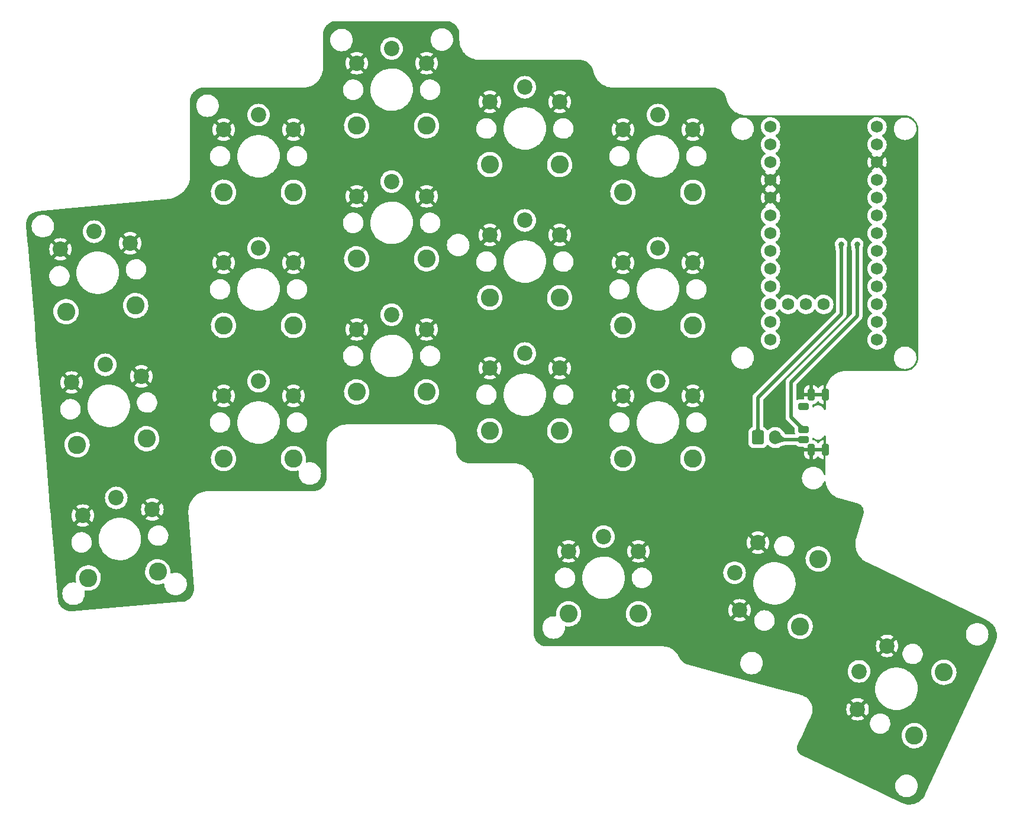
<source format=gbr>
%TF.GenerationSoftware,KiCad,Pcbnew,(6.0.4)*%
%TF.CreationDate,2022-06-27T23:05:56+02:00*%
%TF.ProjectId,Diom-35SP_PCB-rounded,44696f6d-2d33-4355-9350-5f5043422d72,rev?*%
%TF.SameCoordinates,Original*%
%TF.FileFunction,Copper,L2,Bot*%
%TF.FilePolarity,Positive*%
%FSLAX46Y46*%
G04 Gerber Fmt 4.6, Leading zero omitted, Abs format (unit mm)*
G04 Created by KiCad (PCBNEW (6.0.4)) date 2022-06-27 23:05:56*
%MOMM*%
%LPD*%
G01*
G04 APERTURE LIST*
G04 Aperture macros list*
%AMRoundRect*
0 Rectangle with rounded corners*
0 $1 Rounding radius*
0 $2 $3 $4 $5 $6 $7 $8 $9 X,Y pos of 4 corners*
0 Add a 4 corners polygon primitive as box body*
4,1,4,$2,$3,$4,$5,$6,$7,$8,$9,$2,$3,0*
0 Add four circle primitives for the rounded corners*
1,1,$1+$1,$2,$3*
1,1,$1+$1,$4,$5*
1,1,$1+$1,$6,$7*
1,1,$1+$1,$8,$9*
0 Add four rect primitives between the rounded corners*
20,1,$1+$1,$2,$3,$4,$5,0*
20,1,$1+$1,$4,$5,$6,$7,0*
20,1,$1+$1,$6,$7,$8,$9,0*
20,1,$1+$1,$8,$9,$2,$3,0*%
G04 Aperture macros list end*
%TA.AperFunction,ComponentPad*%
%ADD10C,2.600000*%
%TD*%
%TA.AperFunction,ComponentPad*%
%ADD11C,2.200000*%
%TD*%
%TA.AperFunction,ComponentPad*%
%ADD12RoundRect,0.250000X-0.600000X-0.750000X0.600000X-0.750000X0.600000X0.750000X-0.600000X0.750000X0*%
%TD*%
%TA.AperFunction,ComponentPad*%
%ADD13O,1.700000X2.000000*%
%TD*%
%TA.AperFunction,ComponentPad*%
%ADD14C,1.752600*%
%TD*%
%TA.AperFunction,SMDPad,CuDef*%
%ADD15RoundRect,0.250000X-0.500000X0.250000X-0.500000X-0.250000X0.500000X-0.250000X0.500000X0.250000X0*%
%TD*%
%TA.AperFunction,SMDPad,CuDef*%
%ADD16RoundRect,0.250000X-0.250000X0.600000X-0.250000X-0.600000X0.250000X-0.600000X0.250000X0.600000X0*%
%TD*%
%TA.AperFunction,ViaPad*%
%ADD17C,0.800000*%
%TD*%
%TA.AperFunction,Conductor*%
%ADD18C,0.508000*%
%TD*%
G04 APERTURE END LIST*
D10*
%TO.P,MX2,*%
%TO.N,*%
X111362500Y-55950000D03*
X101362500Y-55950000D03*
D11*
%TO.P,MX2,1,COL*%
%TO.N,MX2*%
X106362500Y-44900000D03*
X106362500Y-44900000D03*
%TO.P,MX2,2,ROW*%
%TO.N,GND*%
X101362500Y-47000000D03*
X111362500Y-47000000D03*
%TD*%
D10*
%TO.P,MX16,*%
%TO.N,*%
X150733750Y-116275000D03*
X160733750Y-116275000D03*
D11*
%TO.P,MX16,1,COL*%
%TO.N,MX16*%
X155733750Y-105225000D03*
X155733750Y-105225000D03*
%TO.P,MX16,2,ROW*%
%TO.N,GND*%
X150733750Y-107325000D03*
X160733750Y-107325000D03*
%TD*%
D10*
%TO.P,MX7,*%
%TO.N,*%
X111362500Y-75000000D03*
X101362500Y-75000000D03*
D11*
%TO.P,MX7,1,COL*%
%TO.N,MX7*%
X106362500Y-63950000D03*
X106362500Y-63950000D03*
%TO.P,MX7,2,ROW*%
%TO.N,GND*%
X111362500Y-66050000D03*
X101362500Y-66050000D03*
%TD*%
D10*
%TO.P,MX14,*%
%TO.N,*%
X139462500Y-90081250D03*
X149462500Y-90081250D03*
D11*
%TO.P,MX14,1,COL*%
%TO.N,MX14*%
X144462500Y-79031250D03*
X144462500Y-79031250D03*
%TO.P,MX14,2,ROW*%
%TO.N,GND*%
X149462500Y-81131250D03*
X139462500Y-81131250D03*
%TD*%
D10*
%TO.P,MX1,*%
%TO.N,*%
X78811629Y-73034931D03*
X88773576Y-72163374D03*
D11*
%TO.P,MX1,1,COL*%
%TO.N,MX1*%
X82829531Y-61591201D03*
X82829531Y-61591201D03*
%TO.P,MX1,2,ROW*%
%TO.N,GND*%
X87993532Y-63247431D03*
X78031585Y-64118989D03*
%TD*%
D12*
%TO.P,J1,1,Pin_1*%
%TO.N,B-*%
X177820000Y-91051500D03*
D13*
%TO.P,J1,2,Pin_2*%
%TO.N,Net-(J1-Pad2)*%
X180320000Y-91051500D03*
%TD*%
D10*
%TO.P,MX6,*%
%TO.N,*%
X80399129Y-92084931D03*
X90361076Y-91213374D03*
D11*
%TO.P,MX6,1,COL*%
%TO.N,MX6*%
X84417031Y-80641201D03*
X84417031Y-80641201D03*
%TO.P,MX6,2,ROW*%
%TO.N,GND*%
X89581032Y-82297431D03*
X79619085Y-83168989D03*
%TD*%
D10*
%TO.P,MX5,*%
%TO.N,*%
X158512500Y-55950000D03*
X168512500Y-55950000D03*
D11*
%TO.P,MX5,1,COL*%
%TO.N,MX5*%
X163512500Y-44900000D03*
X163512500Y-44900000D03*
%TO.P,MX5,2,ROW*%
%TO.N,GND*%
X158512500Y-47000000D03*
X168512500Y-47000000D03*
%TD*%
D10*
%TO.P,MX9,*%
%TO.N,*%
X139462500Y-71031250D03*
X149462500Y-71031250D03*
D11*
%TO.P,MX9,1,COL*%
%TO.N,MX9*%
X144462500Y-59981250D03*
X144462500Y-59981250D03*
%TO.P,MX9,2,ROW*%
%TO.N,GND*%
X139462500Y-62081250D03*
X149462500Y-62081250D03*
%TD*%
D10*
%TO.P,MX17,*%
%TO.N,*%
X186449863Y-108422039D03*
X183861673Y-118081297D03*
D11*
%TO.P,MX17,1,COL*%
%TO.N,MX17*%
X174482288Y-110391718D03*
X174482288Y-110391718D03*
%TO.P,MX17,2,ROW*%
%TO.N,GND*%
X175216637Y-115764867D03*
X177804827Y-106105608D03*
%TD*%
D10*
%TO.P,MX3,*%
%TO.N,*%
X130412500Y-46425000D03*
X120412500Y-46425000D03*
D11*
%TO.P,MX3,1,COL*%
%TO.N,MX3*%
X125412500Y-35375000D03*
X125412500Y-35375000D03*
%TO.P,MX3,2,ROW*%
%TO.N,GND*%
X130412500Y-37475000D03*
X120412500Y-37475000D03*
%TD*%
D10*
%TO.P,MX13,*%
%TO.N,*%
X120412500Y-84525000D03*
X130412500Y-84525000D03*
D11*
%TO.P,MX13,1,COL*%
%TO.N,MX13*%
X125412500Y-73475000D03*
X125412500Y-73475000D03*
%TO.P,MX13,2,ROW*%
%TO.N,GND*%
X120412500Y-75575000D03*
X130412500Y-75575000D03*
%TD*%
D14*
%TO.P,U1,1,TX0/P0.06*%
%TO.N,MX3*%
X179627831Y-49135500D03*
%TO.P,U1,2,RX1/P0.08*%
%TO.N,MX4*%
X179627831Y-51675500D03*
%TO.P,U1,3,GND*%
%TO.N,GND*%
X179627831Y-54215500D03*
%TO.P,U1,4,GND*%
X179627831Y-56755500D03*
%TO.P,U1,5,P0.17*%
%TO.N,MX5*%
X179627831Y-59295500D03*
%TO.P,U1,6,P0.20*%
%TO.N,MX2*%
X179627831Y-61835500D03*
%TO.P,U1,7,P0.22*%
%TO.N,MX8*%
X179627831Y-64375500D03*
%TO.P,U1,8,P0.24*%
%TO.N,MX9*%
X179627831Y-66915500D03*
%TO.P,U1,9,P1.00*%
%TO.N,MX10*%
X179627831Y-69455500D03*
%TO.P,U1,10,P0.11*%
%TO.N,MX7*%
X179627831Y-71995500D03*
%TO.P,U1,11,P1.04*%
%TO.N,MX13*%
X179627831Y-74535500D03*
%TO.P,U1,12,P1.06*%
%TO.N,MX14*%
X179627831Y-77075500D03*
%TO.P,U1,13,NFC1/P0.09*%
%TO.N,MX17*%
X194867831Y-77075500D03*
%TO.P,U1,14,NFC2/P0.10*%
%TO.N,MX16*%
X194867831Y-74535500D03*
%TO.P,U1,15,P1.11*%
%TO.N,MX11*%
X194867831Y-71995500D03*
%TO.P,U1,16,P1.13*%
%TO.N,MX12*%
X194867831Y-69455500D03*
%TO.P,U1,17,P1.15*%
%TO.N,MX6*%
X194867831Y-66915500D03*
%TO.P,U1,18,AIN0/P0.02*%
%TO.N,MX1*%
X194867831Y-64375500D03*
%TO.P,U1,19,AIN5/P0.29*%
%TO.N,MX15*%
X194867831Y-61835500D03*
%TO.P,U1,20,AIN7/P0.31*%
%TO.N,MX18*%
X194867831Y-59295500D03*
%TO.P,U1,21,VCC*%
%TO.N,VCC*%
X194867831Y-56755500D03*
%TO.P,U1,22,RST*%
%TO.N,unconnected-(U1-Pad22)*%
X194867831Y-54215500D03*
%TO.P,U1,23,GND*%
%TO.N,GND*%
X194867831Y-51675500D03*
%TO.P,U1,24,BATIN/P0.04*%
%TO.N,unconnected-(U1-Pad24)*%
X194867831Y-49135500D03*
%TO.P,U1,30,GND*%
%TO.N,B-*%
X179627831Y-46595500D03*
%TO.P,U1,31,P1.01*%
%TO.N,unconnected-(U1-Pad31)*%
X182167831Y-71995500D03*
%TO.P,U1,32,P1.02*%
%TO.N,unconnected-(U1-Pad32)*%
X184707831Y-71995500D03*
%TO.P,U1,33,P1.07*%
%TO.N,unconnected-(U1-Pad33)*%
X187247831Y-71995500D03*
%TO.P,U1,34,BATIN/P0.04*%
%TO.N,B+*%
X194867831Y-46595500D03*
%TD*%
D10*
%TO.P,MX15,*%
%TO.N,*%
X168512500Y-94050000D03*
X158512500Y-94050000D03*
D11*
%TO.P,MX15,1,COL*%
%TO.N,MX15*%
X163512500Y-83000000D03*
X163512500Y-83000000D03*
%TO.P,MX15,2,ROW*%
%TO.N,GND*%
X158512500Y-85100000D03*
X168512500Y-85100000D03*
%TD*%
D10*
%TO.P,MX12,*%
%TO.N,*%
X101362500Y-94050000D03*
X111362500Y-94050000D03*
D11*
%TO.P,MX12,1,COL*%
%TO.N,MX12*%
X106362500Y-83000000D03*
X106362500Y-83000000D03*
%TO.P,MX12,2,ROW*%
%TO.N,GND*%
X101362500Y-85100000D03*
X111362500Y-85100000D03*
%TD*%
D10*
%TO.P,MX18,*%
%TO.N,*%
X200198144Y-133708023D03*
X204424326Y-124644945D03*
D11*
%TO.P,MX18,1,COL*%
%TO.N,MX18*%
X192296534Y-124506552D03*
X192296534Y-124506552D03*
%TO.P,MX18,2,ROW*%
%TO.N,GND*%
X196312872Y-120862512D03*
X192086689Y-129925590D03*
%TD*%
D10*
%TO.P,MX4,*%
%TO.N,*%
X139462500Y-51981250D03*
X149462500Y-51981250D03*
D11*
%TO.P,MX4,1,COL*%
%TO.N,MX4*%
X144462500Y-40931250D03*
X144462500Y-40931250D03*
%TO.P,MX4,2,ROW*%
%TO.N,GND*%
X139462500Y-43031250D03*
X149462500Y-43031250D03*
%TD*%
D10*
%TO.P,MX10,*%
%TO.N,*%
X158512500Y-75000000D03*
X168512500Y-75000000D03*
D11*
%TO.P,MX10,1,COL*%
%TO.N,MX10*%
X163512500Y-63950000D03*
X163512500Y-63950000D03*
%TO.P,MX10,2,ROW*%
%TO.N,GND*%
X168512500Y-66050000D03*
X158512500Y-66050000D03*
%TD*%
D10*
%TO.P,MX8,*%
%TO.N,*%
X130412500Y-65475000D03*
X120412500Y-65475000D03*
D11*
%TO.P,MX8,1,COL*%
%TO.N,MX8*%
X125412500Y-54425000D03*
X125412500Y-54425000D03*
%TO.P,MX8,2,ROW*%
%TO.N,GND*%
X120412500Y-56525000D03*
X130412500Y-56525000D03*
%TD*%
D10*
%TO.P,MX11,*%
%TO.N,*%
X81986629Y-111134931D03*
X91948576Y-110263374D03*
D11*
%TO.P,MX11,1,COL*%
%TO.N,MX11*%
X86004531Y-99691201D03*
X86004531Y-99691201D03*
%TO.P,MX11,2,ROW*%
%TO.N,GND*%
X81206585Y-102218989D03*
X91168532Y-101347431D03*
%TD*%
D15*
%TO.P,SW1,1*%
%TO.N,unconnected-(SW1-Pad1)*%
X184336000Y-86600000D03*
%TO.P,SW1,2*%
%TO.N,B+*%
X184336000Y-89900000D03*
%TO.P,SW1,3*%
%TO.N,Net-(J1-Pad2)*%
X184336000Y-91350000D03*
D16*
%TO.P,SW1,4,GND*%
%TO.N,GND*%
X185436000Y-92800000D03*
X185436000Y-84900000D03*
X187436000Y-92800000D03*
X187436000Y-84900000D03*
%TD*%
D17*
%TO.N,B-*%
X189738000Y-63373000D03*
%TO.N,B+*%
X192024000Y-63373000D03*
%TD*%
D18*
%TO.N,Net-(J1-Pad2)*%
X180829571Y-91350011D02*
G75*
G02*
X180469251Y-91200749I29J509611D01*
G01*
%TO.N,B-*%
X189738000Y-63373000D02*
X189724331Y-63386669D01*
X189724331Y-63386669D02*
X189724331Y-73406000D01*
X189724331Y-73406000D02*
X177820000Y-85310331D01*
X177820000Y-85310331D02*
X177820000Y-91051500D01*
%TO.N,B+*%
X192010331Y-63386669D02*
X192024000Y-63373000D01*
X184336000Y-89900000D02*
X182562500Y-88126500D01*
X182562500Y-83107831D02*
X192010331Y-73660000D01*
X192010331Y-73660000D02*
X192010331Y-63386669D01*
X182562500Y-88126500D02*
X182562500Y-83107831D01*
%TO.N,Net-(J1-Pad2)*%
X180469250Y-91200750D02*
X180320000Y-91051500D01*
X180829571Y-91350000D02*
X184336000Y-91350000D01*
%TD*%
%TA.AperFunction,Conductor*%
%TO.N,B-*%
G36*
X189752900Y-63182165D02*
G01*
X190086561Y-63553505D01*
X190089541Y-63561949D01*
X190088316Y-63566570D01*
X190062909Y-63617228D01*
X190039306Y-63670906D01*
X190020534Y-63722342D01*
X190006045Y-63773406D01*
X189995291Y-63825967D01*
X189987722Y-63881894D01*
X189982790Y-63943059D01*
X189982785Y-63943184D01*
X189980169Y-64006005D01*
X189979947Y-64011329D01*
X189979945Y-64011455D01*
X189978643Y-64088576D01*
X189978372Y-64165010D01*
X189974916Y-64173271D01*
X189966672Y-64176669D01*
X189482009Y-64176669D01*
X189473736Y-64173242D01*
X189470309Y-64164991D01*
X189470163Y-64085661D01*
X189469302Y-64006089D01*
X189469300Y-64005962D01*
X189467203Y-63935783D01*
X189467200Y-63935681D01*
X189463320Y-63872670D01*
X189458324Y-63826176D01*
X189457136Y-63815126D01*
X189457135Y-63815120D01*
X189457117Y-63814951D01*
X189448051Y-63760506D01*
X189439148Y-63722537D01*
X189435621Y-63707493D01*
X189435619Y-63707486D01*
X189435579Y-63707315D01*
X189419159Y-63653359D01*
X189398248Y-63596617D01*
X189380076Y-63553505D01*
X189375411Y-63542437D01*
X189375355Y-63533483D01*
X189378038Y-63529502D01*
X189736043Y-63181594D01*
X189744364Y-63178286D01*
X189752900Y-63182165D01*
G37*
%TD.AperFunction*%
%TD*%
%TA.AperFunction,Conductor*%
%TO.N,B-*%
G36*
X178070997Y-89364927D02*
G01*
X178074416Y-89372768D01*
X178081169Y-89555626D01*
X178101760Y-89717995D01*
X178134403Y-89855333D01*
X178177722Y-89974370D01*
X178177858Y-89974647D01*
X178230249Y-90081633D01*
X178230255Y-90081644D01*
X178230347Y-90081832D01*
X178230465Y-90082031D01*
X178230465Y-90082032D01*
X178290846Y-90184350D01*
X178290862Y-90184376D01*
X178290904Y-90184447D01*
X178290961Y-90184535D01*
X178290963Y-90184539D01*
X178358006Y-90288922D01*
X178358020Y-90288943D01*
X178430223Y-90401891D01*
X178430430Y-90402228D01*
X178506278Y-90530214D01*
X178506585Y-90530765D01*
X178581107Y-90673535D01*
X178581897Y-90682455D01*
X178579168Y-90687059D01*
X177828433Y-91467731D01*
X177820229Y-91471319D01*
X177811567Y-91467731D01*
X177060832Y-90687059D01*
X177057567Y-90678720D01*
X177058893Y-90673535D01*
X177133414Y-90530764D01*
X177133721Y-90530213D01*
X177209569Y-90402228D01*
X177209776Y-90401891D01*
X177281979Y-90288943D01*
X177281993Y-90288922D01*
X177349036Y-90184539D01*
X177349038Y-90184535D01*
X177349095Y-90184447D01*
X177349137Y-90184376D01*
X177349153Y-90184350D01*
X177409534Y-90082032D01*
X177409534Y-90082031D01*
X177409652Y-90081832D01*
X177409744Y-90081644D01*
X177409750Y-90081633D01*
X177462141Y-89974647D01*
X177462277Y-89974370D01*
X177505596Y-89855333D01*
X177538239Y-89717995D01*
X177558830Y-89555626D01*
X177565584Y-89372768D01*
X177569314Y-89364627D01*
X177577276Y-89361500D01*
X178062724Y-89361500D01*
X178070997Y-89364927D01*
G37*
%TD.AperFunction*%
%TD*%
%TA.AperFunction,Conductor*%
%TO.N,B+*%
G36*
X183823841Y-89028373D02*
G01*
X183895077Y-89097387D01*
X183895179Y-89097478D01*
X183966018Y-89160771D01*
X183966028Y-89160780D01*
X183966126Y-89160867D01*
X184030968Y-89212856D01*
X184091852Y-89255409D01*
X184151030Y-89290582D01*
X184210752Y-89320430D01*
X184273268Y-89347010D01*
X184340829Y-89372376D01*
X184340900Y-89372401D01*
X184340914Y-89372406D01*
X184384999Y-89387841D01*
X184415685Y-89398585D01*
X184492364Y-89425028D01*
X184499067Y-89430965D01*
X184500247Y-89435859D01*
X184502092Y-89530238D01*
X184512538Y-90064611D01*
X184509273Y-90072950D01*
X184500611Y-90076538D01*
X184271386Y-90072057D01*
X183871859Y-90064247D01*
X183863656Y-90060659D01*
X183861028Y-90056363D01*
X183834585Y-89979685D01*
X183808406Y-89904914D01*
X183808401Y-89904900D01*
X183808376Y-89904829D01*
X183783010Y-89837268D01*
X183756430Y-89774752D01*
X183726582Y-89715030D01*
X183691409Y-89655852D01*
X183648856Y-89594968D01*
X183596867Y-89530126D01*
X183533387Y-89459077D01*
X183464373Y-89387841D01*
X183461077Y-89379515D01*
X183464503Y-89371427D01*
X183807427Y-89028503D01*
X183815700Y-89025076D01*
X183823841Y-89028373D01*
G37*
%TD.AperFunction*%
%TD*%
%TA.AperFunction,Conductor*%
%TO.N,B+*%
G36*
X192038900Y-63182165D02*
G01*
X192372561Y-63553505D01*
X192375541Y-63561949D01*
X192374316Y-63566570D01*
X192348909Y-63617228D01*
X192325306Y-63670906D01*
X192306534Y-63722342D01*
X192292045Y-63773406D01*
X192281291Y-63825967D01*
X192273722Y-63881894D01*
X192268790Y-63943059D01*
X192268785Y-63943184D01*
X192266169Y-64006005D01*
X192265947Y-64011329D01*
X192265945Y-64011455D01*
X192264643Y-64088576D01*
X192264372Y-64165010D01*
X192260916Y-64173271D01*
X192252672Y-64176669D01*
X191768009Y-64176669D01*
X191759736Y-64173242D01*
X191756309Y-64164991D01*
X191756163Y-64085661D01*
X191755302Y-64006089D01*
X191755300Y-64005962D01*
X191753203Y-63935783D01*
X191753200Y-63935681D01*
X191749320Y-63872670D01*
X191744324Y-63826176D01*
X191743136Y-63815126D01*
X191743135Y-63815120D01*
X191743117Y-63814951D01*
X191734051Y-63760506D01*
X191725148Y-63722537D01*
X191721621Y-63707493D01*
X191721619Y-63707486D01*
X191721579Y-63707315D01*
X191705159Y-63653359D01*
X191684248Y-63596617D01*
X191666076Y-63553505D01*
X191661411Y-63542437D01*
X191661355Y-63533483D01*
X191664038Y-63529502D01*
X192022043Y-63181594D01*
X192030364Y-63178286D01*
X192038900Y-63182165D01*
G37*
%TD.AperFunction*%
%TD*%
%TA.AperFunction,Conductor*%
%TO.N,Net-(J1-Pad2)*%
G36*
X180940292Y-90470545D02*
G01*
X181034403Y-90573300D01*
X181034608Y-90573531D01*
X181121952Y-90674411D01*
X181201947Y-90766574D01*
X181279449Y-90849089D01*
X181359412Y-90921143D01*
X181359705Y-90921347D01*
X181359709Y-90921350D01*
X181396952Y-90947254D01*
X181446792Y-90981921D01*
X181447199Y-90982120D01*
X181447203Y-90982122D01*
X181535434Y-91025187D01*
X181546543Y-91030609D01*
X181663620Y-91066395D01*
X181802977Y-91088463D01*
X181803293Y-91088477D01*
X181803300Y-91088478D01*
X181958400Y-91095495D01*
X181966510Y-91099292D01*
X181969571Y-91107183D01*
X181969571Y-91592641D01*
X181966144Y-91600914D01*
X181958218Y-91604336D01*
X181891123Y-91606320D01*
X181750135Y-91610489D01*
X181750122Y-91610490D01*
X181749948Y-91610495D01*
X181565059Y-91628400D01*
X181564864Y-91628433D01*
X181564851Y-91628435D01*
X181407300Y-91655307D01*
X181407095Y-91655342D01*
X181268251Y-91688950D01*
X181140720Y-91726853D01*
X181016697Y-91766678D01*
X180888611Y-91805981D01*
X180888155Y-91806111D01*
X180753986Y-91841037D01*
X180748284Y-91842521D01*
X180747583Y-91842680D01*
X180587992Y-91873895D01*
X180587215Y-91874020D01*
X180407915Y-91896710D01*
X180399277Y-91894349D01*
X180395899Y-91890167D01*
X180014337Y-91095495D01*
X179927108Y-90913825D01*
X179926616Y-90904885D01*
X179933007Y-90898025D01*
X180927016Y-90467710D01*
X180935970Y-90467568D01*
X180940292Y-90470545D01*
G37*
%TD.AperFunction*%
%TD*%
%TA.AperFunction,Conductor*%
%TO.N,Net-(J1-Pad2)*%
G36*
X184123944Y-90905663D02*
G01*
X184321683Y-91095818D01*
X184577231Y-91341567D01*
X184580819Y-91349771D01*
X184577231Y-91358433D01*
X184194485Y-91726502D01*
X184123945Y-91794337D01*
X184115606Y-91797602D01*
X184110711Y-91796422D01*
X184106431Y-91794337D01*
X184037793Y-91760900D01*
X183966329Y-91726502D01*
X183900619Y-91696665D01*
X183837619Y-91671254D01*
X183837470Y-91671204D01*
X183837461Y-91671201D01*
X183805467Y-91660531D01*
X183774283Y-91650130D01*
X183707567Y-91633156D01*
X183659483Y-91624634D01*
X183634618Y-91620227D01*
X183634612Y-91620226D01*
X183634425Y-91620193D01*
X183634254Y-91620174D01*
X183634239Y-91620172D01*
X183551950Y-91611120D01*
X183551951Y-91611120D01*
X183551814Y-91611105D01*
X183485819Y-91607392D01*
X183456761Y-91605757D01*
X183456754Y-91605757D01*
X183456687Y-91605753D01*
X183425067Y-91605252D01*
X183357515Y-91604182D01*
X183349297Y-91600624D01*
X183346000Y-91592483D01*
X183346000Y-91107517D01*
X183349427Y-91099244D01*
X183357515Y-91095818D01*
X183430086Y-91094668D01*
X183456687Y-91094246D01*
X183456754Y-91094242D01*
X183456761Y-91094242D01*
X183485819Y-91092607D01*
X183551814Y-91088894D01*
X183557470Y-91088272D01*
X183634239Y-91079827D01*
X183634254Y-91079825D01*
X183634425Y-91079806D01*
X183634612Y-91079773D01*
X183634618Y-91079772D01*
X183659483Y-91075365D01*
X183707567Y-91066843D01*
X183774283Y-91049869D01*
X183805467Y-91039468D01*
X183837461Y-91028798D01*
X183837470Y-91028795D01*
X183837619Y-91028745D01*
X183900619Y-91003334D01*
X183966329Y-90973497D01*
X184037793Y-90939099D01*
X184110711Y-90903578D01*
X184119649Y-90903035D01*
X184123944Y-90905663D01*
G37*
%TD.AperFunction*%
%TD*%
%TA.AperFunction,Conductor*%
%TO.N,GND*%
G36*
X133193018Y-31466250D02*
G01*
X133207851Y-31468560D01*
X133207855Y-31468560D01*
X133216724Y-31469941D01*
X133233012Y-31467811D01*
X133257590Y-31467017D01*
X133264760Y-31467487D01*
X133459201Y-31480232D01*
X133475541Y-31482383D01*
X133699603Y-31526951D01*
X133715524Y-31531217D01*
X133931851Y-31604651D01*
X133947077Y-31610958D01*
X134151967Y-31711998D01*
X134166241Y-31720239D01*
X134356188Y-31847158D01*
X134369263Y-31857191D01*
X134541024Y-32007821D01*
X134552679Y-32019476D01*
X134703309Y-32191237D01*
X134713342Y-32204312D01*
X134840261Y-32394259D01*
X134848502Y-32408533D01*
X134949542Y-32613423D01*
X134955849Y-32628649D01*
X135029283Y-32844976D01*
X135033549Y-32860897D01*
X135078117Y-33084959D01*
X135080268Y-33101299D01*
X135093013Y-33295736D01*
X135091983Y-33318850D01*
X135091940Y-33322354D01*
X135090559Y-33331224D01*
X135091723Y-33340126D01*
X135091723Y-33340128D01*
X135094686Y-33362783D01*
X135095750Y-33379121D01*
X135095750Y-34080497D01*
X135094164Y-34100425D01*
X135090591Y-34122732D01*
X135090537Y-34135285D01*
X135091265Y-34140102D01*
X135091503Y-34143353D01*
X135092042Y-34148376D01*
X135111890Y-34459672D01*
X135168583Y-34779740D01*
X135260580Y-35091501D01*
X135386737Y-35391071D01*
X135388454Y-35394140D01*
X135388456Y-35394143D01*
X135490899Y-35577192D01*
X135545483Y-35674723D01*
X135547532Y-35677582D01*
X135547534Y-35677585D01*
X135614845Y-35771500D01*
X135734840Y-35938923D01*
X135737194Y-35941535D01*
X135737198Y-35941540D01*
X135805173Y-36016964D01*
X135952452Y-36180383D01*
X136195610Y-36396097D01*
X136461285Y-36583380D01*
X136464362Y-36585071D01*
X136464366Y-36585073D01*
X136642444Y-36682910D01*
X136746171Y-36739898D01*
X137046721Y-36863705D01*
X137359192Y-36953257D01*
X137443167Y-36967454D01*
X137676228Y-37006856D01*
X137676230Y-37006856D01*
X137679695Y-37007442D01*
X137796254Y-37013957D01*
X137974078Y-37023897D01*
X137984143Y-37025022D01*
X137986885Y-37025268D01*
X137991687Y-37026076D01*
X137998019Y-37026153D01*
X137999374Y-37026170D01*
X137999378Y-37026170D01*
X138004239Y-37026229D01*
X138025215Y-37023226D01*
X138031874Y-37022272D01*
X138049734Y-37021000D01*
X152350633Y-37021000D01*
X152370018Y-37022500D01*
X152384852Y-37024810D01*
X152384855Y-37024810D01*
X152393724Y-37026191D01*
X152410236Y-37024032D01*
X152434658Y-37023229D01*
X152635633Y-37036153D01*
X152651672Y-37038224D01*
X152875481Y-37081885D01*
X152891122Y-37085994D01*
X153107486Y-37157958D01*
X153122470Y-37164035D01*
X153327844Y-37263125D01*
X153341921Y-37271069D01*
X153522488Y-37388849D01*
X153532910Y-37395647D01*
X153545861Y-37405334D01*
X153719317Y-37553349D01*
X153730919Y-37564614D01*
X153883986Y-37733623D01*
X153894051Y-37746283D01*
X154024206Y-37933503D01*
X154032566Y-37947346D01*
X154137673Y-38149702D01*
X154144191Y-38164502D01*
X154222435Y-38378441D01*
X154222510Y-38378647D01*
X154227078Y-38394156D01*
X154250816Y-38499233D01*
X154269842Y-38583452D01*
X154272622Y-38607989D01*
X154272936Y-38610127D01*
X154272967Y-38619107D01*
X154275002Y-38625975D01*
X154275109Y-38627137D01*
X154275138Y-38627134D01*
X154275700Y-38631966D01*
X154275887Y-38636837D01*
X154278294Y-38649157D01*
X154279951Y-38653733D01*
X154279953Y-38653740D01*
X154280922Y-38656415D01*
X154284290Y-38667204D01*
X154303623Y-38740564D01*
X154354711Y-38934419D01*
X154358266Y-38947909D01*
X154467981Y-39236995D01*
X154607403Y-39512983D01*
X154609195Y-39515761D01*
X154609197Y-39515765D01*
X154773203Y-39770051D01*
X154773209Y-39770059D01*
X154774996Y-39772830D01*
X154777070Y-39775406D01*
X154777073Y-39775410D01*
X154915619Y-39947482D01*
X154968912Y-40013672D01*
X154971247Y-40016019D01*
X154971251Y-40016023D01*
X155184672Y-40230501D01*
X155184678Y-40230506D01*
X155187012Y-40232852D01*
X155189582Y-40234942D01*
X155189585Y-40234945D01*
X155407058Y-40411824D01*
X155426892Y-40427956D01*
X155685908Y-40596830D01*
X155836647Y-40673917D01*
X155958261Y-40736111D01*
X155958269Y-40736115D01*
X155961203Y-40737615D01*
X155964278Y-40738800D01*
X155964286Y-40738803D01*
X156151507Y-40810918D01*
X156249743Y-40848757D01*
X156252926Y-40849613D01*
X156252930Y-40849614D01*
X156545159Y-40928174D01*
X156548347Y-40929031D01*
X156551607Y-40929549D01*
X156850447Y-40977033D01*
X156850451Y-40977033D01*
X156853721Y-40977553D01*
X157128068Y-40991976D01*
X157142345Y-40993547D01*
X157149948Y-40994826D01*
X157156326Y-40994904D01*
X157157640Y-40994920D01*
X157157643Y-40994920D01*
X157162500Y-40994979D01*
X157190124Y-40991023D01*
X157207986Y-40989750D01*
X171400633Y-40989750D01*
X171420018Y-40991250D01*
X171434851Y-40993560D01*
X171434855Y-40993560D01*
X171443724Y-40994941D01*
X171460237Y-40992782D01*
X171484652Y-40991979D01*
X171685631Y-41004904D01*
X171701670Y-41006975D01*
X171925474Y-41050635D01*
X171941116Y-41054744D01*
X172097775Y-41106850D01*
X172157484Y-41126710D01*
X172172460Y-41132784D01*
X172377828Y-41231874D01*
X172391911Y-41239822D01*
X172582897Y-41364400D01*
X172595836Y-41374077D01*
X172738792Y-41496067D01*
X172769292Y-41522094D01*
X172780894Y-41533359D01*
X172834171Y-41592186D01*
X172902807Y-41667972D01*
X172933961Y-41702372D01*
X172944024Y-41715029D01*
X172960160Y-41738240D01*
X173074179Y-41902254D01*
X173082539Y-41916098D01*
X173187639Y-42118450D01*
X173194155Y-42133246D01*
X173272477Y-42347409D01*
X173277041Y-42362908D01*
X173319232Y-42549685D01*
X173319841Y-42552381D01*
X173322530Y-42576118D01*
X173322934Y-42578870D01*
X173322965Y-42587847D01*
X173325001Y-42594722D01*
X173325110Y-42595900D01*
X173325139Y-42595897D01*
X173325702Y-42600738D01*
X173325889Y-42605597D01*
X173328296Y-42617917D01*
X173330778Y-42624771D01*
X173334139Y-42635538D01*
X173370063Y-42771842D01*
X173402765Y-42895920D01*
X173408235Y-42916676D01*
X173517955Y-43205761D01*
X173519447Y-43208715D01*
X173519450Y-43208721D01*
X173655892Y-43478797D01*
X173655898Y-43478807D01*
X173657383Y-43481747D01*
X173824980Y-43741592D01*
X174018899Y-43982432D01*
X174237002Y-44201611D01*
X174476885Y-44396712D01*
X174479645Y-44398512D01*
X174479654Y-44398518D01*
X174643225Y-44505162D01*
X174735902Y-44565585D01*
X175011200Y-44706368D01*
X175062890Y-44726278D01*
X175296656Y-44816321D01*
X175296661Y-44816323D01*
X175299741Y-44817509D01*
X175598345Y-44897782D01*
X175903720Y-44946303D01*
X176178068Y-44960726D01*
X176192345Y-44962297D01*
X176199948Y-44963576D01*
X176206326Y-44963654D01*
X176207640Y-44963670D01*
X176207643Y-44963670D01*
X176212500Y-44963729D01*
X176240124Y-44959773D01*
X176257986Y-44958500D01*
X179515973Y-44958500D01*
X179573286Y-44975329D01*
X179592709Y-44963179D01*
X179626728Y-44958500D01*
X194755973Y-44958500D01*
X194813286Y-44975329D01*
X194832709Y-44963179D01*
X194866728Y-44958500D01*
X198832619Y-44958500D01*
X198852010Y-44960001D01*
X198875702Y-44963691D01*
X198891998Y-44961561D01*
X198916565Y-44960768D01*
X199041159Y-44968939D01*
X199118180Y-44973991D01*
X199134519Y-44976143D01*
X199294730Y-45008016D01*
X199358573Y-45020718D01*
X199374491Y-45024983D01*
X199590813Y-45098422D01*
X199606039Y-45104729D01*
X199702708Y-45152403D01*
X199810935Y-45205778D01*
X199825195Y-45214011D01*
X200015149Y-45340940D01*
X200028216Y-45350967D01*
X200199978Y-45501602D01*
X200211629Y-45513254D01*
X200361993Y-45684713D01*
X200362255Y-45685012D01*
X200372279Y-45698075D01*
X200499205Y-45888035D01*
X200507441Y-45902300D01*
X200608486Y-46107196D01*
X200614793Y-46122423D01*
X200636787Y-46187212D01*
X200686966Y-46335030D01*
X200688226Y-46338743D01*
X200692492Y-46354663D01*
X200737063Y-46578726D01*
X200739214Y-46595065D01*
X200751977Y-46789729D01*
X200750993Y-46811836D01*
X200750941Y-46816109D01*
X200749559Y-46824985D01*
X200750724Y-46833889D01*
X200753686Y-46856541D01*
X200754750Y-46872881D01*
X200754750Y-79611380D01*
X200753249Y-79630767D01*
X200749559Y-79654463D01*
X200751097Y-79666223D01*
X200751689Y-79670754D01*
X200752482Y-79695329D01*
X200748654Y-79753720D01*
X200739264Y-79896941D01*
X200737113Y-79913281D01*
X200723168Y-79983385D01*
X200694482Y-80127591D01*
X200692540Y-80137351D01*
X200688275Y-80153266D01*
X200651556Y-80261433D01*
X200614839Y-80369596D01*
X200608532Y-80384823D01*
X200507487Y-80589721D01*
X200499246Y-80603994D01*
X200372325Y-80793946D01*
X200362300Y-80807012D01*
X200211657Y-80978790D01*
X200200014Y-80990433D01*
X200028250Y-81141069D01*
X200015175Y-81151102D01*
X199941082Y-81200612D01*
X199825220Y-81278032D01*
X199810959Y-81286265D01*
X199731980Y-81325216D01*
X199606058Y-81387317D01*
X199590832Y-81393624D01*
X199374505Y-81467064D01*
X199358586Y-81471330D01*
X199134525Y-81515907D01*
X199118185Y-81518059D01*
X199031328Y-81523756D01*
X198923961Y-81530797D01*
X198899828Y-81529723D01*
X198897126Y-81529690D01*
X198888254Y-81528309D01*
X198879355Y-81529473D01*
X198879353Y-81529473D01*
X198856703Y-81532436D01*
X198840361Y-81533500D01*
X190476082Y-81533500D01*
X190455175Y-81531753D01*
X190454902Y-81531707D01*
X190435390Y-81528424D01*
X190429114Y-81528347D01*
X190427706Y-81528330D01*
X190427702Y-81528330D01*
X190422838Y-81528271D01*
X190418018Y-81528961D01*
X190416101Y-81529086D01*
X190408822Y-81529812D01*
X190096038Y-81547522D01*
X190092532Y-81548123D01*
X190092530Y-81548123D01*
X190020365Y-81560489D01*
X189773418Y-81602805D01*
X189665196Y-81634259D01*
X189462533Y-81693161D01*
X189462525Y-81693164D01*
X189459101Y-81694159D01*
X189455810Y-81695535D01*
X189455804Y-81695537D01*
X189353236Y-81738419D01*
X189157109Y-81820416D01*
X189154008Y-81822147D01*
X189154002Y-81822150D01*
X189079752Y-81863599D01*
X188871303Y-81979962D01*
X188605337Y-82170757D01*
X188362614Y-82390361D01*
X188146237Y-82635965D01*
X188144199Y-82638887D01*
X188144198Y-82638888D01*
X187981124Y-82872674D01*
X187958974Y-82904428D01*
X187803218Y-83192318D01*
X187801887Y-83195624D01*
X187801885Y-83195628D01*
X187758477Y-83303437D01*
X187680962Y-83495952D01*
X187593770Y-83811448D01*
X187593214Y-83814974D01*
X187593213Y-83814977D01*
X187544872Y-84121362D01*
X187542756Y-84134771D01*
X187529897Y-84431237D01*
X187528740Y-84442952D01*
X187528626Y-84444443D01*
X187527884Y-84449242D01*
X187527897Y-84461795D01*
X187531095Y-84482197D01*
X187531473Y-84484609D01*
X187532992Y-84504341D01*
X187531539Y-85321608D01*
X187528646Y-86949784D01*
X187528616Y-86966397D01*
X187508493Y-87034482D01*
X187454754Y-87080879D01*
X187384463Y-87090858D01*
X187319934Y-87061251D01*
X187287510Y-87017422D01*
X187251577Y-86936717D01*
X187251574Y-86936712D01*
X187248888Y-86930679D01*
X187240300Y-86918858D01*
X187137430Y-86777270D01*
X187137428Y-86777268D01*
X187133547Y-86771926D01*
X187046448Y-86693502D01*
X186992628Y-86645042D01*
X186992627Y-86645041D01*
X186987720Y-86640623D01*
X186817780Y-86542508D01*
X186735230Y-86515686D01*
X186637434Y-86483910D01*
X186637433Y-86483910D01*
X186631155Y-86481870D01*
X186624592Y-86481180D01*
X186624591Y-86481180D01*
X186601595Y-86478763D01*
X186484922Y-86466500D01*
X186387078Y-86466500D01*
X186270405Y-86478763D01*
X186247409Y-86481180D01*
X186247408Y-86481180D01*
X186240845Y-86481870D01*
X186234567Y-86483910D01*
X186234566Y-86483910D01*
X186136770Y-86515686D01*
X186054220Y-86542508D01*
X185884280Y-86640623D01*
X185879373Y-86645041D01*
X185879372Y-86645042D01*
X185804810Y-86712178D01*
X185740803Y-86742896D01*
X185670349Y-86734131D01*
X185615818Y-86688668D01*
X185594500Y-86618542D01*
X185594500Y-86383999D01*
X185614502Y-86315878D01*
X185668158Y-86269385D01*
X185720500Y-86257999D01*
X185733095Y-86257999D01*
X185739614Y-86257662D01*
X185835206Y-86247743D01*
X185848600Y-86244851D01*
X186002784Y-86193412D01*
X186015962Y-86187239D01*
X186153807Y-86101937D01*
X186165208Y-86092901D01*
X186279739Y-85978171D01*
X186288751Y-85966760D01*
X186328745Y-85901878D01*
X186381518Y-85854384D01*
X186451589Y-85842961D01*
X186516713Y-85871235D01*
X186543149Y-85901691D01*
X186584063Y-85967807D01*
X186593099Y-85979208D01*
X186707829Y-86093739D01*
X186719240Y-86102751D01*
X186857243Y-86187816D01*
X186870424Y-86193963D01*
X187024710Y-86245138D01*
X187038086Y-86248005D01*
X187132438Y-86257672D01*
X187138854Y-86258000D01*
X187163885Y-86258000D01*
X187179124Y-86253525D01*
X187180329Y-86252135D01*
X187182000Y-86244452D01*
X187182000Y-85172115D01*
X187177525Y-85156876D01*
X187176135Y-85155671D01*
X187168452Y-85154000D01*
X184446116Y-85154000D01*
X184430877Y-85158475D01*
X184429672Y-85159865D01*
X184428001Y-85167548D01*
X184428001Y-85465500D01*
X184407999Y-85533621D01*
X184354343Y-85580114D01*
X184302001Y-85591500D01*
X183785600Y-85591500D01*
X183782354Y-85591837D01*
X183782350Y-85591837D01*
X183686692Y-85601762D01*
X183686688Y-85601763D01*
X183679834Y-85602474D01*
X183673298Y-85604655D01*
X183673296Y-85604655D01*
X183518998Y-85656133D01*
X183518996Y-85656134D01*
X183512054Y-85658450D01*
X183505827Y-85662303D01*
X183504451Y-85662948D01*
X183434279Y-85673733D01*
X183369415Y-85644867D01*
X183330454Y-85585516D01*
X183325000Y-85548847D01*
X183325000Y-84627885D01*
X184428000Y-84627885D01*
X184432475Y-84643124D01*
X184433865Y-84644329D01*
X184441548Y-84646000D01*
X185163885Y-84646000D01*
X185179124Y-84641525D01*
X185180329Y-84640135D01*
X185182000Y-84632452D01*
X185182000Y-84627885D01*
X185690000Y-84627885D01*
X185694475Y-84643124D01*
X185695865Y-84644329D01*
X185703548Y-84646000D01*
X187163885Y-84646000D01*
X187179124Y-84641525D01*
X187180329Y-84640135D01*
X187182000Y-84632452D01*
X187182000Y-83560116D01*
X187177525Y-83544877D01*
X187176135Y-83543672D01*
X187168452Y-83542001D01*
X187138905Y-83542001D01*
X187132386Y-83542338D01*
X187036794Y-83552257D01*
X187023400Y-83555149D01*
X186869216Y-83606588D01*
X186856038Y-83612761D01*
X186718193Y-83698063D01*
X186706792Y-83707099D01*
X186592261Y-83821829D01*
X186583249Y-83833240D01*
X186543255Y-83898122D01*
X186490482Y-83945616D01*
X186420411Y-83957039D01*
X186355287Y-83928765D01*
X186328851Y-83898309D01*
X186287937Y-83832193D01*
X186278901Y-83820792D01*
X186164171Y-83706261D01*
X186152760Y-83697249D01*
X186014757Y-83612184D01*
X186001576Y-83606037D01*
X185847290Y-83554862D01*
X185833914Y-83551995D01*
X185739562Y-83542328D01*
X185733145Y-83542000D01*
X185708115Y-83542000D01*
X185692876Y-83546475D01*
X185691671Y-83547865D01*
X185690000Y-83555548D01*
X185690000Y-84627885D01*
X185182000Y-84627885D01*
X185182000Y-83560116D01*
X185177525Y-83544877D01*
X185176135Y-83543672D01*
X185168452Y-83542001D01*
X185138905Y-83542001D01*
X185132386Y-83542338D01*
X185036794Y-83552257D01*
X185023400Y-83555149D01*
X184869216Y-83606588D01*
X184856038Y-83612761D01*
X184718193Y-83698063D01*
X184706792Y-83707099D01*
X184592261Y-83821829D01*
X184583249Y-83833240D01*
X184498184Y-83971243D01*
X184492037Y-83984424D01*
X184440862Y-84138710D01*
X184437995Y-84152086D01*
X184428328Y-84246438D01*
X184428000Y-84252855D01*
X184428000Y-84627885D01*
X183325000Y-84627885D01*
X183325000Y-83475859D01*
X183345002Y-83407738D01*
X183361905Y-83386764D01*
X187119669Y-79629000D01*
X197268526Y-79629000D01*
X197288391Y-79881403D01*
X197289545Y-79886210D01*
X197289546Y-79886216D01*
X197317629Y-80003190D01*
X197347495Y-80127591D01*
X197349388Y-80132162D01*
X197349389Y-80132164D01*
X197439714Y-80350227D01*
X197444384Y-80361502D01*
X197576672Y-80577376D01*
X197741102Y-80769898D01*
X197933624Y-80934328D01*
X198149498Y-81066616D01*
X198154068Y-81068509D01*
X198154072Y-81068511D01*
X198342389Y-81146514D01*
X198383409Y-81163505D01*
X198468032Y-81183821D01*
X198624784Y-81221454D01*
X198624790Y-81221455D01*
X198629597Y-81222609D01*
X198729416Y-81230465D01*
X198816345Y-81237307D01*
X198816352Y-81237307D01*
X198818801Y-81237500D01*
X198945199Y-81237500D01*
X198947648Y-81237307D01*
X198947655Y-81237307D01*
X199034584Y-81230465D01*
X199134403Y-81222609D01*
X199139210Y-81221455D01*
X199139216Y-81221454D01*
X199295968Y-81183821D01*
X199380591Y-81163505D01*
X199421611Y-81146514D01*
X199609928Y-81068511D01*
X199609932Y-81068509D01*
X199614502Y-81066616D01*
X199830376Y-80934328D01*
X200022898Y-80769898D01*
X200187328Y-80577376D01*
X200319616Y-80361502D01*
X200324287Y-80350227D01*
X200414611Y-80132164D01*
X200414612Y-80132162D01*
X200416505Y-80127591D01*
X200446371Y-80003190D01*
X200474454Y-79886216D01*
X200474455Y-79886210D01*
X200475609Y-79881403D01*
X200495474Y-79629000D01*
X200475609Y-79376597D01*
X200465213Y-79333291D01*
X200417660Y-79135221D01*
X200416505Y-79130409D01*
X200406683Y-79106696D01*
X200321511Y-78901072D01*
X200321509Y-78901068D01*
X200319616Y-78896498D01*
X200187328Y-78680624D01*
X200022898Y-78488102D01*
X199830376Y-78323672D01*
X199614502Y-78191384D01*
X199609932Y-78189491D01*
X199609928Y-78189489D01*
X199385164Y-78096389D01*
X199385162Y-78096388D01*
X199380591Y-78094495D01*
X199255177Y-78064386D01*
X199139216Y-78036546D01*
X199139210Y-78036545D01*
X199134403Y-78035391D01*
X199034584Y-78027535D01*
X198947655Y-78020693D01*
X198947648Y-78020693D01*
X198945199Y-78020500D01*
X198818801Y-78020500D01*
X198816352Y-78020693D01*
X198816345Y-78020693D01*
X198729416Y-78027535D01*
X198629597Y-78035391D01*
X198624790Y-78036545D01*
X198624784Y-78036546D01*
X198508823Y-78064386D01*
X198383409Y-78094495D01*
X198378838Y-78096388D01*
X198378836Y-78096389D01*
X198154072Y-78189489D01*
X198154068Y-78189491D01*
X198149498Y-78191384D01*
X197933624Y-78323672D01*
X197741102Y-78488102D01*
X197576672Y-78680624D01*
X197444384Y-78896498D01*
X197442491Y-78901068D01*
X197442489Y-78901072D01*
X197357317Y-79106696D01*
X197347495Y-79130409D01*
X197346340Y-79135221D01*
X197298788Y-79333291D01*
X197288391Y-79376597D01*
X197268526Y-79629000D01*
X187119669Y-79629000D01*
X189707119Y-77041550D01*
X193478700Y-77041550D01*
X193478997Y-77046702D01*
X193478997Y-77046706D01*
X193482657Y-77110183D01*
X193491808Y-77268887D01*
X193492943Y-77273924D01*
X193492944Y-77273930D01*
X193529838Y-77437641D01*
X193541870Y-77491031D01*
X193543814Y-77495817D01*
X193543815Y-77495822D01*
X193582763Y-77591739D01*
X193627542Y-77702015D01*
X193746523Y-77896174D01*
X193895617Y-78068293D01*
X194070820Y-78213749D01*
X194075272Y-78216351D01*
X194075277Y-78216354D01*
X194224105Y-78303322D01*
X194267428Y-78328638D01*
X194480160Y-78409872D01*
X194485226Y-78410903D01*
X194485227Y-78410903D01*
X194502101Y-78414336D01*
X194703303Y-78455271D01*
X194831119Y-78459958D01*
X194925701Y-78463427D01*
X194925706Y-78463427D01*
X194930865Y-78463616D01*
X194935985Y-78462960D01*
X194935987Y-78462960D01*
X195008175Y-78453712D01*
X195156734Y-78434681D01*
X195161683Y-78433196D01*
X195161689Y-78433195D01*
X195288035Y-78395289D01*
X195374844Y-78369245D01*
X195579338Y-78269064D01*
X195583542Y-78266066D01*
X195583546Y-78266063D01*
X195690898Y-78189489D01*
X195764724Y-78136830D01*
X195926024Y-77976092D01*
X195954204Y-77936876D01*
X196055886Y-77795369D01*
X196058904Y-77791169D01*
X196062211Y-77784479D01*
X196157504Y-77591668D01*
X196157505Y-77591666D01*
X196159798Y-77587026D01*
X196209961Y-77421919D01*
X196224493Y-77374090D01*
X196224493Y-77374089D01*
X196225995Y-77369146D01*
X196238531Y-77273930D01*
X196255281Y-77146701D01*
X196255282Y-77146694D01*
X196255718Y-77143379D01*
X196257377Y-77075500D01*
X196246763Y-76946400D01*
X196239142Y-76853702D01*
X196239141Y-76853696D01*
X196238718Y-76848551D01*
X196191603Y-76660975D01*
X196184503Y-76632708D01*
X196184502Y-76632704D01*
X196183244Y-76627697D01*
X196181185Y-76622961D01*
X196094503Y-76423606D01*
X196094501Y-76423603D01*
X196092443Y-76418869D01*
X195968754Y-76227675D01*
X195815499Y-76059250D01*
X195636794Y-75918118D01*
X195630166Y-75914459D01*
X195629482Y-75913769D01*
X195627962Y-75912759D01*
X195628170Y-75912445D01*
X195580194Y-75864033D01*
X195565416Y-75794591D01*
X195590527Y-75728184D01*
X195617885Y-75701569D01*
X195760520Y-75599829D01*
X195760522Y-75599827D01*
X195764724Y-75596830D01*
X195926024Y-75436092D01*
X196058904Y-75251169D01*
X196078959Y-75210592D01*
X196157504Y-75051668D01*
X196157505Y-75051666D01*
X196159798Y-75047026D01*
X196225995Y-74829146D01*
X196231468Y-74787578D01*
X196255281Y-74606701D01*
X196255282Y-74606694D01*
X196255718Y-74603379D01*
X196257377Y-74535500D01*
X196247116Y-74410693D01*
X196239142Y-74313702D01*
X196239141Y-74313696D01*
X196238718Y-74308551D01*
X196204778Y-74173429D01*
X196184503Y-74092708D01*
X196184502Y-74092704D01*
X196183244Y-74087697D01*
X196181185Y-74082961D01*
X196094503Y-73883606D01*
X196094501Y-73883603D01*
X196092443Y-73878869D01*
X196008610Y-73749283D01*
X195971562Y-73692015D01*
X195971560Y-73692012D01*
X195968754Y-73687675D01*
X195815499Y-73519250D01*
X195636794Y-73378118D01*
X195630166Y-73374459D01*
X195629482Y-73373769D01*
X195627962Y-73372759D01*
X195628170Y-73372445D01*
X195580194Y-73324033D01*
X195565416Y-73254591D01*
X195590527Y-73188184D01*
X195617885Y-73161569D01*
X195760520Y-73059829D01*
X195760522Y-73059827D01*
X195764724Y-73056830D01*
X195926024Y-72896092D01*
X195935108Y-72883451D01*
X196055886Y-72715369D01*
X196058904Y-72711169D01*
X196090110Y-72648030D01*
X196157504Y-72511668D01*
X196157505Y-72511666D01*
X196159798Y-72507026D01*
X196225995Y-72289146D01*
X196226670Y-72284020D01*
X196255281Y-72066701D01*
X196255282Y-72066694D01*
X196255718Y-72063379D01*
X196255947Y-72054017D01*
X196257295Y-71998865D01*
X196257295Y-71998860D01*
X196257377Y-71995500D01*
X196247995Y-71881391D01*
X196239142Y-71773702D01*
X196239141Y-71773696D01*
X196238718Y-71768551D01*
X196195409Y-71596128D01*
X196184503Y-71552708D01*
X196184502Y-71552704D01*
X196183244Y-71547697D01*
X196175505Y-71529898D01*
X196094503Y-71343606D01*
X196094501Y-71343603D01*
X196092443Y-71338869D01*
X196012290Y-71214972D01*
X195971562Y-71152015D01*
X195971560Y-71152012D01*
X195968754Y-71147675D01*
X195815499Y-70979250D01*
X195636794Y-70838118D01*
X195630166Y-70834459D01*
X195629482Y-70833769D01*
X195627962Y-70832759D01*
X195628170Y-70832445D01*
X195580194Y-70784033D01*
X195565416Y-70714591D01*
X195590527Y-70648184D01*
X195617885Y-70621569D01*
X195760520Y-70519829D01*
X195760522Y-70519827D01*
X195764724Y-70516830D01*
X195926024Y-70356092D01*
X196004825Y-70246429D01*
X196055886Y-70175369D01*
X196058904Y-70171169D01*
X196073705Y-70141223D01*
X196157504Y-69971668D01*
X196157505Y-69971666D01*
X196159798Y-69967026D01*
X196225995Y-69749146D01*
X196230170Y-69717437D01*
X196255281Y-69526701D01*
X196255282Y-69526694D01*
X196255718Y-69523379D01*
X196256991Y-69471289D01*
X196257295Y-69458865D01*
X196257295Y-69458860D01*
X196257377Y-69455500D01*
X196248681Y-69349736D01*
X196239142Y-69233702D01*
X196239141Y-69233696D01*
X196238718Y-69228551D01*
X196207469Y-69104141D01*
X196184503Y-69012708D01*
X196184502Y-69012704D01*
X196183244Y-69007697D01*
X196181185Y-69002961D01*
X196094503Y-68803606D01*
X196094501Y-68803603D01*
X196092443Y-68798869D01*
X196000675Y-68657017D01*
X195971562Y-68612015D01*
X195971560Y-68612012D01*
X195968754Y-68607675D01*
X195815499Y-68439250D01*
X195636794Y-68298118D01*
X195630166Y-68294459D01*
X195629482Y-68293769D01*
X195627962Y-68292759D01*
X195628170Y-68292445D01*
X195580194Y-68244033D01*
X195565416Y-68174591D01*
X195590527Y-68108184D01*
X195617885Y-68081569D01*
X195760520Y-67979829D01*
X195760522Y-67979827D01*
X195764724Y-67976830D01*
X195926024Y-67816092D01*
X195930129Y-67810380D01*
X196055886Y-67635369D01*
X196058904Y-67631169D01*
X196069889Y-67608944D01*
X196157504Y-67431668D01*
X196157505Y-67431666D01*
X196159798Y-67427026D01*
X196225995Y-67209146D01*
X196231012Y-67171037D01*
X196255281Y-66986701D01*
X196255282Y-66986694D01*
X196255718Y-66983379D01*
X196256534Y-66950003D01*
X196257295Y-66918865D01*
X196257295Y-66918860D01*
X196257377Y-66915500D01*
X196242718Y-66737200D01*
X196239142Y-66693702D01*
X196239141Y-66693696D01*
X196238718Y-66688551D01*
X196202315Y-66543624D01*
X196184503Y-66472708D01*
X196184502Y-66472704D01*
X196183244Y-66467697D01*
X196175302Y-66449431D01*
X196094503Y-66263606D01*
X196094501Y-66263603D01*
X196092443Y-66258869D01*
X195986611Y-66095278D01*
X195971562Y-66072015D01*
X195971560Y-66072012D01*
X195968754Y-66067675D01*
X195815499Y-65899250D01*
X195636794Y-65758118D01*
X195630166Y-65754459D01*
X195629482Y-65753769D01*
X195627962Y-65752759D01*
X195628170Y-65752445D01*
X195580194Y-65704033D01*
X195565416Y-65634591D01*
X195590527Y-65568184D01*
X195617885Y-65541569D01*
X195760520Y-65439829D01*
X195760522Y-65439827D01*
X195764724Y-65436830D01*
X195926024Y-65276092D01*
X195940945Y-65255328D01*
X196055886Y-65095369D01*
X196058904Y-65091169D01*
X196068694Y-65071362D01*
X196157504Y-64891668D01*
X196157505Y-64891666D01*
X196159798Y-64887026D01*
X196218255Y-64694622D01*
X196224493Y-64674090D01*
X196224493Y-64674089D01*
X196225995Y-64669146D01*
X196229714Y-64640898D01*
X196255281Y-64446701D01*
X196255282Y-64446694D01*
X196255718Y-64443379D01*
X196255864Y-64437403D01*
X196257295Y-64378865D01*
X196257295Y-64378860D01*
X196257377Y-64375500D01*
X196250010Y-64285893D01*
X196239142Y-64153702D01*
X196239141Y-64153696D01*
X196238718Y-64148551D01*
X196205527Y-64016411D01*
X196184503Y-63932708D01*
X196184502Y-63932704D01*
X196183244Y-63927697D01*
X196179368Y-63918782D01*
X196094503Y-63723606D01*
X196094501Y-63723603D01*
X196092443Y-63718869D01*
X195991560Y-63562928D01*
X195971562Y-63532015D01*
X195971560Y-63532012D01*
X195968754Y-63527675D01*
X195815499Y-63359250D01*
X195636794Y-63218118D01*
X195630166Y-63214459D01*
X195629482Y-63213769D01*
X195627962Y-63212759D01*
X195628170Y-63212445D01*
X195580194Y-63164033D01*
X195565416Y-63094591D01*
X195590527Y-63028184D01*
X195617885Y-63001569D01*
X195760520Y-62899829D01*
X195760522Y-62899827D01*
X195764724Y-62896830D01*
X195926024Y-62736092D01*
X195961787Y-62686323D01*
X196055886Y-62555369D01*
X196058904Y-62551169D01*
X196062776Y-62543336D01*
X196157504Y-62351668D01*
X196157505Y-62351666D01*
X196159798Y-62347026D01*
X196225995Y-62129146D01*
X196229131Y-62105328D01*
X196255281Y-61906701D01*
X196255282Y-61906694D01*
X196255718Y-61903379D01*
X196256008Y-61891500D01*
X196257295Y-61838865D01*
X196257295Y-61838860D01*
X196257377Y-61835500D01*
X196246331Y-61701149D01*
X196239142Y-61613702D01*
X196239141Y-61613696D01*
X196238718Y-61608551D01*
X196191073Y-61418866D01*
X196184503Y-61392708D01*
X196184502Y-61392704D01*
X196183244Y-61387697D01*
X196181185Y-61382961D01*
X196094503Y-61183606D01*
X196094501Y-61183603D01*
X196092443Y-61178869D01*
X196010628Y-61052403D01*
X195971562Y-60992015D01*
X195971560Y-60992012D01*
X195968754Y-60987675D01*
X195815499Y-60819250D01*
X195636794Y-60678118D01*
X195630166Y-60674459D01*
X195629482Y-60673769D01*
X195627962Y-60672759D01*
X195628170Y-60672445D01*
X195580194Y-60624033D01*
X195565416Y-60554591D01*
X195590527Y-60488184D01*
X195617885Y-60461569D01*
X195760520Y-60359829D01*
X195760522Y-60359827D01*
X195764724Y-60356830D01*
X195926024Y-60196092D01*
X196058904Y-60011169D01*
X196065044Y-59998747D01*
X196157504Y-59811668D01*
X196157505Y-59811666D01*
X196159798Y-59807026D01*
X196219568Y-59610300D01*
X196224493Y-59594090D01*
X196224493Y-59594089D01*
X196225995Y-59589146D01*
X196238773Y-59492090D01*
X196255281Y-59366701D01*
X196255282Y-59366694D01*
X196255718Y-59363379D01*
X196257377Y-59295500D01*
X196248842Y-59191693D01*
X196239142Y-59073702D01*
X196239141Y-59073696D01*
X196238718Y-59068551D01*
X196191964Y-58882412D01*
X196184503Y-58852708D01*
X196184502Y-58852704D01*
X196183244Y-58847697D01*
X196181185Y-58842961D01*
X196094503Y-58643606D01*
X196094501Y-58643603D01*
X196092443Y-58638869D01*
X195968754Y-58447675D01*
X195815499Y-58279250D01*
X195636794Y-58138118D01*
X195630166Y-58134459D01*
X195629482Y-58133769D01*
X195627962Y-58132759D01*
X195628170Y-58132445D01*
X195580194Y-58084033D01*
X195565416Y-58014591D01*
X195590527Y-57948184D01*
X195617885Y-57921569D01*
X195760520Y-57819829D01*
X195760522Y-57819827D01*
X195764724Y-57816830D01*
X195926024Y-57656092D01*
X196058904Y-57471169D01*
X196061325Y-57466272D01*
X196157504Y-57271668D01*
X196157505Y-57271666D01*
X196159798Y-57267026D01*
X196225995Y-57049146D01*
X196227010Y-57041434D01*
X196255281Y-56826701D01*
X196255282Y-56826694D01*
X196255718Y-56823379D01*
X196256921Y-56774155D01*
X196257295Y-56758865D01*
X196257295Y-56758860D01*
X196257377Y-56755500D01*
X196249053Y-56654250D01*
X196239142Y-56533702D01*
X196239141Y-56533696D01*
X196238718Y-56528551D01*
X196204158Y-56390961D01*
X196184503Y-56312708D01*
X196184502Y-56312704D01*
X196183244Y-56307697D01*
X196171574Y-56280858D01*
X196094503Y-56103606D01*
X196094501Y-56103603D01*
X196092443Y-56098869D01*
X195968754Y-55907675D01*
X195815499Y-55739250D01*
X195636794Y-55598118D01*
X195630166Y-55594459D01*
X195629482Y-55593769D01*
X195627962Y-55592759D01*
X195628170Y-55592445D01*
X195580194Y-55544033D01*
X195565416Y-55474591D01*
X195590527Y-55408184D01*
X195617885Y-55381569D01*
X195760520Y-55279829D01*
X195760522Y-55279827D01*
X195764724Y-55276830D01*
X195926024Y-55116092D01*
X196058904Y-54931169D01*
X196061325Y-54926272D01*
X196157504Y-54731668D01*
X196157505Y-54731666D01*
X196159798Y-54727026D01*
X196225995Y-54509146D01*
X196238531Y-54413930D01*
X196255281Y-54286701D01*
X196255282Y-54286694D01*
X196255718Y-54283379D01*
X196257377Y-54215500D01*
X196249125Y-54115133D01*
X196239142Y-53993702D01*
X196239141Y-53993696D01*
X196238718Y-53988551D01*
X196204158Y-53850961D01*
X196184503Y-53772708D01*
X196184502Y-53772704D01*
X196183244Y-53767697D01*
X196180413Y-53761185D01*
X196094503Y-53563606D01*
X196094501Y-53563603D01*
X196092443Y-53558869D01*
X195968754Y-53367675D01*
X195815499Y-53199250D01*
X195636794Y-53058118D01*
X195629680Y-53054191D01*
X195628837Y-53053340D01*
X195627962Y-53052759D01*
X195628082Y-53052578D01*
X195579707Y-53003761D01*
X195564931Y-52934319D01*
X195590045Y-52867913D01*
X195617399Y-52841302D01*
X195635934Y-52828081D01*
X195644335Y-52817381D01*
X195637346Y-52804225D01*
X194880643Y-52047522D01*
X194866699Y-52039908D01*
X194864866Y-52040039D01*
X194858251Y-52044290D01*
X194095341Y-52807200D01*
X194088581Y-52819580D01*
X194093862Y-52826634D01*
X194108529Y-52835205D01*
X194157253Y-52886843D01*
X194170324Y-52956626D01*
X194143593Y-53022398D01*
X194120612Y-53044753D01*
X193952387Y-53171060D01*
X193945275Y-53176400D01*
X193787951Y-53341030D01*
X193785037Y-53345302D01*
X193785036Y-53345303D01*
X193736788Y-53416032D01*
X193659628Y-53529145D01*
X193563752Y-53735692D01*
X193562370Y-53740674D01*
X193562370Y-53740675D01*
X193533860Y-53843478D01*
X193502898Y-53955125D01*
X193478700Y-54181550D01*
X193478997Y-54186702D01*
X193478997Y-54186706D01*
X193483631Y-54267063D01*
X193491808Y-54408887D01*
X193492943Y-54413924D01*
X193492944Y-54413930D01*
X193532065Y-54587522D01*
X193541870Y-54631031D01*
X193543814Y-54635817D01*
X193543815Y-54635822D01*
X193587244Y-54742774D01*
X193627542Y-54842015D01*
X193746523Y-55036174D01*
X193895617Y-55208293D01*
X194070820Y-55353749D01*
X194075271Y-55356350D01*
X194075281Y-55356357D01*
X194108097Y-55375533D01*
X194156820Y-55427172D01*
X194169890Y-55496955D01*
X194143157Y-55562727D01*
X194120184Y-55585075D01*
X193945275Y-55716400D01*
X193787951Y-55881030D01*
X193785037Y-55885302D01*
X193785036Y-55885303D01*
X193743051Y-55946851D01*
X193659628Y-56069145D01*
X193563752Y-56275692D01*
X193562370Y-56280674D01*
X193562370Y-56280675D01*
X193555089Y-56306930D01*
X193502898Y-56495125D01*
X193478700Y-56721550D01*
X193478997Y-56726702D01*
X193478997Y-56726706D01*
X193481210Y-56765080D01*
X193491808Y-56948887D01*
X193492943Y-56953924D01*
X193492944Y-56953930D01*
X193540700Y-57165839D01*
X193541870Y-57171031D01*
X193543814Y-57175817D01*
X193543815Y-57175822D01*
X193596952Y-57306682D01*
X193627542Y-57382015D01*
X193674596Y-57458800D01*
X193730014Y-57549233D01*
X193746523Y-57576174D01*
X193895617Y-57748293D01*
X194070820Y-57893749D01*
X194075271Y-57896350D01*
X194075281Y-57896357D01*
X194108097Y-57915533D01*
X194156820Y-57967172D01*
X194169890Y-58036955D01*
X194143157Y-58102727D01*
X194120184Y-58125075D01*
X193945275Y-58256400D01*
X193941703Y-58260138D01*
X193797306Y-58411241D01*
X193787951Y-58421030D01*
X193785037Y-58425302D01*
X193785036Y-58425303D01*
X193763231Y-58457268D01*
X193659628Y-58609145D01*
X193563752Y-58815692D01*
X193562370Y-58820674D01*
X193562370Y-58820675D01*
X193545716Y-58880729D01*
X193502898Y-59035125D01*
X193478700Y-59261550D01*
X193478997Y-59266702D01*
X193478997Y-59266706D01*
X193482267Y-59323418D01*
X193491808Y-59488887D01*
X193492943Y-59493924D01*
X193492944Y-59493930D01*
X193514402Y-59589146D01*
X193541870Y-59711031D01*
X193543814Y-59715817D01*
X193543815Y-59715822D01*
X193598959Y-59851624D01*
X193627542Y-59922015D01*
X193746523Y-60116174D01*
X193895617Y-60288293D01*
X194070820Y-60433749D01*
X194075271Y-60436350D01*
X194075281Y-60436357D01*
X194108097Y-60455533D01*
X194156820Y-60507172D01*
X194169890Y-60576955D01*
X194143157Y-60642727D01*
X194120184Y-60665075D01*
X193945275Y-60796400D01*
X193941703Y-60800138D01*
X193822457Y-60924922D01*
X193787951Y-60961030D01*
X193785037Y-60965302D01*
X193785036Y-60965303D01*
X193728986Y-61047469D01*
X193659628Y-61149145D01*
X193563752Y-61355692D01*
X193562370Y-61360674D01*
X193562370Y-61360675D01*
X193546232Y-61418866D01*
X193502898Y-61575125D01*
X193478700Y-61801550D01*
X193478997Y-61806702D01*
X193478997Y-61806706D01*
X193481125Y-61843604D01*
X193491808Y-62028887D01*
X193492943Y-62033924D01*
X193492944Y-62033930D01*
X193529996Y-62198341D01*
X193541870Y-62251031D01*
X193543814Y-62255817D01*
X193543815Y-62255822D01*
X193625598Y-62457228D01*
X193627542Y-62462015D01*
X193746523Y-62656174D01*
X193895617Y-62828293D01*
X194070820Y-62973749D01*
X194075271Y-62976350D01*
X194075281Y-62976357D01*
X194108097Y-62995533D01*
X194156820Y-63047172D01*
X194169890Y-63116955D01*
X194143157Y-63182727D01*
X194120184Y-63205075D01*
X193945275Y-63336400D01*
X193941703Y-63340138D01*
X193793647Y-63495070D01*
X193787951Y-63501030D01*
X193785037Y-63505302D01*
X193785036Y-63505303D01*
X193750204Y-63556365D01*
X193659628Y-63689145D01*
X193563752Y-63895692D01*
X193562370Y-63900674D01*
X193562370Y-63900675D01*
X193545609Y-63961114D01*
X193502898Y-64115125D01*
X193478700Y-64341550D01*
X193478997Y-64346702D01*
X193478997Y-64346706D01*
X193483123Y-64418260D01*
X193491808Y-64568887D01*
X193492943Y-64573924D01*
X193492944Y-64573930D01*
X193539286Y-64779565D01*
X193541870Y-64791031D01*
X193543814Y-64795817D01*
X193543815Y-64795822D01*
X193602523Y-64940402D01*
X193627542Y-65002015D01*
X193630239Y-65006416D01*
X193630240Y-65006418D01*
X193685902Y-65097250D01*
X193746523Y-65196174D01*
X193895617Y-65368293D01*
X194027953Y-65478160D01*
X194063179Y-65507405D01*
X194070820Y-65513749D01*
X194075271Y-65516350D01*
X194075281Y-65516357D01*
X194108097Y-65535533D01*
X194156820Y-65587172D01*
X194169890Y-65656955D01*
X194143157Y-65722727D01*
X194120184Y-65745075D01*
X193945275Y-65876400D01*
X193941703Y-65880138D01*
X193831610Y-65995344D01*
X193787951Y-66041030D01*
X193785037Y-66045302D01*
X193785036Y-66045303D01*
X193757123Y-66086222D01*
X193659628Y-66229145D01*
X193563752Y-66435692D01*
X193562370Y-66440674D01*
X193562370Y-66440675D01*
X193556190Y-66462961D01*
X193502898Y-66655125D01*
X193478700Y-66881550D01*
X193478997Y-66886702D01*
X193478997Y-66886706D01*
X193482339Y-66944669D01*
X193491808Y-67108887D01*
X193492943Y-67113924D01*
X193492944Y-67113930D01*
X193539243Y-67319374D01*
X193541870Y-67331031D01*
X193543814Y-67335817D01*
X193543815Y-67335822D01*
X193620770Y-67525338D01*
X193627542Y-67542015D01*
X193746523Y-67736174D01*
X193895617Y-67908293D01*
X194070820Y-68053749D01*
X194075271Y-68056350D01*
X194075281Y-68056357D01*
X194108097Y-68075533D01*
X194156820Y-68127172D01*
X194169890Y-68196955D01*
X194143157Y-68262727D01*
X194120184Y-68285075D01*
X193945275Y-68416400D01*
X193787951Y-68581030D01*
X193785037Y-68585302D01*
X193785036Y-68585303D01*
X193766692Y-68612195D01*
X193659628Y-68769145D01*
X193563752Y-68975692D01*
X193502898Y-69195125D01*
X193478700Y-69421550D01*
X193478997Y-69426702D01*
X193478997Y-69426706D01*
X193481295Y-69466556D01*
X193491808Y-69648887D01*
X193492943Y-69653924D01*
X193492944Y-69653930D01*
X193532096Y-69827661D01*
X193541870Y-69871031D01*
X193543814Y-69875817D01*
X193543815Y-69875822D01*
X193601188Y-70017114D01*
X193627542Y-70082015D01*
X193746523Y-70276174D01*
X193895617Y-70448293D01*
X194070820Y-70593749D01*
X194075271Y-70596350D01*
X194075281Y-70596357D01*
X194108097Y-70615533D01*
X194156820Y-70667172D01*
X194169890Y-70736955D01*
X194143157Y-70802727D01*
X194120184Y-70825075D01*
X193945275Y-70956400D01*
X193941703Y-70960138D01*
X193798274Y-71110228D01*
X193787951Y-71121030D01*
X193785040Y-71125298D01*
X193785036Y-71125303D01*
X193765941Y-71153296D01*
X193659628Y-71309145D01*
X193563752Y-71515692D01*
X193502898Y-71735125D01*
X193478700Y-71961550D01*
X193478997Y-71966702D01*
X193478997Y-71966706D01*
X193483222Y-72039970D01*
X193491808Y-72188887D01*
X193492943Y-72193924D01*
X193492944Y-72193930D01*
X193523113Y-72327800D01*
X193541870Y-72411031D01*
X193543814Y-72415817D01*
X193543815Y-72415822D01*
X193625598Y-72617228D01*
X193627542Y-72622015D01*
X193698788Y-72738278D01*
X193743821Y-72811764D01*
X193746523Y-72816174D01*
X193895617Y-72988293D01*
X194070820Y-73133749D01*
X194075271Y-73136350D01*
X194075281Y-73136357D01*
X194108097Y-73155533D01*
X194156820Y-73207172D01*
X194169890Y-73276955D01*
X194143157Y-73342727D01*
X194120184Y-73365075D01*
X193945275Y-73496400D01*
X193787951Y-73661030D01*
X193785037Y-73665302D01*
X193785036Y-73665303D01*
X193739391Y-73732216D01*
X193659628Y-73849145D01*
X193563752Y-74055692D01*
X193502898Y-74275125D01*
X193478700Y-74501550D01*
X193478997Y-74506702D01*
X193478997Y-74506706D01*
X193482656Y-74570161D01*
X193491808Y-74728887D01*
X193492943Y-74733924D01*
X193492944Y-74733930D01*
X193518474Y-74847214D01*
X193541870Y-74951031D01*
X193543814Y-74955817D01*
X193543815Y-74955822D01*
X193589771Y-75068997D01*
X193627542Y-75162015D01*
X193746523Y-75356174D01*
X193895617Y-75528293D01*
X194070820Y-75673749D01*
X194075271Y-75676350D01*
X194075281Y-75676357D01*
X194108097Y-75695533D01*
X194156820Y-75747172D01*
X194169890Y-75816955D01*
X194143157Y-75882727D01*
X194120184Y-75905075D01*
X193945275Y-76036400D01*
X193787951Y-76201030D01*
X193785037Y-76205302D01*
X193785036Y-76205303D01*
X193727250Y-76290014D01*
X193659628Y-76389145D01*
X193563752Y-76595692D01*
X193502898Y-76815125D01*
X193478700Y-77041550D01*
X189707119Y-77041550D01*
X192501859Y-74246810D01*
X192516272Y-74234423D01*
X192527996Y-74225795D01*
X192533895Y-74221454D01*
X192568310Y-74180945D01*
X192575240Y-74173429D01*
X192580984Y-74167685D01*
X192583258Y-74164811D01*
X192583264Y-74164804D01*
X192598703Y-74145289D01*
X192601494Y-74141885D01*
X192644276Y-74091528D01*
X192644279Y-74091524D01*
X192649015Y-74085949D01*
X192652343Y-74079432D01*
X192655720Y-74074368D01*
X192658947Y-74069144D01*
X192663491Y-74063400D01*
X192694573Y-73996896D01*
X192696478Y-73992999D01*
X192729874Y-73927596D01*
X192731615Y-73920482D01*
X192733747Y-73914748D01*
X192735675Y-73908952D01*
X192738775Y-73902320D01*
X192753726Y-73830440D01*
X192754696Y-73826156D01*
X192758796Y-73809400D01*
X192772135Y-73754888D01*
X192772831Y-73743670D01*
X192772868Y-73743672D01*
X192773104Y-73739773D01*
X192773494Y-73735402D01*
X192774983Y-73728243D01*
X192772877Y-73650423D01*
X192772831Y-73647014D01*
X192772831Y-64210245D01*
X192774178Y-64191871D01*
X192775746Y-64181231D01*
X192777869Y-64166831D01*
X192778125Y-64094666D01*
X192778142Y-64092986D01*
X192779241Y-64027894D01*
X192779332Y-64024778D01*
X192781328Y-63976851D01*
X192781626Y-63971971D01*
X192784171Y-63940397D01*
X192784903Y-63933619D01*
X192787266Y-63916162D01*
X192788686Y-63907797D01*
X192790339Y-63899721D01*
X192792563Y-63890600D01*
X192794115Y-63885129D01*
X192796967Y-63876322D01*
X192800629Y-63866287D01*
X192803654Y-63858759D01*
X192804257Y-63857389D01*
X192812469Y-63838715D01*
X192815176Y-63832959D01*
X192821423Y-63820502D01*
X192833321Y-63796779D01*
X192834466Y-63793756D01*
X192834472Y-63793742D01*
X192839137Y-63781423D01*
X192847848Y-63763053D01*
X192852929Y-63754252D01*
X192858527Y-63744556D01*
X192917542Y-63562928D01*
X192924441Y-63497293D01*
X192936814Y-63379565D01*
X192937504Y-63373000D01*
X192930541Y-63306750D01*
X192918232Y-63189635D01*
X192918232Y-63189633D01*
X192917542Y-63183072D01*
X192858527Y-63001444D01*
X192847615Y-62982543D01*
X192790081Y-62882892D01*
X192763040Y-62836056D01*
X192742153Y-62812858D01*
X192639675Y-62699045D01*
X192639674Y-62699044D01*
X192635253Y-62694134D01*
X192480752Y-62581882D01*
X192474724Y-62579198D01*
X192474722Y-62579197D01*
X192312319Y-62506891D01*
X192312318Y-62506891D01*
X192306288Y-62504206D01*
X192212888Y-62484353D01*
X192125944Y-62465872D01*
X192125939Y-62465872D01*
X192119487Y-62464500D01*
X191928513Y-62464500D01*
X191922061Y-62465872D01*
X191922056Y-62465872D01*
X191835112Y-62484353D01*
X191741712Y-62504206D01*
X191735682Y-62506891D01*
X191735681Y-62506891D01*
X191573278Y-62579197D01*
X191573276Y-62579198D01*
X191567248Y-62581882D01*
X191412747Y-62694134D01*
X191408326Y-62699044D01*
X191408325Y-62699045D01*
X191305848Y-62812858D01*
X191284960Y-62836056D01*
X191257919Y-62882892D01*
X191200386Y-62982543D01*
X191189473Y-63001444D01*
X191130458Y-63183072D01*
X191129768Y-63189633D01*
X191129768Y-63189635D01*
X191117459Y-63306750D01*
X191110496Y-63373000D01*
X191111186Y-63379565D01*
X191123560Y-63497293D01*
X191130458Y-63562928D01*
X191132498Y-63569206D01*
X191185529Y-63732418D01*
X191186652Y-63736250D01*
X191187085Y-63737525D01*
X191188227Y-63741885D01*
X191189977Y-63746036D01*
X191189977Y-63746037D01*
X191205371Y-63782558D01*
X191207487Y-63787919D01*
X191216958Y-63813617D01*
X191219272Y-63820502D01*
X191224260Y-63836893D01*
X191226390Y-63844809D01*
X191229340Y-63857389D01*
X191230957Y-63865462D01*
X191233547Y-63881018D01*
X191234536Y-63888246D01*
X191237203Y-63913057D01*
X191237687Y-63918782D01*
X191240048Y-63957138D01*
X191240230Y-63961114D01*
X191241847Y-64015202D01*
X191241896Y-64017604D01*
X191242662Y-64088393D01*
X191242669Y-64089523D01*
X191242741Y-64128569D01*
X191242810Y-64165936D01*
X191245804Y-64220374D01*
X191246637Y-64223624D01*
X191247831Y-64239213D01*
X191247831Y-73291972D01*
X191227829Y-73360093D01*
X191210926Y-73381067D01*
X182070972Y-82521021D01*
X182056559Y-82533408D01*
X182038936Y-82546377D01*
X182018929Y-82569927D01*
X182004521Y-82586886D01*
X181997591Y-82594402D01*
X181991847Y-82600146D01*
X181989573Y-82603020D01*
X181989567Y-82603027D01*
X181974128Y-82622542D01*
X181971337Y-82625946D01*
X181928555Y-82676303D01*
X181928552Y-82676307D01*
X181923816Y-82681882D01*
X181920488Y-82688399D01*
X181917111Y-82693463D01*
X181913884Y-82698687D01*
X181909340Y-82704431D01*
X181906241Y-82711062D01*
X181878268Y-82770913D01*
X181876337Y-82774864D01*
X181842957Y-82840235D01*
X181841216Y-82847350D01*
X181839079Y-82853096D01*
X181837155Y-82858879D01*
X181834056Y-82865510D01*
X181832566Y-82872674D01*
X181819108Y-82937378D01*
X181818139Y-82941660D01*
X181800696Y-83012943D01*
X181800000Y-83024161D01*
X181799961Y-83024159D01*
X181799728Y-83028060D01*
X181799339Y-83032419D01*
X181797848Y-83039587D01*
X181798046Y-83046904D01*
X181799954Y-83117408D01*
X181800000Y-83120817D01*
X181800000Y-88059124D01*
X181798567Y-88078074D01*
X181796376Y-88092473D01*
X181796376Y-88092479D01*
X181795276Y-88099708D01*
X181795869Y-88107000D01*
X181795869Y-88107003D01*
X181799585Y-88152683D01*
X181800000Y-88162898D01*
X181800000Y-88171025D01*
X181803311Y-88199424D01*
X181803738Y-88203744D01*
X181809691Y-88276926D01*
X181811947Y-88283888D01*
X181813143Y-88289876D01*
X181814551Y-88295833D01*
X181815399Y-88303107D01*
X181817897Y-88309989D01*
X181817898Y-88309993D01*
X181840445Y-88372107D01*
X181841855Y-88376211D01*
X181864487Y-88446075D01*
X181868287Y-88452338D01*
X181870825Y-88457880D01*
X181873567Y-88463356D01*
X181876066Y-88470241D01*
X181880081Y-88476365D01*
X181916315Y-88531632D01*
X181918630Y-88535300D01*
X181956727Y-88598081D01*
X181960441Y-88602286D01*
X181960443Y-88602289D01*
X181964167Y-88606505D01*
X181964138Y-88606531D01*
X181966738Y-88609462D01*
X181969542Y-88612816D01*
X181973554Y-88618935D01*
X181985239Y-88630004D01*
X182030086Y-88672488D01*
X182032528Y-88674866D01*
X183040595Y-89682933D01*
X183074621Y-89745245D01*
X183077500Y-89772028D01*
X183077500Y-90200400D01*
X183077837Y-90203646D01*
X183077837Y-90203650D01*
X183086108Y-90283361D01*
X183088474Y-90306166D01*
X183090655Y-90312702D01*
X183090655Y-90312704D01*
X183126994Y-90421624D01*
X183129578Y-90492573D01*
X183093395Y-90553657D01*
X183029931Y-90585482D01*
X183007470Y-90587500D01*
X182019664Y-90587500D01*
X181996115Y-90585280D01*
X181981608Y-90582520D01*
X181977111Y-90582317D01*
X181977106Y-90582316D01*
X181898008Y-90578738D01*
X181861950Y-90577107D01*
X181847940Y-90575685D01*
X181813941Y-90570301D01*
X181788092Y-90566208D01*
X181770969Y-90562255D01*
X181744882Y-90554281D01*
X181726449Y-90547019D01*
X181716269Y-90542050D01*
X181699598Y-90532261D01*
X181685652Y-90522561D01*
X181673260Y-90512731D01*
X181642998Y-90485462D01*
X181635505Y-90478122D01*
X181618741Y-90460273D01*
X181595702Y-90425764D01*
X181513502Y-90243286D01*
X181513501Y-90243283D01*
X181511312Y-90238425D01*
X181382559Y-90047181D01*
X181375964Y-90040267D01*
X181296684Y-89957161D01*
X181223424Y-89880365D01*
X181038458Y-89742746D01*
X181033707Y-89740330D01*
X181033703Y-89740328D01*
X180905752Y-89675275D01*
X180832949Y-89638260D01*
X180827855Y-89636678D01*
X180827852Y-89636677D01*
X180617871Y-89571476D01*
X180612773Y-89569893D01*
X180607484Y-89569192D01*
X180389511Y-89540302D01*
X180389506Y-89540302D01*
X180384226Y-89539602D01*
X180378897Y-89539802D01*
X180378895Y-89539802D01*
X180269034Y-89543926D01*
X180153842Y-89548251D01*
X180148623Y-89549346D01*
X180118907Y-89555581D01*
X179928209Y-89595593D01*
X179923250Y-89597551D01*
X179923248Y-89597552D01*
X179718744Y-89678315D01*
X179718742Y-89678316D01*
X179713779Y-89680276D01*
X179709220Y-89683043D01*
X179709217Y-89683044D01*
X179605581Y-89745932D01*
X179516683Y-89799877D01*
X179512653Y-89803374D01*
X179358992Y-89936714D01*
X179342555Y-89950977D01*
X179313330Y-89986620D01*
X179254671Y-90026614D01*
X179183701Y-90028546D01*
X179122952Y-89991802D01*
X179108752Y-89973032D01*
X179022332Y-89833380D01*
X179018478Y-89827152D01*
X178893303Y-89702195D01*
X178871358Y-89688668D01*
X178748968Y-89613225D01*
X178748966Y-89613224D01*
X178742738Y-89609385D01*
X178678216Y-89587984D01*
X178619856Y-89547553D01*
X178592619Y-89481989D01*
X178591969Y-89473041D01*
X178591569Y-89462211D01*
X178587566Y-89353817D01*
X178587318Y-89350765D01*
X178583892Y-89308696D01*
X178583872Y-89308449D01*
X178583870Y-89308440D01*
X178582500Y-89292810D01*
X178582500Y-85678359D01*
X178602502Y-85610238D01*
X178619405Y-85589264D01*
X190215859Y-73992810D01*
X190230272Y-73980423D01*
X190241996Y-73971795D01*
X190247895Y-73967454D01*
X190282310Y-73926945D01*
X190289240Y-73919429D01*
X190294984Y-73913685D01*
X190297258Y-73910811D01*
X190297264Y-73910804D01*
X190312703Y-73891289D01*
X190315494Y-73887885D01*
X190358276Y-73837528D01*
X190358279Y-73837524D01*
X190363015Y-73831949D01*
X190366342Y-73825434D01*
X190369723Y-73820364D01*
X190372948Y-73815142D01*
X190377491Y-73809400D01*
X190408577Y-73742888D01*
X190410483Y-73738988D01*
X190418918Y-73722469D01*
X190443874Y-73673596D01*
X190445615Y-73666479D01*
X190447742Y-73660761D01*
X190449673Y-73654955D01*
X190452774Y-73648321D01*
X190457092Y-73627566D01*
X190467720Y-73576469D01*
X190468690Y-73572181D01*
X190475972Y-73542424D01*
X190486135Y-73500888D01*
X190486831Y-73489670D01*
X190486870Y-73489672D01*
X190487103Y-73485771D01*
X190487492Y-73481412D01*
X190488983Y-73474244D01*
X190486877Y-73396423D01*
X190486831Y-73393014D01*
X190486831Y-64210245D01*
X190488178Y-64191871D01*
X190489746Y-64181231D01*
X190491869Y-64166831D01*
X190492125Y-64094666D01*
X190492142Y-64092986D01*
X190493241Y-64027894D01*
X190493332Y-64024778D01*
X190495328Y-63976851D01*
X190495626Y-63971971D01*
X190498171Y-63940397D01*
X190498903Y-63933619D01*
X190501266Y-63916162D01*
X190502686Y-63907797D01*
X190504339Y-63899721D01*
X190506563Y-63890600D01*
X190508115Y-63885129D01*
X190510967Y-63876322D01*
X190514629Y-63866287D01*
X190517654Y-63858759D01*
X190518257Y-63857389D01*
X190526469Y-63838715D01*
X190529176Y-63832959D01*
X190535423Y-63820502D01*
X190547321Y-63796779D01*
X190548466Y-63793756D01*
X190548472Y-63793742D01*
X190553137Y-63781423D01*
X190561848Y-63763053D01*
X190566929Y-63754252D01*
X190572527Y-63744556D01*
X190631542Y-63562928D01*
X190638441Y-63497293D01*
X190650814Y-63379565D01*
X190651504Y-63373000D01*
X190644541Y-63306750D01*
X190632232Y-63189635D01*
X190632232Y-63189633D01*
X190631542Y-63183072D01*
X190572527Y-63001444D01*
X190561615Y-62982543D01*
X190504081Y-62882892D01*
X190477040Y-62836056D01*
X190456153Y-62812858D01*
X190353675Y-62699045D01*
X190353674Y-62699044D01*
X190349253Y-62694134D01*
X190194752Y-62581882D01*
X190188724Y-62579198D01*
X190188722Y-62579197D01*
X190026319Y-62506891D01*
X190026318Y-62506891D01*
X190020288Y-62504206D01*
X189926888Y-62484353D01*
X189839944Y-62465872D01*
X189839939Y-62465872D01*
X189833487Y-62464500D01*
X189642513Y-62464500D01*
X189636061Y-62465872D01*
X189636056Y-62465872D01*
X189549112Y-62484353D01*
X189455712Y-62504206D01*
X189449682Y-62506891D01*
X189449681Y-62506891D01*
X189287278Y-62579197D01*
X189287276Y-62579198D01*
X189281248Y-62581882D01*
X189126747Y-62694134D01*
X189122326Y-62699044D01*
X189122325Y-62699045D01*
X189019848Y-62812858D01*
X188998960Y-62836056D01*
X188971919Y-62882892D01*
X188914386Y-62982543D01*
X188903473Y-63001444D01*
X188844458Y-63183072D01*
X188843768Y-63189633D01*
X188843768Y-63189635D01*
X188831459Y-63306750D01*
X188824496Y-63373000D01*
X188825186Y-63379565D01*
X188837560Y-63497293D01*
X188844458Y-63562928D01*
X188846498Y-63569206D01*
X188899529Y-63732418D01*
X188900652Y-63736250D01*
X188901085Y-63737525D01*
X188902227Y-63741885D01*
X188903977Y-63746036D01*
X188903977Y-63746037D01*
X188919371Y-63782558D01*
X188921487Y-63787919D01*
X188930958Y-63813617D01*
X188933272Y-63820502D01*
X188938260Y-63836893D01*
X188940390Y-63844809D01*
X188943340Y-63857389D01*
X188944957Y-63865462D01*
X188947547Y-63881018D01*
X188948536Y-63888246D01*
X188951203Y-63913057D01*
X188951687Y-63918782D01*
X188954048Y-63957138D01*
X188954230Y-63961114D01*
X188955847Y-64015202D01*
X188955896Y-64017604D01*
X188956662Y-64088393D01*
X188956669Y-64089523D01*
X188956741Y-64128569D01*
X188956810Y-64165936D01*
X188959804Y-64220374D01*
X188960637Y-64223624D01*
X188961831Y-64239213D01*
X188961831Y-73037972D01*
X188941829Y-73106093D01*
X188924926Y-73127067D01*
X177328472Y-84723521D01*
X177314059Y-84735908D01*
X177296436Y-84748877D01*
X177291692Y-84754460D01*
X177291693Y-84754460D01*
X177262021Y-84789386D01*
X177255091Y-84796902D01*
X177249347Y-84802646D01*
X177247073Y-84805520D01*
X177247067Y-84805527D01*
X177231628Y-84825042D01*
X177228837Y-84828446D01*
X177186055Y-84878803D01*
X177186052Y-84878807D01*
X177181316Y-84884382D01*
X177177988Y-84890899D01*
X177174611Y-84895963D01*
X177171384Y-84901187D01*
X177166840Y-84906931D01*
X177163741Y-84913562D01*
X177135768Y-84973413D01*
X177133837Y-84977364D01*
X177130307Y-84984278D01*
X177100457Y-85042735D01*
X177098716Y-85049850D01*
X177096579Y-85055596D01*
X177094655Y-85061379D01*
X177091556Y-85068010D01*
X177082238Y-85112812D01*
X177076608Y-85139878D01*
X177075639Y-85144160D01*
X177058196Y-85215443D01*
X177057500Y-85226661D01*
X177057461Y-85226659D01*
X177057228Y-85230560D01*
X177056839Y-85234919D01*
X177055348Y-85242087D01*
X177055546Y-85249404D01*
X177057454Y-85319908D01*
X177057500Y-85323317D01*
X177057500Y-89314575D01*
X177055471Y-89337098D01*
X177052434Y-89353814D01*
X177048242Y-89467323D01*
X177048029Y-89473079D01*
X177025526Y-89540415D01*
X176970191Y-89584895D01*
X176961999Y-89587949D01*
X176896054Y-89609950D01*
X176745652Y-89703022D01*
X176620695Y-89828197D01*
X176616855Y-89834427D01*
X176616854Y-89834428D01*
X176534905Y-89967374D01*
X176527885Y-89978762D01*
X176472203Y-90146639D01*
X176471503Y-90153475D01*
X176471502Y-90153478D01*
X176469852Y-90169586D01*
X176461500Y-90251100D01*
X176461500Y-91851900D01*
X176461837Y-91855146D01*
X176461837Y-91855150D01*
X176469967Y-91933500D01*
X176472474Y-91957666D01*
X176474655Y-91964202D01*
X176474655Y-91964204D01*
X176505858Y-92057730D01*
X176528450Y-92125446D01*
X176621522Y-92275848D01*
X176746697Y-92400805D01*
X176752927Y-92404645D01*
X176752928Y-92404646D01*
X176890090Y-92489194D01*
X176897262Y-92493615D01*
X176977005Y-92520064D01*
X177058611Y-92547132D01*
X177058613Y-92547132D01*
X177065139Y-92549297D01*
X177071975Y-92549997D01*
X177071978Y-92549998D01*
X177107663Y-92553654D01*
X177169600Y-92560000D01*
X178470400Y-92560000D01*
X178473646Y-92559663D01*
X178473650Y-92559663D01*
X178569308Y-92549738D01*
X178569312Y-92549737D01*
X178576166Y-92549026D01*
X178582702Y-92546845D01*
X178582704Y-92546845D01*
X178714806Y-92502772D01*
X178743946Y-92493050D01*
X178894348Y-92399978D01*
X179019305Y-92274803D01*
X179109081Y-92129160D01*
X179161852Y-92081668D01*
X179231924Y-92070244D01*
X179297048Y-92098518D01*
X179307510Y-92108305D01*
X179326537Y-92128250D01*
X179416576Y-92222635D01*
X179601542Y-92360254D01*
X179606293Y-92362670D01*
X179606297Y-92362672D01*
X179637433Y-92378502D01*
X179807051Y-92464740D01*
X179812145Y-92466322D01*
X179812148Y-92466323D01*
X179952566Y-92509924D01*
X180027227Y-92533107D01*
X180032516Y-92533808D01*
X180250489Y-92562698D01*
X180250494Y-92562698D01*
X180255774Y-92563398D01*
X180261103Y-92563198D01*
X180261105Y-92563198D01*
X180370966Y-92559074D01*
X180486158Y-92554749D01*
X180508802Y-92549998D01*
X180706572Y-92508502D01*
X180711791Y-92507407D01*
X180716750Y-92505449D01*
X180716752Y-92505448D01*
X180921256Y-92424685D01*
X180921258Y-92424684D01*
X180926221Y-92422724D01*
X180962343Y-92400805D01*
X181118757Y-92305890D01*
X181118756Y-92305890D01*
X181123317Y-92303123D01*
X181161192Y-92270258D01*
X181205249Y-92245457D01*
X181291053Y-92217905D01*
X181293678Y-92217094D01*
X181398805Y-92185849D01*
X181405019Y-92184174D01*
X181506595Y-92159587D01*
X181515041Y-92157847D01*
X181628560Y-92138484D01*
X181637601Y-92137277D01*
X181670940Y-92134048D01*
X181778123Y-92123669D01*
X181786521Y-92123139D01*
X181866254Y-92120781D01*
X181971926Y-92117656D01*
X181971947Y-92117655D01*
X181973397Y-92117612D01*
X181974870Y-92117500D01*
X181974873Y-92117500D01*
X182014757Y-92114472D01*
X182014759Y-92114472D01*
X182020694Y-92114021D01*
X182021401Y-92113829D01*
X182036975Y-92112500D01*
X183223614Y-92112500D01*
X183291735Y-92132502D01*
X183312632Y-92149327D01*
X183362697Y-92199305D01*
X183368927Y-92203145D01*
X183368928Y-92203146D01*
X183485177Y-92274803D01*
X183513262Y-92292115D01*
X183562122Y-92308321D01*
X183674611Y-92345632D01*
X183674613Y-92345632D01*
X183681139Y-92347797D01*
X183687975Y-92348497D01*
X183687978Y-92348498D01*
X183731031Y-92352909D01*
X183785600Y-92358500D01*
X184302000Y-92358500D01*
X184370121Y-92378502D01*
X184416614Y-92432158D01*
X184428000Y-92484500D01*
X184428000Y-92527885D01*
X184432475Y-92543124D01*
X184433865Y-92544329D01*
X184441548Y-92546000D01*
X187163885Y-92546000D01*
X187179124Y-92541525D01*
X187180329Y-92540135D01*
X187182000Y-92532452D01*
X187182000Y-91460116D01*
X187177525Y-91444877D01*
X187176135Y-91443672D01*
X187168452Y-91442001D01*
X187138905Y-91442001D01*
X187132386Y-91442338D01*
X187036794Y-91452257D01*
X187023400Y-91455149D01*
X186869216Y-91506588D01*
X186856038Y-91512761D01*
X186718193Y-91598063D01*
X186706792Y-91607099D01*
X186592261Y-91721829D01*
X186583249Y-91733240D01*
X186543255Y-91798122D01*
X186490482Y-91845616D01*
X186420411Y-91857039D01*
X186355287Y-91828765D01*
X186328851Y-91798309D01*
X186287937Y-91732193D01*
X186278901Y-91720792D01*
X186164171Y-91606261D01*
X186152760Y-91597249D01*
X186014757Y-91512184D01*
X186001576Y-91506037D01*
X185847290Y-91454862D01*
X185833914Y-91451995D01*
X185739562Y-91442328D01*
X185733145Y-91442000D01*
X185720500Y-91442000D01*
X185652379Y-91421998D01*
X185605886Y-91368342D01*
X185594500Y-91316000D01*
X185594500Y-91181458D01*
X185614502Y-91113337D01*
X185668158Y-91066844D01*
X185738432Y-91056740D01*
X185804810Y-91087822D01*
X185861233Y-91138625D01*
X185884280Y-91159377D01*
X186054220Y-91257492D01*
X186131941Y-91282745D01*
X186234566Y-91316090D01*
X186234567Y-91316090D01*
X186240845Y-91318130D01*
X186247408Y-91318820D01*
X186247409Y-91318820D01*
X186270405Y-91321237D01*
X186387078Y-91333500D01*
X186484922Y-91333500D01*
X186601595Y-91321237D01*
X186624591Y-91318820D01*
X186624592Y-91318820D01*
X186631155Y-91318130D01*
X186637433Y-91316090D01*
X186637434Y-91316090D01*
X186740059Y-91282745D01*
X186817780Y-91257492D01*
X186987720Y-91159377D01*
X187010768Y-91138625D01*
X187128636Y-91032496D01*
X187128637Y-91032495D01*
X187133547Y-91028074D01*
X187192734Y-90946611D01*
X187245007Y-90874663D01*
X187245008Y-90874662D01*
X187248888Y-90869321D01*
X187280605Y-90798082D01*
X187326585Y-90743988D01*
X187394512Y-90723338D01*
X187462820Y-90742690D01*
X187509822Y-90795901D01*
X187521712Y-90849556D01*
X187512049Y-96285206D01*
X187491926Y-96353291D01*
X187438187Y-96399688D01*
X187367896Y-96409667D01*
X187303367Y-96380060D01*
X187269640Y-96333200D01*
X187256161Y-96300657D01*
X187212425Y-96195070D01*
X187177011Y-96109572D01*
X187177009Y-96109568D01*
X187175116Y-96104998D01*
X187042828Y-95889124D01*
X186878398Y-95696602D01*
X186685876Y-95532172D01*
X186470002Y-95399884D01*
X186465432Y-95397991D01*
X186465428Y-95397989D01*
X186240664Y-95304889D01*
X186240662Y-95304888D01*
X186236091Y-95302995D01*
X186151468Y-95282679D01*
X185994716Y-95245046D01*
X185994710Y-95245045D01*
X185989903Y-95243891D01*
X185890084Y-95236035D01*
X185803155Y-95229193D01*
X185803148Y-95229193D01*
X185800699Y-95229000D01*
X185674301Y-95229000D01*
X185671852Y-95229193D01*
X185671845Y-95229193D01*
X185584916Y-95236035D01*
X185485097Y-95243891D01*
X185480290Y-95245045D01*
X185480284Y-95245046D01*
X185323532Y-95282679D01*
X185238909Y-95302995D01*
X185234338Y-95304888D01*
X185234336Y-95304889D01*
X185009572Y-95397989D01*
X185009568Y-95397991D01*
X185004998Y-95399884D01*
X184789124Y-95532172D01*
X184596602Y-95696602D01*
X184432172Y-95889124D01*
X184299884Y-96104998D01*
X184297991Y-96109568D01*
X184297989Y-96109572D01*
X184218839Y-96300657D01*
X184202995Y-96338909D01*
X184143891Y-96585097D01*
X184124026Y-96837500D01*
X184143891Y-97089903D01*
X184145045Y-97094710D01*
X184145046Y-97094716D01*
X184170608Y-97201189D01*
X184202995Y-97336091D01*
X184204887Y-97340658D01*
X184204889Y-97340664D01*
X184274165Y-97507910D01*
X184299884Y-97570002D01*
X184432172Y-97785876D01*
X184596602Y-97978398D01*
X184789124Y-98142828D01*
X185004998Y-98275116D01*
X185009568Y-98277009D01*
X185009572Y-98277011D01*
X185183954Y-98349242D01*
X185238909Y-98372005D01*
X185285919Y-98383291D01*
X185480284Y-98429954D01*
X185480290Y-98429955D01*
X185485097Y-98431109D01*
X185584916Y-98438965D01*
X185671845Y-98445807D01*
X185671852Y-98445807D01*
X185674301Y-98446000D01*
X185800699Y-98446000D01*
X185803148Y-98445807D01*
X185803155Y-98445807D01*
X185890084Y-98438965D01*
X185989903Y-98431109D01*
X185994710Y-98429955D01*
X185994716Y-98429954D01*
X186189081Y-98383291D01*
X186236091Y-98372005D01*
X186291046Y-98349242D01*
X186465428Y-98277011D01*
X186465432Y-98277009D01*
X186470002Y-98275116D01*
X186685876Y-98142828D01*
X186878398Y-97978398D01*
X187042828Y-97785876D01*
X187175116Y-97570002D01*
X187200836Y-97507910D01*
X187270113Y-97340658D01*
X187272005Y-97336091D01*
X187273159Y-97331283D01*
X187273583Y-97329979D01*
X187313656Y-97271373D01*
X187379052Y-97243735D01*
X187449009Y-97255841D01*
X187501315Y-97303847D01*
X187518578Y-97354402D01*
X187543777Y-97571740D01*
X187544538Y-97575080D01*
X187544539Y-97575084D01*
X187594308Y-97793432D01*
X187610238Y-97863323D01*
X187707935Y-98145977D01*
X187757892Y-98251690D01*
X187821304Y-98385873D01*
X187835714Y-98416366D01*
X187837507Y-98419290D01*
X187837510Y-98419295D01*
X187862094Y-98459379D01*
X187992067Y-98671300D01*
X187994171Y-98674017D01*
X187994172Y-98674019D01*
X188144424Y-98868084D01*
X188175150Y-98907770D01*
X188382801Y-99122988D01*
X188612571Y-99314412D01*
X188615423Y-99316305D01*
X188615430Y-99316310D01*
X188792740Y-99433985D01*
X188861749Y-99479784D01*
X188864796Y-99481360D01*
X188864800Y-99481362D01*
X189009190Y-99556028D01*
X189127394Y-99617153D01*
X189130587Y-99618386D01*
X189130591Y-99618388D01*
X189403171Y-99723663D01*
X189403176Y-99723664D01*
X189406372Y-99724899D01*
X189515551Y-99753929D01*
X189661759Y-99792805D01*
X189675207Y-99797203D01*
X189682891Y-99800203D01*
X189695148Y-99802915D01*
X189705136Y-99803548D01*
X189707101Y-99803673D01*
X189730928Y-99807500D01*
X191919030Y-100378308D01*
X191939226Y-100385459D01*
X191956467Y-100393271D01*
X191970512Y-100395263D01*
X191995952Y-100401629D01*
X192056521Y-100423703D01*
X192155044Y-100459610D01*
X192173032Y-100467817D01*
X192342249Y-100561709D01*
X192358731Y-100572628D01*
X192475084Y-100663611D01*
X192511179Y-100691836D01*
X192525751Y-100705200D01*
X192657675Y-100846791D01*
X192669976Y-100862270D01*
X192778121Y-101022747D01*
X192787850Y-101039959D01*
X192861525Y-101198128D01*
X192869562Y-101215383D01*
X192876477Y-101233902D01*
X192910391Y-101352361D01*
X192929744Y-101419960D01*
X192933677Y-101439335D01*
X192956345Y-101624586D01*
X192957181Y-101631422D01*
X192958035Y-101651176D01*
X192951199Y-101844573D01*
X192948953Y-101864216D01*
X192917917Y-102023523D01*
X192912779Y-102039627D01*
X192912941Y-102039674D01*
X192910434Y-102048289D01*
X192906729Y-102056467D01*
X192905468Y-102065354D01*
X192905468Y-102065355D01*
X192902911Y-102083380D01*
X192899062Y-102101161D01*
X191966955Y-105277527D01*
X191939251Y-105371933D01*
X191930646Y-105392804D01*
X191930686Y-105392822D01*
X191930052Y-105394245D01*
X191929126Y-105396490D01*
X191928702Y-105397272D01*
X191928697Y-105397284D01*
X191926382Y-105401555D01*
X191922171Y-105413380D01*
X191921265Y-105418148D01*
X191920949Y-105419313D01*
X191918960Y-105427782D01*
X191837686Y-105717116D01*
X191837117Y-105720604D01*
X191837116Y-105720611D01*
X191828823Y-105771497D01*
X191786980Y-106028232D01*
X191786205Y-106043947D01*
X191775447Y-106262080D01*
X191771452Y-106343071D01*
X191791298Y-106657666D01*
X191846268Y-106968057D01*
X191847269Y-106971440D01*
X191847270Y-106971446D01*
X191899854Y-107149236D01*
X191935670Y-107270335D01*
X192058377Y-107560692D01*
X192060109Y-107563773D01*
X192060110Y-107563775D01*
X192208650Y-107828009D01*
X192212845Y-107835472D01*
X192214909Y-107838337D01*
X192214912Y-107838341D01*
X192279274Y-107927661D01*
X192397127Y-108091215D01*
X192608904Y-108324699D01*
X192719479Y-108422039D01*
X192827299Y-108516954D01*
X192845508Y-108532984D01*
X192848392Y-108534998D01*
X192848400Y-108535004D01*
X192937806Y-108597431D01*
X193103960Y-108713448D01*
X193107067Y-108715134D01*
X193107068Y-108715135D01*
X193353127Y-108848687D01*
X193364967Y-108855987D01*
X193369373Y-108859052D01*
X193373750Y-108861185D01*
X193373751Y-108861185D01*
X193376277Y-108862416D01*
X193376281Y-108862418D01*
X193380658Y-108864550D01*
X193404207Y-108871806D01*
X193422058Y-108878835D01*
X210553469Y-117182115D01*
X210564879Y-117188393D01*
X210589956Y-117203931D01*
X210599205Y-117209662D01*
X210612306Y-117213291D01*
X210615921Y-117214293D01*
X210638292Y-117222853D01*
X210850438Y-117328129D01*
X210863620Y-117335696D01*
X211084349Y-117480758D01*
X211096531Y-117489861D01*
X211298177Y-117660459D01*
X211309173Y-117670964D01*
X211488801Y-117864616D01*
X211498451Y-117876370D01*
X211533268Y-117924416D01*
X211651422Y-118087466D01*
X211653434Y-118090243D01*
X211661595Y-118103069D01*
X211774624Y-118306901D01*
X211789688Y-118334067D01*
X211796246Y-118347786D01*
X211843118Y-118463278D01*
X211895575Y-118592531D01*
X211900431Y-118606936D01*
X211969553Y-118861873D01*
X211972637Y-118876746D01*
X211998589Y-119055728D01*
X212010541Y-119138154D01*
X212011811Y-119153309D01*
X212017945Y-119417368D01*
X212017380Y-119432564D01*
X212014391Y-119463108D01*
X211991821Y-119693779D01*
X211991658Y-119695440D01*
X211989267Y-119710454D01*
X211955092Y-119864500D01*
X211932062Y-119968312D01*
X211927879Y-119982933D01*
X211851440Y-120199658D01*
X211840245Y-120223040D01*
X211839914Y-120223799D01*
X211835193Y-120231431D01*
X211832804Y-120240081D01*
X211832803Y-120240084D01*
X211829534Y-120251923D01*
X211822484Y-120271183D01*
X201941317Y-141680379D01*
X201940673Y-141681750D01*
X201909693Y-141746648D01*
X201908255Y-141755509D01*
X201908254Y-141755512D01*
X201906808Y-141764418D01*
X201900892Y-141787173D01*
X201816616Y-142019641D01*
X201810980Y-142032800D01*
X201688411Y-142279223D01*
X201681312Y-142291667D01*
X201531552Y-142522596D01*
X201523095Y-142534140D01*
X201348098Y-142746562D01*
X201338375Y-142757084D01*
X201140393Y-142948268D01*
X201129538Y-142957618D01*
X200911131Y-143125092D01*
X200899285Y-143133149D01*
X200663277Y-143274748D01*
X200650616Y-143281396D01*
X200443583Y-143375504D01*
X200400047Y-143395293D01*
X200386688Y-143400470D01*
X200124837Y-143485176D01*
X200110977Y-143488804D01*
X199841192Y-143543239D01*
X199827010Y-143545270D01*
X199628047Y-143562290D01*
X199552781Y-143568728D01*
X199538464Y-143569135D01*
X199263356Y-143561310D01*
X199249082Y-143560089D01*
X198976645Y-143521084D01*
X198962601Y-143518251D01*
X198696337Y-143448568D01*
X198682712Y-143444160D01*
X198459114Y-143357503D01*
X198435488Y-143345340D01*
X198427277Y-143339948D01*
X198402782Y-143332462D01*
X198385269Y-143325644D01*
X193312337Y-140900000D01*
X197486526Y-140900000D01*
X197506391Y-141152403D01*
X197565495Y-141398591D01*
X197662384Y-141632502D01*
X197794672Y-141848376D01*
X197959102Y-142040898D01*
X198151624Y-142205328D01*
X198367498Y-142337616D01*
X198372068Y-142339509D01*
X198372072Y-142339511D01*
X198596836Y-142432611D01*
X198601409Y-142434505D01*
X198686032Y-142454821D01*
X198842784Y-142492454D01*
X198842790Y-142492455D01*
X198847597Y-142493609D01*
X198947416Y-142501465D01*
X199034345Y-142508307D01*
X199034352Y-142508307D01*
X199036801Y-142508500D01*
X199163199Y-142508500D01*
X199165648Y-142508307D01*
X199165655Y-142508307D01*
X199252584Y-142501465D01*
X199352403Y-142493609D01*
X199357210Y-142492455D01*
X199357216Y-142492454D01*
X199513968Y-142454821D01*
X199598591Y-142434505D01*
X199603164Y-142432611D01*
X199827928Y-142339511D01*
X199827932Y-142339509D01*
X199832502Y-142337616D01*
X200048376Y-142205328D01*
X200240898Y-142040898D01*
X200405328Y-141848376D01*
X200537616Y-141632502D01*
X200634505Y-141398591D01*
X200693609Y-141152403D01*
X200713474Y-140900000D01*
X200693609Y-140647597D01*
X200634505Y-140401409D01*
X200537616Y-140167498D01*
X200405328Y-139951624D01*
X200240898Y-139759102D01*
X200048376Y-139594672D01*
X199832502Y-139462384D01*
X199827932Y-139460491D01*
X199827928Y-139460489D01*
X199603164Y-139367389D01*
X199603162Y-139367388D01*
X199598591Y-139365495D01*
X199513968Y-139345179D01*
X199357216Y-139307546D01*
X199357210Y-139307545D01*
X199352403Y-139306391D01*
X199252584Y-139298535D01*
X199165655Y-139291693D01*
X199165648Y-139291693D01*
X199163199Y-139291500D01*
X199036801Y-139291500D01*
X199034352Y-139291693D01*
X199034345Y-139291693D01*
X198947416Y-139298535D01*
X198847597Y-139306391D01*
X198842790Y-139307545D01*
X198842784Y-139307546D01*
X198686032Y-139345179D01*
X198601409Y-139365495D01*
X198596838Y-139367388D01*
X198596836Y-139367389D01*
X198372072Y-139460489D01*
X198372068Y-139460491D01*
X198367498Y-139462384D01*
X198151624Y-139594672D01*
X197959102Y-139759102D01*
X197794672Y-139951624D01*
X197662384Y-140167498D01*
X197565495Y-140401409D01*
X197506391Y-140647597D01*
X197486526Y-140900000D01*
X193312337Y-140900000D01*
X183836733Y-136369199D01*
X183799411Y-136341962D01*
X183717490Y-136255075D01*
X183704466Y-136238735D01*
X183598976Y-136081150D01*
X183588834Y-136062883D01*
X183510852Y-135890033D01*
X183503866Y-135870333D01*
X183455533Y-135686974D01*
X183451900Y-135666389D01*
X183434547Y-135477563D01*
X183434367Y-135456661D01*
X183448470Y-135267563D01*
X183451748Y-135246919D01*
X183496920Y-135062751D01*
X183503564Y-135042939D01*
X183566451Y-134896901D01*
X183574905Y-134882319D01*
X183574669Y-134882189D01*
X183578988Y-134874319D01*
X183584378Y-134867141D01*
X183587538Y-134858737D01*
X183601010Y-134822906D01*
X183605047Y-134813377D01*
X184150308Y-133660549D01*
X198385194Y-133660549D01*
X198398091Y-133929042D01*
X198450532Y-134192679D01*
X198541364Y-134445669D01*
X198668594Y-134682454D01*
X198671385Y-134686191D01*
X198671389Y-134686198D01*
X198753031Y-134795529D01*
X198829425Y-134897833D01*
X198832734Y-134901113D01*
X198832739Y-134901119D01*
X198975797Y-135042933D01*
X199020324Y-135087073D01*
X199024086Y-135089831D01*
X199024089Y-135089834D01*
X199127169Y-135165415D01*
X199237098Y-135246018D01*
X199241233Y-135248194D01*
X199241237Y-135248196D01*
X199470842Y-135368998D01*
X199474984Y-135371177D01*
X199617490Y-135420942D01*
X199675830Y-135441315D01*
X199728757Y-135459798D01*
X199733350Y-135460670D01*
X199988253Y-135509065D01*
X199988256Y-135509065D01*
X199992842Y-135509936D01*
X200120514Y-135514952D01*
X200256769Y-135520306D01*
X200256774Y-135520306D01*
X200261437Y-135520489D01*
X200365751Y-135509065D01*
X200523988Y-135491736D01*
X200523994Y-135491735D01*
X200528641Y-135491226D01*
X200533165Y-135490035D01*
X200784062Y-135423979D01*
X200784064Y-135423978D01*
X200788585Y-135422788D01*
X200792882Y-135420942D01*
X201031264Y-135318525D01*
X201031266Y-135318524D01*
X201035558Y-135316680D01*
X201154215Y-135243253D01*
X201260161Y-135177692D01*
X201260165Y-135177689D01*
X201264134Y-135175233D01*
X201469293Y-135001553D01*
X201646526Y-134799457D01*
X201791941Y-134573384D01*
X201902343Y-134328301D01*
X201939353Y-134197074D01*
X201974037Y-134074095D01*
X201974038Y-134074092D01*
X201975307Y-134069591D01*
X201993187Y-133929042D01*
X202008832Y-133806068D01*
X202008832Y-133806064D01*
X202009230Y-133802938D01*
X202011715Y-133708023D01*
X201991794Y-133439960D01*
X201980164Y-133388561D01*
X201933505Y-133182354D01*
X201933504Y-133182349D01*
X201932471Y-133177786D01*
X201835046Y-132927261D01*
X201701662Y-132693887D01*
X201535249Y-132482792D01*
X201339461Y-132298614D01*
X201118601Y-132145397D01*
X201082328Y-132127509D01*
X200881708Y-132028574D01*
X200881705Y-132028573D01*
X200877520Y-132026509D01*
X200829889Y-132011262D01*
X200775765Y-131993937D01*
X200621514Y-131944561D01*
X200616907Y-131943811D01*
X200616904Y-131943810D01*
X200360818Y-131902104D01*
X200360819Y-131902104D01*
X200356207Y-131901353D01*
X200225863Y-131899647D01*
X200092105Y-131897896D01*
X200092102Y-131897896D01*
X200087428Y-131897835D01*
X199821081Y-131934083D01*
X199563018Y-132009301D01*
X199318907Y-132121838D01*
X199314998Y-132124401D01*
X199098025Y-132266654D01*
X199098020Y-132266658D01*
X199094112Y-132269220D01*
X198893570Y-132448211D01*
X198721688Y-132654877D01*
X198582240Y-132884679D01*
X198478292Y-133132568D01*
X198412125Y-133393100D01*
X198385194Y-133660549D01*
X184150308Y-133660549D01*
X184894663Y-132086782D01*
X193859416Y-132086782D01*
X193895693Y-132323856D01*
X193970204Y-132551822D01*
X193972594Y-132556413D01*
X194042249Y-132690218D01*
X194080947Y-132764557D01*
X194084050Y-132768690D01*
X194084052Y-132768693D01*
X194206378Y-132931615D01*
X194224948Y-132956348D01*
X194398340Y-133122045D01*
X194596467Y-133257198D01*
X194814006Y-133358177D01*
X195045118Y-133422269D01*
X195148829Y-133433353D01*
X195237572Y-133442837D01*
X195237580Y-133442837D01*
X195240907Y-133443193D01*
X195380153Y-133443193D01*
X195382726Y-133442981D01*
X195382737Y-133442981D01*
X195553226Y-133428964D01*
X195553232Y-133428963D01*
X195558377Y-133428540D01*
X195680926Y-133397758D01*
X195785975Y-133371372D01*
X195785979Y-133371371D01*
X195790986Y-133370113D01*
X195795716Y-133368057D01*
X195795723Y-133368054D01*
X196006191Y-133276540D01*
X196006194Y-133276538D01*
X196010928Y-133274480D01*
X196015262Y-133271676D01*
X196015266Y-133271674D01*
X196207954Y-133147018D01*
X196207957Y-133147016D01*
X196212297Y-133144208D01*
X196225090Y-133132568D01*
X196385863Y-132986275D01*
X196385864Y-132986273D01*
X196389685Y-132982797D01*
X196392884Y-132978746D01*
X196392888Y-132978742D01*
X196535124Y-132798639D01*
X196538329Y-132794581D01*
X196654237Y-132584615D01*
X196734295Y-132358538D01*
X196735203Y-132353442D01*
X196775448Y-132127509D01*
X196775449Y-132127503D01*
X196776354Y-132122420D01*
X196779284Y-131882604D01*
X196743007Y-131645530D01*
X196668496Y-131417564D01*
X196624766Y-131333560D01*
X196560142Y-131209418D01*
X196560141Y-131209417D01*
X196557753Y-131204829D01*
X196535211Y-131174805D01*
X196416857Y-131017173D01*
X196416855Y-131017170D01*
X196413752Y-131013038D01*
X196260113Y-130866217D01*
X196244097Y-130850912D01*
X196244096Y-130850911D01*
X196240360Y-130847341D01*
X196042233Y-130712188D01*
X195865871Y-130630323D01*
X195829380Y-130613384D01*
X195829378Y-130613383D01*
X195824694Y-130611209D01*
X195593582Y-130547117D01*
X195489871Y-130536033D01*
X195401128Y-130526549D01*
X195401120Y-130526549D01*
X195397793Y-130526193D01*
X195258547Y-130526193D01*
X195255974Y-130526405D01*
X195255963Y-130526405D01*
X195085474Y-130540422D01*
X195085468Y-130540423D01*
X195080323Y-130540846D01*
X194964019Y-130570059D01*
X194852725Y-130598014D01*
X194852721Y-130598015D01*
X194847714Y-130599273D01*
X194842984Y-130601329D01*
X194842977Y-130601332D01*
X194632509Y-130692846D01*
X194632506Y-130692848D01*
X194627772Y-130694906D01*
X194623438Y-130697710D01*
X194623434Y-130697712D01*
X194430746Y-130822368D01*
X194430743Y-130822370D01*
X194426403Y-130825178D01*
X194422580Y-130828657D01*
X194422577Y-130828659D01*
X194324695Y-130917725D01*
X194249015Y-130986589D01*
X194245816Y-130990640D01*
X194245812Y-130990644D01*
X194224861Y-131017173D01*
X194100371Y-131174805D01*
X193984463Y-131384771D01*
X193904405Y-131610848D01*
X193903498Y-131615941D01*
X193903497Y-131615944D01*
X193897317Y-131650642D01*
X193862346Y-131846966D01*
X193859416Y-132086782D01*
X184894663Y-132086782D01*
X185299437Y-131230980D01*
X191146129Y-131230980D01*
X191151856Y-131238630D01*
X191350195Y-131360173D01*
X191358989Y-131364654D01*
X191583680Y-131457724D01*
X191593065Y-131460773D01*
X191829552Y-131517549D01*
X191839299Y-131519092D01*
X192081759Y-131538174D01*
X192091619Y-131538174D01*
X192334079Y-131519092D01*
X192343826Y-131517549D01*
X192580313Y-131460773D01*
X192589698Y-131457724D01*
X192814389Y-131364654D01*
X192823183Y-131360173D01*
X193017856Y-131240877D01*
X193027316Y-131230420D01*
X193023533Y-131221644D01*
X192099501Y-130297612D01*
X192085557Y-130289998D01*
X192083724Y-130290129D01*
X192077109Y-130294380D01*
X191152889Y-131218600D01*
X191146129Y-131230980D01*
X185299437Y-131230980D01*
X185318945Y-131189735D01*
X185327615Y-131175131D01*
X185327401Y-131174999D01*
X185331432Y-131168463D01*
X185331433Y-131168462D01*
X185333990Y-131164315D01*
X185335877Y-131159829D01*
X185335880Y-131159823D01*
X185336762Y-131157725D01*
X185341007Y-131148658D01*
X185458713Y-130921244D01*
X185458715Y-130921239D01*
X185460534Y-130917725D01*
X185556069Y-130657613D01*
X185562355Y-130630323D01*
X185597358Y-130478335D01*
X185618260Y-130387580D01*
X185646127Y-130111884D01*
X185644175Y-130033451D01*
X185642573Y-129969114D01*
X185641612Y-129930520D01*
X190474105Y-129930520D01*
X190493187Y-130172980D01*
X190494730Y-130182727D01*
X190551506Y-130419214D01*
X190554555Y-130428599D01*
X190647625Y-130653290D01*
X190652106Y-130662084D01*
X190771402Y-130856757D01*
X190781859Y-130866217D01*
X190790635Y-130862434D01*
X191714667Y-129938402D01*
X191721045Y-129926722D01*
X192451097Y-129926722D01*
X192451228Y-129928555D01*
X192455479Y-129935170D01*
X193379699Y-130859390D01*
X193392079Y-130866150D01*
X193399729Y-130860423D01*
X193521272Y-130662084D01*
X193525753Y-130653290D01*
X193618823Y-130428599D01*
X193621872Y-130419214D01*
X193678648Y-130182727D01*
X193680191Y-130172980D01*
X193699273Y-129930520D01*
X193699273Y-129920660D01*
X193680191Y-129678200D01*
X193678648Y-129668453D01*
X193621872Y-129431966D01*
X193618823Y-129422581D01*
X193525753Y-129197890D01*
X193521272Y-129189096D01*
X193401976Y-128994423D01*
X193391519Y-128984963D01*
X193382743Y-128988746D01*
X192458711Y-129912778D01*
X192451097Y-129926722D01*
X191721045Y-129926722D01*
X191722281Y-129924458D01*
X191722150Y-129922625D01*
X191717899Y-129916010D01*
X190793679Y-128991790D01*
X190781299Y-128985030D01*
X190773649Y-128990757D01*
X190652106Y-129189096D01*
X190647625Y-129197890D01*
X190554555Y-129422581D01*
X190551506Y-129431966D01*
X190494730Y-129668453D01*
X190493187Y-129678200D01*
X190474105Y-129920660D01*
X190474105Y-129930520D01*
X185641612Y-129930520D01*
X185639231Y-129834868D01*
X185630460Y-129777035D01*
X185598273Y-129564813D01*
X185598272Y-129564807D01*
X185597679Y-129560899D01*
X185522129Y-129294295D01*
X185413769Y-129039259D01*
X185387656Y-128994423D01*
X185276302Y-128803234D01*
X185274308Y-128799810D01*
X185137338Y-128620760D01*
X191146062Y-128620760D01*
X191149845Y-128629536D01*
X192073877Y-129553568D01*
X192087821Y-129561182D01*
X192089654Y-129561051D01*
X192096269Y-129556800D01*
X193020489Y-128632580D01*
X193027249Y-128620200D01*
X193021522Y-128612550D01*
X192823183Y-128491007D01*
X192814389Y-128486526D01*
X192589698Y-128393456D01*
X192580313Y-128390407D01*
X192343826Y-128333631D01*
X192334079Y-128332088D01*
X192091619Y-128313006D01*
X192081759Y-128313006D01*
X191839299Y-128332088D01*
X191829552Y-128333631D01*
X191593065Y-128390407D01*
X191583680Y-128393456D01*
X191358989Y-128486526D01*
X191350195Y-128491007D01*
X191155522Y-128610303D01*
X191146062Y-128620760D01*
X185137338Y-128620760D01*
X185105944Y-128579721D01*
X184911331Y-128382463D01*
X184693535Y-128211143D01*
X184690145Y-128209107D01*
X184690141Y-128209104D01*
X184574763Y-128139803D01*
X184455990Y-128068462D01*
X184452375Y-128066868D01*
X184452369Y-128066865D01*
X184206056Y-127958263D01*
X184206051Y-127958261D01*
X184202440Y-127956669D01*
X183968969Y-127887089D01*
X183956656Y-127882711D01*
X183949274Y-127879646D01*
X183937078Y-127876674D01*
X183932240Y-127876264D01*
X183932223Y-127876261D01*
X183921015Y-127875311D01*
X183898834Y-127871411D01*
X180866003Y-127053028D01*
X194605758Y-127053028D01*
X194631289Y-127396598D01*
X194695550Y-127735069D01*
X194696614Y-127738494D01*
X194696614Y-127738496D01*
X194739520Y-127876674D01*
X194797714Y-128064089D01*
X194799157Y-128067367D01*
X194799159Y-128067374D01*
X194915636Y-128332088D01*
X194936467Y-128379430D01*
X195110025Y-128677036D01*
X195316158Y-128953081D01*
X195318602Y-128955679D01*
X195318607Y-128955685D01*
X195546452Y-129197890D01*
X195552216Y-129204017D01*
X195554945Y-129206327D01*
X195740509Y-129363419D01*
X195815162Y-129426618D01*
X195818126Y-129428598D01*
X195818128Y-129428600D01*
X196021305Y-129564358D01*
X196101618Y-129618021D01*
X196104800Y-129619660D01*
X196104802Y-129619661D01*
X196404716Y-129774128D01*
X196404721Y-129774130D01*
X196407899Y-129775767D01*
X196411240Y-129777033D01*
X196411245Y-129777035D01*
X196637590Y-129862789D01*
X196730069Y-129897826D01*
X196733533Y-129898706D01*
X196733537Y-129898707D01*
X197060518Y-129981750D01*
X197060526Y-129981752D01*
X197063985Y-129982630D01*
X197231502Y-130005428D01*
X197402363Y-130028681D01*
X197402370Y-130028682D01*
X197405356Y-130029088D01*
X197517643Y-130033500D01*
X197731009Y-130033500D01*
X197869855Y-130025616D01*
X197984145Y-130019126D01*
X197984152Y-130019125D01*
X197987713Y-130018923D01*
X198071865Y-130004463D01*
X198323736Y-129961185D01*
X198323745Y-129961183D01*
X198327254Y-129960580D01*
X198330679Y-129959582D01*
X198330682Y-129959581D01*
X198654569Y-129865176D01*
X198658007Y-129864174D01*
X198975721Y-129730945D01*
X199133780Y-129642428D01*
X199273185Y-129564358D01*
X199273190Y-129564355D01*
X199276311Y-129562607D01*
X199279216Y-129560516D01*
X199279225Y-129560510D01*
X199553000Y-129363419D01*
X199555912Y-129361323D01*
X199558562Y-129358916D01*
X199558568Y-129358911D01*
X199808282Y-129132086D01*
X199808288Y-129132080D01*
X199810929Y-129129681D01*
X199813282Y-129126998D01*
X200035734Y-128873341D01*
X200035735Y-128873339D01*
X200038085Y-128870660D01*
X200234459Y-128587588D01*
X200288762Y-128486526D01*
X200395829Y-128287263D01*
X200397525Y-128284107D01*
X200525189Y-127964116D01*
X200615807Y-127631730D01*
X200668217Y-127291223D01*
X200672093Y-127192568D01*
X200681602Y-126950542D01*
X200681602Y-126950537D01*
X200681742Y-126946972D01*
X200656211Y-126603402D01*
X200591950Y-126264931D01*
X200489786Y-125935911D01*
X200446723Y-125838041D01*
X200352477Y-125623851D01*
X200352475Y-125623846D01*
X200351033Y-125620570D01*
X200177475Y-125322964D01*
X199971342Y-125046919D01*
X199968898Y-125044321D01*
X199968893Y-125044315D01*
X199737734Y-124798587D01*
X199737730Y-124798584D01*
X199735284Y-124795983D01*
X199560604Y-124648105D01*
X199500793Y-124597471D01*
X202611376Y-124597471D01*
X202611600Y-124602137D01*
X202611600Y-124602142D01*
X202613355Y-124638677D01*
X202624273Y-124865964D01*
X202676714Y-125129601D01*
X202767546Y-125382591D01*
X202769758Y-125386707D01*
X202769759Y-125386710D01*
X202785263Y-125415564D01*
X202894776Y-125619376D01*
X202897567Y-125623113D01*
X202897571Y-125623120D01*
X202969332Y-125719219D01*
X203055607Y-125834755D01*
X203058916Y-125838035D01*
X203058921Y-125838041D01*
X203243189Y-126020707D01*
X203246506Y-126023995D01*
X203250268Y-126026753D01*
X203250271Y-126026756D01*
X203362625Y-126109137D01*
X203463280Y-126182940D01*
X203467415Y-126185116D01*
X203467419Y-126185118D01*
X203625806Y-126268450D01*
X203701166Y-126308099D01*
X203954939Y-126396720D01*
X203959532Y-126397592D01*
X204214435Y-126445987D01*
X204214438Y-126445987D01*
X204219024Y-126446858D01*
X204346696Y-126451874D01*
X204482951Y-126457228D01*
X204482956Y-126457228D01*
X204487619Y-126457411D01*
X204591933Y-126445987D01*
X204750170Y-126428658D01*
X204750176Y-126428657D01*
X204754823Y-126428148D01*
X204759347Y-126426957D01*
X205010244Y-126360901D01*
X205010246Y-126360900D01*
X205014767Y-126359710D01*
X205019064Y-126357864D01*
X205257446Y-126255447D01*
X205257448Y-126255446D01*
X205261740Y-126253602D01*
X205478224Y-126119638D01*
X205486343Y-126114614D01*
X205486347Y-126114611D01*
X205490316Y-126112155D01*
X205695475Y-125938475D01*
X205872708Y-125736379D01*
X205945089Y-125623851D01*
X206015595Y-125514236D01*
X206018123Y-125510306D01*
X206128525Y-125265223D01*
X206166022Y-125132268D01*
X206200219Y-125011017D01*
X206200220Y-125011014D01*
X206201489Y-125006513D01*
X206219369Y-124865964D01*
X206235014Y-124742990D01*
X206235014Y-124742986D01*
X206235412Y-124739860D01*
X206237897Y-124644945D01*
X206217976Y-124376882D01*
X206193265Y-124267672D01*
X206159687Y-124119276D01*
X206159686Y-124119271D01*
X206158653Y-124114708D01*
X206061228Y-123864183D01*
X205927844Y-123630809D01*
X205761431Y-123419714D01*
X205565643Y-123235536D01*
X205344783Y-123082319D01*
X205317645Y-123068936D01*
X205107890Y-122965496D01*
X205107887Y-122965495D01*
X205103702Y-122963431D01*
X205056071Y-122948184D01*
X204983606Y-122924988D01*
X204847696Y-122881483D01*
X204843089Y-122880733D01*
X204843086Y-122880732D01*
X204587000Y-122839026D01*
X204587001Y-122839026D01*
X204582389Y-122838275D01*
X204452045Y-122836569D01*
X204318287Y-122834818D01*
X204318284Y-122834818D01*
X204313610Y-122834757D01*
X204047263Y-122871005D01*
X203789200Y-122946223D01*
X203545089Y-123058760D01*
X203525624Y-123071522D01*
X203324207Y-123203576D01*
X203324202Y-123203580D01*
X203320294Y-123206142D01*
X203316802Y-123209259D01*
X203145171Y-123362446D01*
X203119752Y-123385133D01*
X203057837Y-123459578D01*
X202966497Y-123569403D01*
X202947870Y-123591799D01*
X202808422Y-123821601D01*
X202806613Y-123825915D01*
X202806611Y-123825919D01*
X202741548Y-123981077D01*
X202704474Y-124069490D01*
X202638307Y-124330022D01*
X202611376Y-124597471D01*
X199500793Y-124597471D01*
X199475060Y-124575686D01*
X199475056Y-124575683D01*
X199472338Y-124573382D01*
X199372320Y-124506552D01*
X199188859Y-124383968D01*
X199188857Y-124383967D01*
X199185882Y-124381979D01*
X198970018Y-124270801D01*
X198882784Y-124225872D01*
X198882779Y-124225870D01*
X198879601Y-124224233D01*
X198876260Y-124222967D01*
X198876255Y-124222965D01*
X198560775Y-124103441D01*
X198560776Y-124103441D01*
X198557431Y-124102174D01*
X198553967Y-124101294D01*
X198553963Y-124101293D01*
X198226982Y-124018250D01*
X198226974Y-124018248D01*
X198223515Y-124017370D01*
X198055998Y-123994572D01*
X197885137Y-123971319D01*
X197885130Y-123971318D01*
X197882144Y-123970912D01*
X197769857Y-123966500D01*
X197556491Y-123966500D01*
X197417645Y-123974384D01*
X197303355Y-123980874D01*
X197303348Y-123980875D01*
X197299787Y-123981077D01*
X197215635Y-123995537D01*
X196963764Y-124038815D01*
X196963755Y-124038817D01*
X196960246Y-124039420D01*
X196956821Y-124040418D01*
X196956818Y-124040419D01*
X196841532Y-124074022D01*
X196629493Y-124135826D01*
X196311779Y-124269055D01*
X196202914Y-124330022D01*
X196014315Y-124435642D01*
X196014310Y-124435645D01*
X196011189Y-124437393D01*
X196008284Y-124439484D01*
X196008275Y-124439490D01*
X195825042Y-124571400D01*
X195731588Y-124638677D01*
X195728938Y-124641084D01*
X195728932Y-124641089D01*
X195479218Y-124867914D01*
X195479212Y-124867920D01*
X195476571Y-124870319D01*
X195474219Y-124873001D01*
X195474218Y-124873002D01*
X195441238Y-124910609D01*
X195249415Y-125129340D01*
X195053041Y-125412412D01*
X195051350Y-125415559D01*
X195051347Y-125415564D01*
X195002730Y-125506045D01*
X194889975Y-125715893D01*
X194762311Y-126035884D01*
X194761370Y-126039336D01*
X194674027Y-126359710D01*
X194671693Y-126368270D01*
X194619283Y-126708777D01*
X194619143Y-126712343D01*
X194610065Y-126943412D01*
X194605758Y-127053028D01*
X180866003Y-127053028D01*
X172346155Y-124754021D01*
X167787556Y-123523923D01*
X167766463Y-123516154D01*
X167759907Y-123513050D01*
X167759908Y-123513050D01*
X167751793Y-123509208D01*
X167734760Y-123506499D01*
X167711508Y-123500483D01*
X167535120Y-123436368D01*
X167521056Y-123430262D01*
X167329517Y-123332856D01*
X167316297Y-123325086D01*
X167304280Y-123317000D01*
X175297526Y-123317000D01*
X175317391Y-123569403D01*
X175318545Y-123574210D01*
X175318546Y-123574216D01*
X175323726Y-123595792D01*
X175376495Y-123815591D01*
X175378388Y-123820162D01*
X175378389Y-123820164D01*
X175469622Y-124040419D01*
X175473384Y-124049502D01*
X175605672Y-124265376D01*
X175697015Y-124372324D01*
X175751094Y-124435642D01*
X175770102Y-124457898D01*
X175962624Y-124622328D01*
X176178498Y-124754616D01*
X176183068Y-124756509D01*
X176183072Y-124756511D01*
X176407836Y-124849611D01*
X176412409Y-124851505D01*
X176472636Y-124865964D01*
X176653784Y-124909454D01*
X176653790Y-124909455D01*
X176658597Y-124910609D01*
X176758416Y-124918465D01*
X176845345Y-124925307D01*
X176845352Y-124925307D01*
X176847801Y-124925500D01*
X176974199Y-124925500D01*
X176976648Y-124925307D01*
X176976655Y-124925307D01*
X177063584Y-124918465D01*
X177163403Y-124910609D01*
X177168210Y-124909455D01*
X177168216Y-124909454D01*
X177349364Y-124865964D01*
X177409591Y-124851505D01*
X177414164Y-124849611D01*
X177638928Y-124756511D01*
X177638932Y-124756509D01*
X177643502Y-124754616D01*
X177859376Y-124622328D01*
X177994932Y-124506552D01*
X190683060Y-124506552D01*
X190702925Y-124758955D01*
X190704079Y-124763762D01*
X190704080Y-124763768D01*
X190729661Y-124870319D01*
X190762029Y-125005143D01*
X190763922Y-125009714D01*
X190763923Y-125009716D01*
X190815402Y-125133996D01*
X190858918Y-125239054D01*
X190991206Y-125454928D01*
X191155636Y-125647450D01*
X191348158Y-125811880D01*
X191564032Y-125944168D01*
X191568602Y-125946061D01*
X191568606Y-125946063D01*
X191785454Y-126035884D01*
X191797943Y-126041057D01*
X191882566Y-126061373D01*
X192039318Y-126099006D01*
X192039324Y-126099007D01*
X192044131Y-126100161D01*
X192296534Y-126120026D01*
X192548937Y-126100161D01*
X192553744Y-126099007D01*
X192553750Y-126099006D01*
X192710502Y-126061373D01*
X192795125Y-126041057D01*
X192807614Y-126035884D01*
X193024462Y-125946063D01*
X193024466Y-125946061D01*
X193029036Y-125944168D01*
X193244910Y-125811880D01*
X193437432Y-125647450D01*
X193601862Y-125454928D01*
X193734150Y-125239054D01*
X193777667Y-125133996D01*
X193829145Y-125009716D01*
X193829146Y-125009714D01*
X193831039Y-125005143D01*
X193863407Y-124870319D01*
X193888988Y-124763768D01*
X193888989Y-124763762D01*
X193890143Y-124758955D01*
X193910008Y-124506552D01*
X193890143Y-124254149D01*
X193883355Y-124225872D01*
X193838831Y-124040419D01*
X193831039Y-124007961D01*
X193820154Y-123981682D01*
X193736045Y-123778624D01*
X193736043Y-123778620D01*
X193734150Y-123774050D01*
X193601862Y-123558176D01*
X193437432Y-123365654D01*
X193244910Y-123201224D01*
X193029036Y-123068936D01*
X193024466Y-123067043D01*
X193024462Y-123067041D01*
X192799698Y-122973941D01*
X192799696Y-122973940D01*
X192795125Y-122972047D01*
X192695728Y-122948184D01*
X192553750Y-122914098D01*
X192553744Y-122914097D01*
X192548937Y-122912943D01*
X192296534Y-122893078D01*
X192044131Y-122912943D01*
X192039324Y-122914097D01*
X192039318Y-122914098D01*
X191897340Y-122948184D01*
X191797943Y-122972047D01*
X191793372Y-122973940D01*
X191793370Y-122973941D01*
X191568606Y-123067041D01*
X191568602Y-123067043D01*
X191564032Y-123068936D01*
X191348158Y-123201224D01*
X191155636Y-123365654D01*
X190991206Y-123558176D01*
X190858918Y-123774050D01*
X190857025Y-123778620D01*
X190857023Y-123778624D01*
X190772914Y-123981682D01*
X190762029Y-124007961D01*
X190754237Y-124040419D01*
X190709714Y-124225872D01*
X190702925Y-124254149D01*
X190683060Y-124506552D01*
X177994932Y-124506552D01*
X178051898Y-124457898D01*
X178070907Y-124435642D01*
X178124985Y-124372324D01*
X178216328Y-124265376D01*
X178348616Y-124049502D01*
X178352379Y-124040419D01*
X178443611Y-123820164D01*
X178443612Y-123820162D01*
X178445505Y-123815591D01*
X178498274Y-123595792D01*
X178503454Y-123574216D01*
X178503455Y-123574210D01*
X178504609Y-123569403D01*
X178524474Y-123317000D01*
X178504609Y-123064597D01*
X178493156Y-123016889D01*
X178460101Y-122879206D01*
X178445505Y-122818409D01*
X178389877Y-122684110D01*
X178350511Y-122589072D01*
X178350509Y-122589068D01*
X178348616Y-122584498D01*
X178216328Y-122368624D01*
X178051898Y-122176102D01*
X178042297Y-122167902D01*
X195372312Y-122167902D01*
X195378039Y-122175552D01*
X195576378Y-122297095D01*
X195585172Y-122301576D01*
X195809863Y-122394646D01*
X195819248Y-122397695D01*
X196055735Y-122454471D01*
X196065482Y-122456014D01*
X196307942Y-122475096D01*
X196317802Y-122475096D01*
X196560262Y-122456014D01*
X196570009Y-122454471D01*
X196806496Y-122397695D01*
X196815881Y-122394646D01*
X197040572Y-122301576D01*
X197049366Y-122297095D01*
X197244039Y-122177799D01*
X197253499Y-122167342D01*
X197249716Y-122158566D01*
X197208546Y-122117396D01*
X198508216Y-122117396D01*
X198544493Y-122354470D01*
X198619004Y-122582436D01*
X198729747Y-122795171D01*
X198732850Y-122799304D01*
X198732852Y-122799307D01*
X198870643Y-122982827D01*
X198873748Y-122986962D01*
X198877486Y-122990534D01*
X198960152Y-123069531D01*
X199047140Y-123152659D01*
X199051412Y-123155573D01*
X199051413Y-123155574D01*
X199164722Y-123232868D01*
X199245267Y-123287812D01*
X199334802Y-123329373D01*
X199454926Y-123385133D01*
X199462806Y-123388791D01*
X199634366Y-123436368D01*
X199670332Y-123446342D01*
X199693918Y-123452883D01*
X199797629Y-123463967D01*
X199886372Y-123473451D01*
X199886380Y-123473451D01*
X199889707Y-123473807D01*
X200028953Y-123473807D01*
X200031526Y-123473595D01*
X200031537Y-123473595D01*
X200202026Y-123459578D01*
X200202032Y-123459577D01*
X200207177Y-123459154D01*
X200349592Y-123423382D01*
X200434775Y-123401986D01*
X200434779Y-123401985D01*
X200439786Y-123400727D01*
X200444516Y-123398671D01*
X200444523Y-123398668D01*
X200654991Y-123307154D01*
X200654994Y-123307152D01*
X200659728Y-123305094D01*
X200664062Y-123302290D01*
X200664066Y-123302288D01*
X200856754Y-123177632D01*
X200856757Y-123177630D01*
X200861097Y-123174822D01*
X200882251Y-123155574D01*
X201034663Y-123016889D01*
X201034664Y-123016887D01*
X201038485Y-123013411D01*
X201041684Y-123009360D01*
X201041688Y-123009356D01*
X201183924Y-122829253D01*
X201187129Y-122825195D01*
X201303037Y-122615229D01*
X201380070Y-122397695D01*
X201381369Y-122394027D01*
X201381370Y-122394023D01*
X201383095Y-122389152D01*
X201387421Y-122364865D01*
X201424248Y-122158123D01*
X201424249Y-122158117D01*
X201425154Y-122153034D01*
X201427297Y-121977663D01*
X201428021Y-121918388D01*
X201428021Y-121918386D01*
X201428084Y-121913218D01*
X201391807Y-121676144D01*
X201317296Y-121448178D01*
X201206553Y-121235443D01*
X201190222Y-121213691D01*
X201065657Y-121047787D01*
X201065655Y-121047784D01*
X201062552Y-121043652D01*
X200943684Y-120930059D01*
X200892897Y-120881526D01*
X200892896Y-120881525D01*
X200889160Y-120877955D01*
X200691033Y-120742802D01*
X200525122Y-120665788D01*
X200478180Y-120643998D01*
X200478178Y-120643997D01*
X200473494Y-120641823D01*
X200242382Y-120577731D01*
X200138671Y-120566647D01*
X200049928Y-120557163D01*
X200049920Y-120557163D01*
X200046593Y-120556807D01*
X199907347Y-120556807D01*
X199904774Y-120557019D01*
X199904763Y-120557019D01*
X199734274Y-120571036D01*
X199734268Y-120571037D01*
X199729123Y-120571460D01*
X199612819Y-120600673D01*
X199501525Y-120628628D01*
X199501521Y-120628629D01*
X199496514Y-120629887D01*
X199491784Y-120631943D01*
X199491777Y-120631946D01*
X199281309Y-120723460D01*
X199281306Y-120723462D01*
X199276572Y-120725520D01*
X199272238Y-120728324D01*
X199272234Y-120728326D01*
X199079546Y-120852982D01*
X199079543Y-120852984D01*
X199075203Y-120855792D01*
X199071380Y-120859271D01*
X199071377Y-120859273D01*
X198909006Y-121007020D01*
X198897815Y-121017203D01*
X198894616Y-121021254D01*
X198894612Y-121021258D01*
X198836218Y-121095198D01*
X198749171Y-121205419D01*
X198633263Y-121415385D01*
X198619909Y-121453096D01*
X198571354Y-121590212D01*
X198553205Y-121641462D01*
X198552298Y-121646555D01*
X198552297Y-121646558D01*
X198524418Y-121803072D01*
X198511146Y-121877580D01*
X198508216Y-122117396D01*
X197208546Y-122117396D01*
X196325684Y-121234534D01*
X196311740Y-121226920D01*
X196309907Y-121227051D01*
X196303292Y-121231302D01*
X195379072Y-122155522D01*
X195372312Y-122167902D01*
X178042297Y-122167902D01*
X177859376Y-122011672D01*
X177643502Y-121879384D01*
X177638932Y-121877491D01*
X177638928Y-121877489D01*
X177414164Y-121784389D01*
X177414162Y-121784388D01*
X177409591Y-121782495D01*
X177280445Y-121751490D01*
X177168216Y-121724546D01*
X177168210Y-121724545D01*
X177163403Y-121723391D01*
X177063584Y-121715535D01*
X176976655Y-121708693D01*
X176976648Y-121708693D01*
X176974199Y-121708500D01*
X176847801Y-121708500D01*
X176845352Y-121708693D01*
X176845345Y-121708693D01*
X176758416Y-121715535D01*
X176658597Y-121723391D01*
X176653790Y-121724545D01*
X176653784Y-121724546D01*
X176541555Y-121751490D01*
X176412409Y-121782495D01*
X176407838Y-121784388D01*
X176407836Y-121784389D01*
X176183072Y-121877489D01*
X176183068Y-121877491D01*
X176178498Y-121879384D01*
X175962624Y-122011672D01*
X175770102Y-122176102D01*
X175605672Y-122368624D01*
X175473384Y-122584498D01*
X175471491Y-122589068D01*
X175471489Y-122589072D01*
X175432123Y-122684110D01*
X175376495Y-122818409D01*
X175361899Y-122879206D01*
X175328845Y-123016889D01*
X175317391Y-123064597D01*
X175297526Y-123317000D01*
X167304280Y-123317000D01*
X167138009Y-123205121D01*
X167125828Y-123195799D01*
X166980137Y-123069531D01*
X166963445Y-123055064D01*
X166952495Y-123044340D01*
X166808406Y-122884902D01*
X166798836Y-122872919D01*
X166797047Y-122870375D01*
X166675202Y-122697171D01*
X166667156Y-122684110D01*
X166585873Y-122532170D01*
X166577530Y-122512850D01*
X166576521Y-122509845D01*
X166575330Y-122505119D01*
X166570427Y-122493563D01*
X166569801Y-122492555D01*
X166569477Y-122491411D01*
X166566072Y-122485984D01*
X166565922Y-122485695D01*
X166560655Y-122476403D01*
X166433786Y-122227159D01*
X166394500Y-122167902D01*
X166270368Y-121980672D01*
X166270367Y-121980671D01*
X166268373Y-121977663D01*
X166118166Y-121799356D01*
X166077843Y-121751490D01*
X166077841Y-121751488D01*
X166075511Y-121748722D01*
X166072886Y-121746247D01*
X166072879Y-121746239D01*
X165860357Y-121545817D01*
X165857732Y-121543341D01*
X165617893Y-121364213D01*
X165359141Y-121213691D01*
X165084872Y-121093749D01*
X164921557Y-121043652D01*
X164802138Y-121007020D01*
X164802135Y-121007019D01*
X164798685Y-121005961D01*
X164795146Y-121005306D01*
X164795138Y-121005304D01*
X164507877Y-120952135D01*
X164507873Y-120952135D01*
X164504337Y-120951480D01*
X164238945Y-120933299D01*
X164225274Y-120931607D01*
X164223047Y-120931207D01*
X164223043Y-120931207D01*
X164218248Y-120930345D01*
X164211915Y-120930198D01*
X164210567Y-120930166D01*
X164210563Y-120930166D01*
X164205699Y-120930053D01*
X164183198Y-120933021D01*
X164174502Y-120934168D01*
X164158025Y-120935250D01*
X147686867Y-120935250D01*
X147667482Y-120933750D01*
X147652649Y-120931440D01*
X147652645Y-120931440D01*
X147643776Y-120930059D01*
X147627263Y-120932218D01*
X147602848Y-120933021D01*
X147401869Y-120920096D01*
X147385830Y-120918025D01*
X147162026Y-120874365D01*
X147146384Y-120870256D01*
X147137924Y-120867442D01*
X194700288Y-120867442D01*
X194719370Y-121109902D01*
X194720913Y-121119649D01*
X194777689Y-121356136D01*
X194780738Y-121365521D01*
X194873808Y-121590212D01*
X194878289Y-121599006D01*
X194997585Y-121793679D01*
X195008042Y-121803139D01*
X195016818Y-121799356D01*
X195940850Y-120875324D01*
X195947228Y-120863644D01*
X196677280Y-120863644D01*
X196677411Y-120865477D01*
X196681662Y-120872092D01*
X197605882Y-121796312D01*
X197618262Y-121803072D01*
X197625912Y-121797345D01*
X197747455Y-121599006D01*
X197751936Y-121590212D01*
X197845006Y-121365521D01*
X197848055Y-121356136D01*
X197904831Y-121119649D01*
X197906374Y-121109902D01*
X197925456Y-120867442D01*
X197925456Y-120857582D01*
X197906374Y-120615122D01*
X197904831Y-120605375D01*
X197848055Y-120368888D01*
X197845006Y-120359503D01*
X197751936Y-120134812D01*
X197747455Y-120126018D01*
X197628159Y-119931345D01*
X197617702Y-119921885D01*
X197608926Y-119925668D01*
X196684894Y-120849700D01*
X196677280Y-120863644D01*
X195947228Y-120863644D01*
X195948464Y-120861380D01*
X195948333Y-120859547D01*
X195944082Y-120852932D01*
X195019862Y-119928712D01*
X195007482Y-119921952D01*
X194999832Y-119927679D01*
X194878289Y-120126018D01*
X194873808Y-120134812D01*
X194780738Y-120359503D01*
X194777689Y-120368888D01*
X194720913Y-120605375D01*
X194719370Y-120615122D01*
X194700288Y-120857582D01*
X194700288Y-120867442D01*
X147137924Y-120867442D01*
X146960713Y-120808500D01*
X146930016Y-120798290D01*
X146915040Y-120792216D01*
X146709669Y-120693124D01*
X146695589Y-120685178D01*
X146504603Y-120560600D01*
X146491664Y-120550923D01*
X146318205Y-120402903D01*
X146306606Y-120391641D01*
X146169348Y-120240084D01*
X146153537Y-120222625D01*
X146143474Y-120209968D01*
X146100657Y-120148376D01*
X146013321Y-120022746D01*
X146004961Y-120008902D01*
X145899861Y-119806550D01*
X145893343Y-119791750D01*
X145885939Y-119771505D01*
X145815023Y-119577591D01*
X145810458Y-119562087D01*
X145809428Y-119557525D01*
X145767847Y-119373450D01*
X145764750Y-119345687D01*
X145764750Y-118237000D01*
X146976526Y-118237000D01*
X146996391Y-118489403D01*
X146997545Y-118494210D01*
X146997546Y-118494216D01*
X147026967Y-118616762D01*
X147055495Y-118735591D01*
X147057388Y-118740162D01*
X147057389Y-118740164D01*
X147144550Y-118950588D01*
X147152384Y-118969502D01*
X147284672Y-119185376D01*
X147449102Y-119377898D01*
X147641624Y-119542328D01*
X147857498Y-119674616D01*
X147862068Y-119676509D01*
X147862072Y-119676511D01*
X148086836Y-119769611D01*
X148091409Y-119771505D01*
X148175736Y-119791750D01*
X148332784Y-119829454D01*
X148332790Y-119829455D01*
X148337597Y-119830609D01*
X148437416Y-119838465D01*
X148524345Y-119845307D01*
X148524352Y-119845307D01*
X148526801Y-119845500D01*
X148653199Y-119845500D01*
X148655648Y-119845307D01*
X148655655Y-119845307D01*
X148742584Y-119838465D01*
X148842403Y-119830609D01*
X148847210Y-119829455D01*
X148847216Y-119829454D01*
X149004264Y-119791750D01*
X149088591Y-119771505D01*
X149093164Y-119769611D01*
X149317928Y-119676511D01*
X149317932Y-119676509D01*
X149322502Y-119674616D01*
X149538376Y-119542328D01*
X149730898Y-119377898D01*
X149895328Y-119185376D01*
X150027616Y-118969502D01*
X150035451Y-118950588D01*
X150122611Y-118740164D01*
X150122612Y-118740162D01*
X150124505Y-118735591D01*
X150153033Y-118616762D01*
X150182454Y-118494216D01*
X150182455Y-118494210D01*
X150183609Y-118489403D01*
X150203474Y-118237000D01*
X150198696Y-118176293D01*
X150213292Y-118106813D01*
X150263134Y-118056254D01*
X150332399Y-118040667D01*
X150347810Y-118042618D01*
X150523859Y-118076042D01*
X150523862Y-118076042D01*
X150528448Y-118076913D01*
X150656120Y-118081929D01*
X150792375Y-118087283D01*
X150792380Y-118087283D01*
X150797043Y-118087466D01*
X150901357Y-118076042D01*
X151059594Y-118058713D01*
X151059600Y-118058712D01*
X151064247Y-118058203D01*
X151073017Y-118055894D01*
X151319668Y-117990956D01*
X151319670Y-117990955D01*
X151324191Y-117989765D01*
X151336220Y-117984597D01*
X151566870Y-117885502D01*
X151566872Y-117885501D01*
X151571164Y-117883657D01*
X151716771Y-117793553D01*
X151795767Y-117744669D01*
X151795771Y-117744666D01*
X151799740Y-117742210D01*
X152004899Y-117568530D01*
X152182132Y-117366434D01*
X152201904Y-117335696D01*
X152325019Y-117144291D01*
X152327547Y-117140361D01*
X152437949Y-116895278D01*
X152447167Y-116862593D01*
X152509643Y-116641072D01*
X152509644Y-116641069D01*
X152510913Y-116636568D01*
X152529158Y-116493155D01*
X152544438Y-116373045D01*
X152544438Y-116373041D01*
X152544836Y-116369915D01*
X152547321Y-116275000D01*
X152543793Y-116227526D01*
X158920800Y-116227526D01*
X158921024Y-116232192D01*
X158921024Y-116232197D01*
X158924697Y-116308665D01*
X158933697Y-116496019D01*
X158986138Y-116759656D01*
X159076970Y-117012646D01*
X159079182Y-117016762D01*
X159079183Y-117016765D01*
X159143305Y-117136100D01*
X159204200Y-117249431D01*
X159206991Y-117253168D01*
X159206995Y-117253175D01*
X159285548Y-117358369D01*
X159365031Y-117464810D01*
X159368340Y-117468090D01*
X159368345Y-117468096D01*
X159552613Y-117650762D01*
X159555930Y-117654050D01*
X159559692Y-117656808D01*
X159559695Y-117656811D01*
X159746188Y-117793553D01*
X159772704Y-117812995D01*
X159776839Y-117815171D01*
X159776843Y-117815173D01*
X160006448Y-117935975D01*
X160010590Y-117938154D01*
X160129801Y-117979784D01*
X160231624Y-118015342D01*
X160264363Y-118026775D01*
X160268956Y-118027647D01*
X160523859Y-118076042D01*
X160523862Y-118076042D01*
X160528448Y-118076913D01*
X160656120Y-118081929D01*
X160792375Y-118087283D01*
X160792380Y-118087283D01*
X160797043Y-118087466D01*
X160901357Y-118076042D01*
X161059594Y-118058713D01*
X161059600Y-118058712D01*
X161064247Y-118058203D01*
X161073017Y-118055894D01*
X161319668Y-117990956D01*
X161319670Y-117990955D01*
X161324191Y-117989765D01*
X161336220Y-117984597D01*
X161566870Y-117885502D01*
X161566872Y-117885501D01*
X161571164Y-117883657D01*
X161716771Y-117793553D01*
X161795767Y-117744669D01*
X161795771Y-117744666D01*
X161799740Y-117742210D01*
X162004899Y-117568530D01*
X162182132Y-117366434D01*
X162201904Y-117335696D01*
X162325019Y-117144291D01*
X162327547Y-117140361D01*
X162359127Y-117070257D01*
X174276077Y-117070257D01*
X174281804Y-117077907D01*
X174480143Y-117199450D01*
X174488937Y-117203931D01*
X174713628Y-117297001D01*
X174723013Y-117300050D01*
X174959500Y-117356826D01*
X174969247Y-117358369D01*
X175211707Y-117377451D01*
X175221567Y-117377451D01*
X175464027Y-117358369D01*
X175473774Y-117356826D01*
X175571220Y-117333431D01*
X177297811Y-117333431D01*
X177334088Y-117570505D01*
X177408599Y-117798471D01*
X177410989Y-117803062D01*
X177508801Y-117990956D01*
X177519342Y-118011206D01*
X177522445Y-118015339D01*
X177522447Y-118015342D01*
X177591126Y-118106813D01*
X177663343Y-118202997D01*
X177667081Y-118206569D01*
X177762388Y-118297646D01*
X177836735Y-118368694D01*
X178034862Y-118503847D01*
X178158797Y-118561376D01*
X178241117Y-118599588D01*
X178252401Y-118604826D01*
X178483513Y-118668918D01*
X178587224Y-118680002D01*
X178675967Y-118689486D01*
X178675975Y-118689486D01*
X178679302Y-118689842D01*
X178818548Y-118689842D01*
X178821121Y-118689630D01*
X178821132Y-118689630D01*
X178991621Y-118675613D01*
X178991627Y-118675612D01*
X178996772Y-118675189D01*
X179113076Y-118645976D01*
X179224370Y-118618021D01*
X179224374Y-118618020D01*
X179229381Y-118616762D01*
X179234111Y-118614706D01*
X179234118Y-118614703D01*
X179444586Y-118523189D01*
X179444589Y-118523187D01*
X179449323Y-118521129D01*
X179453657Y-118518325D01*
X179453661Y-118518323D01*
X179646349Y-118393667D01*
X179646352Y-118393665D01*
X179650692Y-118390857D01*
X179671846Y-118371609D01*
X179824258Y-118232924D01*
X179824259Y-118232922D01*
X179828080Y-118229446D01*
X179831279Y-118225395D01*
X179831283Y-118225391D01*
X179959643Y-118062858D01*
X179976724Y-118041230D01*
X179980813Y-118033823D01*
X182048723Y-118033823D01*
X182048947Y-118038489D01*
X182048947Y-118038494D01*
X182051433Y-118090243D01*
X182061620Y-118302316D01*
X182114061Y-118565953D01*
X182204893Y-118818943D01*
X182207105Y-118823059D01*
X182207106Y-118823062D01*
X182262849Y-118926803D01*
X182332123Y-119055728D01*
X182334914Y-119059465D01*
X182334918Y-119059472D01*
X182439856Y-119200000D01*
X182492954Y-119271107D01*
X182496263Y-119274387D01*
X182496268Y-119274393D01*
X182648178Y-119424982D01*
X182683853Y-119460347D01*
X182687615Y-119463105D01*
X182687618Y-119463108D01*
X182896856Y-119616527D01*
X182900627Y-119619292D01*
X182904762Y-119621468D01*
X182904766Y-119621470D01*
X183042202Y-119693779D01*
X183138513Y-119744451D01*
X183210561Y-119769611D01*
X183381926Y-119829454D01*
X183392286Y-119833072D01*
X183396879Y-119833944D01*
X183651782Y-119882339D01*
X183651785Y-119882339D01*
X183656371Y-119883210D01*
X183784043Y-119888226D01*
X183920298Y-119893580D01*
X183920303Y-119893580D01*
X183924966Y-119893763D01*
X184029280Y-119882339D01*
X184187517Y-119865010D01*
X184187523Y-119865009D01*
X184192170Y-119864500D01*
X184265070Y-119845307D01*
X184447591Y-119797253D01*
X184447593Y-119797252D01*
X184452114Y-119796062D01*
X184456411Y-119794216D01*
X184694793Y-119691799D01*
X184694795Y-119691798D01*
X184699087Y-119689954D01*
X184892944Y-119569992D01*
X184912837Y-119557682D01*
X195372245Y-119557682D01*
X195376028Y-119566458D01*
X196300060Y-120490490D01*
X196314004Y-120498104D01*
X196315837Y-120497973D01*
X196322452Y-120493722D01*
X197246672Y-119569502D01*
X197253432Y-119557122D01*
X197247705Y-119549472D01*
X197049366Y-119427929D01*
X197040572Y-119423448D01*
X196815881Y-119330378D01*
X196806496Y-119327329D01*
X196570009Y-119270553D01*
X196560262Y-119269010D01*
X196317802Y-119249928D01*
X196307942Y-119249928D01*
X196065482Y-119269010D01*
X196055735Y-119270553D01*
X195819248Y-119327329D01*
X195809863Y-119330378D01*
X195585172Y-119423448D01*
X195576378Y-119427929D01*
X195381705Y-119547225D01*
X195372245Y-119557682D01*
X184912837Y-119557682D01*
X184923690Y-119550966D01*
X184923694Y-119550963D01*
X184927663Y-119548507D01*
X185132822Y-119374827D01*
X185286141Y-119200000D01*
X207586526Y-119200000D01*
X207606391Y-119452403D01*
X207607545Y-119457210D01*
X207607546Y-119457216D01*
X207633773Y-119566458D01*
X207665495Y-119698591D01*
X207667388Y-119703162D01*
X207667389Y-119703164D01*
X207746338Y-119893763D01*
X207762384Y-119932502D01*
X207894672Y-120148376D01*
X208059102Y-120340898D01*
X208251624Y-120505328D01*
X208467498Y-120637616D01*
X208472068Y-120639509D01*
X208472072Y-120639511D01*
X208696836Y-120732611D01*
X208701409Y-120734505D01*
X208786032Y-120754821D01*
X208942784Y-120792454D01*
X208942790Y-120792455D01*
X208947597Y-120793609D01*
X209047416Y-120801465D01*
X209134345Y-120808307D01*
X209134352Y-120808307D01*
X209136801Y-120808500D01*
X209263199Y-120808500D01*
X209265648Y-120808307D01*
X209265655Y-120808307D01*
X209352584Y-120801465D01*
X209452403Y-120793609D01*
X209457210Y-120792455D01*
X209457216Y-120792454D01*
X209613968Y-120754821D01*
X209698591Y-120734505D01*
X209703164Y-120732611D01*
X209927928Y-120639511D01*
X209927932Y-120639509D01*
X209932502Y-120637616D01*
X210148376Y-120505328D01*
X210340898Y-120340898D01*
X210505328Y-120148376D01*
X210637616Y-119932502D01*
X210653663Y-119893763D01*
X210732611Y-119703164D01*
X210732612Y-119703162D01*
X210734505Y-119698591D01*
X210766227Y-119566458D01*
X210792454Y-119457216D01*
X210792455Y-119457210D01*
X210793609Y-119452403D01*
X210813474Y-119200000D01*
X210793609Y-118947597D01*
X210734505Y-118701409D01*
X210729626Y-118689630D01*
X210639511Y-118472072D01*
X210639509Y-118472068D01*
X210637616Y-118467498D01*
X210505328Y-118251624D01*
X210340898Y-118059102D01*
X210148376Y-117894672D01*
X209932502Y-117762384D01*
X209927932Y-117760491D01*
X209927928Y-117760489D01*
X209703164Y-117667389D01*
X209703162Y-117667388D01*
X209698591Y-117665495D01*
X209613968Y-117645179D01*
X209457216Y-117607546D01*
X209457210Y-117607545D01*
X209452403Y-117606391D01*
X209352584Y-117598535D01*
X209265655Y-117591693D01*
X209265648Y-117591693D01*
X209263199Y-117591500D01*
X209136801Y-117591500D01*
X209134352Y-117591693D01*
X209134345Y-117591693D01*
X209047416Y-117598535D01*
X208947597Y-117606391D01*
X208942790Y-117607545D01*
X208942784Y-117607546D01*
X208786032Y-117645179D01*
X208701409Y-117665495D01*
X208696838Y-117667388D01*
X208696836Y-117667389D01*
X208472072Y-117760489D01*
X208472068Y-117760491D01*
X208467498Y-117762384D01*
X208251624Y-117894672D01*
X208059102Y-118059102D01*
X207894672Y-118251624D01*
X207762384Y-118467498D01*
X207760491Y-118472068D01*
X207760489Y-118472072D01*
X207670374Y-118689630D01*
X207665495Y-118701409D01*
X207606391Y-118947597D01*
X207586526Y-119200000D01*
X185286141Y-119200000D01*
X185310055Y-119172731D01*
X185455470Y-118946658D01*
X185565872Y-118701575D01*
X185593772Y-118602651D01*
X185637566Y-118447369D01*
X185637567Y-118447366D01*
X185638836Y-118442865D01*
X185648726Y-118365123D01*
X185672361Y-118179342D01*
X185672361Y-118179338D01*
X185672759Y-118176212D01*
X185675244Y-118081297D01*
X185660694Y-117885502D01*
X185655669Y-117817889D01*
X185655669Y-117817888D01*
X185655323Y-117813234D01*
X185654292Y-117808676D01*
X185597034Y-117555628D01*
X185597033Y-117555623D01*
X185596000Y-117551060D01*
X185498575Y-117300535D01*
X185365191Y-117067161D01*
X185359831Y-117060361D01*
X185260912Y-116934883D01*
X185198778Y-116856066D01*
X185002990Y-116671888D01*
X184782130Y-116518671D01*
X184745494Y-116500604D01*
X184545237Y-116401848D01*
X184545234Y-116401847D01*
X184541049Y-116399783D01*
X184493418Y-116384536D01*
X184437879Y-116366758D01*
X184285043Y-116317835D01*
X184280436Y-116317085D01*
X184280433Y-116317084D01*
X184041429Y-116278160D01*
X184019736Y-116274627D01*
X183889392Y-116272921D01*
X183755634Y-116271170D01*
X183755631Y-116271170D01*
X183750957Y-116271109D01*
X183484610Y-116307357D01*
X183226547Y-116382575D01*
X182982436Y-116495112D01*
X182972905Y-116501361D01*
X182761554Y-116639928D01*
X182761549Y-116639932D01*
X182757641Y-116642494D01*
X182754149Y-116645611D01*
X182578964Y-116801970D01*
X182557099Y-116821485D01*
X182385217Y-117028151D01*
X182382794Y-117032144D01*
X182273620Y-117212057D01*
X182245769Y-117257953D01*
X182243960Y-117262267D01*
X182243958Y-117262271D01*
X182159027Y-117464810D01*
X182141821Y-117505842D01*
X182075654Y-117766374D01*
X182048723Y-118033823D01*
X179980813Y-118033823D01*
X180092632Y-117831264D01*
X180156551Y-117650762D01*
X180170964Y-117610062D01*
X180170965Y-117610058D01*
X180172690Y-117605187D01*
X180175128Y-117591500D01*
X180213843Y-117374158D01*
X180213844Y-117374152D01*
X180214749Y-117369069D01*
X180216821Y-117199450D01*
X180217616Y-117134423D01*
X180217616Y-117134421D01*
X180217679Y-117129253D01*
X180181402Y-116892179D01*
X180106891Y-116664213D01*
X180030050Y-116516603D01*
X179998537Y-116456067D01*
X179998536Y-116456066D01*
X179996148Y-116451478D01*
X179973606Y-116421454D01*
X179855252Y-116263822D01*
X179855250Y-116263819D01*
X179852147Y-116259687D01*
X179678755Y-116093990D01*
X179480628Y-115958837D01*
X179263089Y-115857858D01*
X179031977Y-115793766D01*
X178928266Y-115782682D01*
X178839523Y-115773198D01*
X178839515Y-115773198D01*
X178836188Y-115772842D01*
X178696942Y-115772842D01*
X178694369Y-115773054D01*
X178694358Y-115773054D01*
X178523869Y-115787071D01*
X178523863Y-115787072D01*
X178518718Y-115787495D01*
X178402413Y-115816709D01*
X178291120Y-115844663D01*
X178291116Y-115844664D01*
X178286109Y-115845922D01*
X178281379Y-115847978D01*
X178281372Y-115847981D01*
X178070904Y-115939495D01*
X178070901Y-115939497D01*
X178066167Y-115941555D01*
X178061833Y-115944359D01*
X178061829Y-115944361D01*
X177869141Y-116069017D01*
X177869138Y-116069019D01*
X177864798Y-116071827D01*
X177860975Y-116075306D01*
X177860972Y-116075308D01*
X177793296Y-116136889D01*
X177687410Y-116233238D01*
X177684211Y-116237289D01*
X177684207Y-116237293D01*
X177629372Y-116306727D01*
X177538766Y-116421454D01*
X177422858Y-116631420D01*
X177396651Y-116705427D01*
X177348824Y-116840487D01*
X177342800Y-116857497D01*
X177341893Y-116862590D01*
X177341892Y-116862593D01*
X177303139Y-117080154D01*
X177300741Y-117093615D01*
X177300678Y-117098779D01*
X177298263Y-117296476D01*
X177297811Y-117333431D01*
X175571220Y-117333431D01*
X175710261Y-117300050D01*
X175719646Y-117297001D01*
X175944337Y-117203931D01*
X175953131Y-117199450D01*
X176147804Y-117080154D01*
X176157264Y-117069697D01*
X176153481Y-117060921D01*
X175229449Y-116136889D01*
X175215505Y-116129275D01*
X175213672Y-116129406D01*
X175207057Y-116133657D01*
X174282837Y-117057877D01*
X174276077Y-117070257D01*
X162359127Y-117070257D01*
X162437949Y-116895278D01*
X162447167Y-116862593D01*
X162509643Y-116641072D01*
X162509644Y-116641069D01*
X162510913Y-116636568D01*
X162529158Y-116493155D01*
X162544438Y-116373045D01*
X162544438Y-116373041D01*
X162544836Y-116369915D01*
X162547321Y-116275000D01*
X162532222Y-116071827D01*
X162527746Y-116011592D01*
X162527746Y-116011591D01*
X162527400Y-116006937D01*
X162516797Y-115960077D01*
X162473742Y-115769797D01*
X173604053Y-115769797D01*
X173623135Y-116012257D01*
X173624678Y-116022004D01*
X173681454Y-116258491D01*
X173684503Y-116267876D01*
X173777573Y-116492567D01*
X173782054Y-116501361D01*
X173901350Y-116696034D01*
X173911807Y-116705494D01*
X173920583Y-116701711D01*
X174844615Y-115777679D01*
X174850993Y-115765999D01*
X175581045Y-115765999D01*
X175581176Y-115767832D01*
X175585427Y-115774447D01*
X176509647Y-116698667D01*
X176522027Y-116705427D01*
X176529677Y-116699700D01*
X176651220Y-116501361D01*
X176655701Y-116492567D01*
X176748771Y-116267876D01*
X176751820Y-116258491D01*
X176808596Y-116022004D01*
X176810139Y-116012257D01*
X176829221Y-115769797D01*
X176829221Y-115759937D01*
X176810139Y-115517477D01*
X176808596Y-115507730D01*
X176751820Y-115271243D01*
X176748771Y-115261858D01*
X176655701Y-115037167D01*
X176651220Y-115028373D01*
X176531924Y-114833700D01*
X176521467Y-114824240D01*
X176512691Y-114828023D01*
X175588659Y-115752055D01*
X175581045Y-115765999D01*
X174850993Y-115765999D01*
X174852229Y-115763735D01*
X174852098Y-115761902D01*
X174847847Y-115755287D01*
X173923627Y-114831067D01*
X173911247Y-114824307D01*
X173903597Y-114830034D01*
X173782054Y-115028373D01*
X173777573Y-115037167D01*
X173684503Y-115261858D01*
X173681454Y-115271243D01*
X173624678Y-115507730D01*
X173623135Y-115517477D01*
X173604053Y-115759937D01*
X173604053Y-115769797D01*
X162473742Y-115769797D01*
X162469111Y-115749331D01*
X162469110Y-115749326D01*
X162468077Y-115744763D01*
X162370652Y-115494238D01*
X162237268Y-115260864D01*
X162070855Y-115049769D01*
X161875067Y-114865591D01*
X161654207Y-114712374D01*
X161645155Y-114707910D01*
X161417314Y-114595551D01*
X161417311Y-114595550D01*
X161413126Y-114593486D01*
X161378847Y-114582513D01*
X161311371Y-114560914D01*
X161157120Y-114511538D01*
X161152513Y-114510788D01*
X161152510Y-114510787D01*
X160945596Y-114477089D01*
X160891813Y-114468330D01*
X160761469Y-114466624D01*
X160627711Y-114464873D01*
X160627708Y-114464873D01*
X160623034Y-114464812D01*
X160356687Y-114501060D01*
X160098624Y-114576278D01*
X160094371Y-114578238D01*
X160094370Y-114578239D01*
X160072544Y-114588301D01*
X159854513Y-114688815D01*
X159825388Y-114707910D01*
X159633631Y-114833631D01*
X159633626Y-114833635D01*
X159629718Y-114836197D01*
X159626226Y-114839314D01*
X159504770Y-114947718D01*
X159429176Y-115015188D01*
X159257294Y-115221854D01*
X159117846Y-115451656D01*
X159116037Y-115455970D01*
X159116035Y-115455974D01*
X159052568Y-115607326D01*
X159013898Y-115699545D01*
X158947731Y-115960077D01*
X158920800Y-116227526D01*
X152543793Y-116227526D01*
X152532222Y-116071827D01*
X152527746Y-116011592D01*
X152527746Y-116011591D01*
X152527400Y-116006937D01*
X152516797Y-115960077D01*
X152469111Y-115749331D01*
X152469110Y-115749326D01*
X152468077Y-115744763D01*
X152370652Y-115494238D01*
X152237268Y-115260864D01*
X152070855Y-115049769D01*
X151875067Y-114865591D01*
X151654207Y-114712374D01*
X151645155Y-114707910D01*
X151417314Y-114595551D01*
X151417311Y-114595550D01*
X151413126Y-114593486D01*
X151378847Y-114582513D01*
X151311371Y-114560914D01*
X151157120Y-114511538D01*
X151152513Y-114510788D01*
X151152510Y-114510787D01*
X150945596Y-114477089D01*
X150891813Y-114468330D01*
X150761469Y-114466624D01*
X150627711Y-114464873D01*
X150627708Y-114464873D01*
X150623034Y-114464812D01*
X150356687Y-114501060D01*
X150098624Y-114576278D01*
X150094371Y-114578238D01*
X150094370Y-114578239D01*
X150072544Y-114588301D01*
X149854513Y-114688815D01*
X149825388Y-114707910D01*
X149633631Y-114833631D01*
X149633626Y-114833635D01*
X149629718Y-114836197D01*
X149626226Y-114839314D01*
X149504770Y-114947718D01*
X149429176Y-115015188D01*
X149257294Y-115221854D01*
X149117846Y-115451656D01*
X149116037Y-115455970D01*
X149116035Y-115455974D01*
X149052568Y-115607326D01*
X149013898Y-115699545D01*
X148947731Y-115960077D01*
X148920800Y-116227526D01*
X148921024Y-116232192D01*
X148921024Y-116232197D01*
X148929920Y-116417396D01*
X148933697Y-116496019D01*
X148934363Y-116499368D01*
X148922868Y-116569092D01*
X148875280Y-116621779D01*
X148806762Y-116640373D01*
X148799471Y-116640012D01*
X148655655Y-116628693D01*
X148655648Y-116628693D01*
X148653199Y-116628500D01*
X148526801Y-116628500D01*
X148524352Y-116628693D01*
X148524345Y-116628693D01*
X148437416Y-116635535D01*
X148337597Y-116643391D01*
X148332790Y-116644545D01*
X148332784Y-116644546D01*
X148205543Y-116675094D01*
X148091409Y-116702495D01*
X148086838Y-116704388D01*
X148086836Y-116704389D01*
X147862072Y-116797489D01*
X147862068Y-116797491D01*
X147857498Y-116799384D01*
X147641624Y-116931672D01*
X147449102Y-117096102D01*
X147284672Y-117288624D01*
X147152384Y-117504498D01*
X147150491Y-117509068D01*
X147150489Y-117509072D01*
X147057389Y-117733836D01*
X147055495Y-117738409D01*
X146996391Y-117984597D01*
X146976526Y-118237000D01*
X145764750Y-118237000D01*
X145764750Y-114460037D01*
X174276010Y-114460037D01*
X174279793Y-114468813D01*
X175203825Y-115392845D01*
X175217769Y-115400459D01*
X175219602Y-115400328D01*
X175226217Y-115396077D01*
X176150437Y-114471857D01*
X176157197Y-114459477D01*
X176151470Y-114451827D01*
X175953131Y-114330284D01*
X175944337Y-114325803D01*
X175719646Y-114232733D01*
X175710261Y-114229684D01*
X175473774Y-114172908D01*
X175464027Y-114171365D01*
X175221567Y-114152283D01*
X175211707Y-114152283D01*
X174969247Y-114171365D01*
X174959500Y-114172908D01*
X174723013Y-114229684D01*
X174713628Y-114232733D01*
X174488937Y-114325803D01*
X174480143Y-114330284D01*
X174285470Y-114449580D01*
X174276010Y-114460037D01*
X145764750Y-114460037D01*
X145764750Y-111227089D01*
X148773816Y-111227089D01*
X148810093Y-111464163D01*
X148884604Y-111692129D01*
X148886994Y-111696720D01*
X148974252Y-111864340D01*
X148995347Y-111904864D01*
X148998450Y-111908997D01*
X148998452Y-111909000D01*
X149136243Y-112092520D01*
X149139348Y-112096655D01*
X149143086Y-112100227D01*
X149261625Y-112213505D01*
X149312740Y-112262352D01*
X149317012Y-112265266D01*
X149317013Y-112265267D01*
X149325734Y-112271216D01*
X149510867Y-112397505D01*
X149728406Y-112498484D01*
X149904941Y-112547441D01*
X149915901Y-112550480D01*
X149959518Y-112562576D01*
X150063229Y-112573660D01*
X150151972Y-112583144D01*
X150151980Y-112583144D01*
X150155307Y-112583500D01*
X150294553Y-112583500D01*
X150297126Y-112583288D01*
X150297137Y-112583288D01*
X150467626Y-112569271D01*
X150467632Y-112569270D01*
X150472777Y-112568847D01*
X150589081Y-112539634D01*
X150700375Y-112511679D01*
X150700379Y-112511678D01*
X150705386Y-112510420D01*
X150710116Y-112508364D01*
X150710123Y-112508361D01*
X150920591Y-112416847D01*
X150920594Y-112416845D01*
X150925328Y-112414787D01*
X150929662Y-112411983D01*
X150929666Y-112411981D01*
X151122354Y-112287325D01*
X151122357Y-112287323D01*
X151126697Y-112284515D01*
X151141313Y-112271216D01*
X151300263Y-112126582D01*
X151300264Y-112126580D01*
X151304085Y-112123104D01*
X151307284Y-112119053D01*
X151307288Y-112119049D01*
X151420029Y-111976293D01*
X151452729Y-111934888D01*
X151568637Y-111724922D01*
X151640638Y-111521598D01*
X151646969Y-111503720D01*
X151646970Y-111503716D01*
X151648695Y-111498845D01*
X151649939Y-111491861D01*
X151689848Y-111267816D01*
X151689849Y-111267810D01*
X151690754Y-111262727D01*
X151691789Y-111178028D01*
X152695758Y-111178028D01*
X152707488Y-111335880D01*
X152719759Y-111501003D01*
X152721289Y-111521598D01*
X152721954Y-111525101D01*
X152721955Y-111525108D01*
X152744753Y-111645185D01*
X152785550Y-111860069D01*
X152786614Y-111863494D01*
X152786614Y-111863496D01*
X152806091Y-111926223D01*
X152887714Y-112189089D01*
X152889157Y-112192367D01*
X152889159Y-112192374D01*
X153024457Y-112499863D01*
X153026467Y-112504430D01*
X153200025Y-112802036D01*
X153406158Y-113078081D01*
X153408602Y-113080679D01*
X153408607Y-113080685D01*
X153633101Y-113319328D01*
X153642216Y-113329017D01*
X153644945Y-113331327D01*
X153901485Y-113548505D01*
X153905162Y-113551618D01*
X153908126Y-113553598D01*
X153908128Y-113553600D01*
X154111305Y-113689358D01*
X154191618Y-113743021D01*
X154194800Y-113744660D01*
X154194802Y-113744661D01*
X154494716Y-113899128D01*
X154494721Y-113899130D01*
X154497899Y-113900767D01*
X154501240Y-113902033D01*
X154501245Y-113902035D01*
X154655728Y-113960563D01*
X154820069Y-114022826D01*
X154823533Y-114023706D01*
X154823537Y-114023707D01*
X155150518Y-114106750D01*
X155150526Y-114106752D01*
X155153985Y-114107630D01*
X155282185Y-114125077D01*
X155492363Y-114153681D01*
X155492370Y-114153682D01*
X155495356Y-114154088D01*
X155607643Y-114158500D01*
X155821009Y-114158500D01*
X155959855Y-114150616D01*
X156074145Y-114144126D01*
X156074152Y-114144125D01*
X156077713Y-114143923D01*
X156187392Y-114125077D01*
X156413736Y-114086185D01*
X156413745Y-114086183D01*
X156417254Y-114085580D01*
X156420679Y-114084582D01*
X156420682Y-114084581D01*
X156689563Y-114006209D01*
X156748007Y-113989174D01*
X156975498Y-113893779D01*
X157062423Y-113857328D01*
X157065721Y-113855945D01*
X157223780Y-113767428D01*
X157363185Y-113689358D01*
X157363190Y-113689355D01*
X157366311Y-113687607D01*
X157369216Y-113685516D01*
X157369225Y-113685510D01*
X157618109Y-113506338D01*
X157645912Y-113486323D01*
X157648562Y-113483916D01*
X157648568Y-113483911D01*
X157898282Y-113257086D01*
X157898288Y-113257080D01*
X157900929Y-113254681D01*
X157988437Y-113154898D01*
X158125734Y-112998341D01*
X158125735Y-112998339D01*
X158128085Y-112995660D01*
X158324459Y-112712588D01*
X158327879Y-112706224D01*
X158440670Y-112496309D01*
X158487525Y-112409107D01*
X158615189Y-112089116D01*
X158649740Y-111962384D01*
X158704866Y-111760183D01*
X158704867Y-111760177D01*
X158705807Y-111756730D01*
X158758217Y-111416223D01*
X158764248Y-111262727D01*
X158765648Y-111227089D01*
X159773816Y-111227089D01*
X159810093Y-111464163D01*
X159884604Y-111692129D01*
X159886994Y-111696720D01*
X159974252Y-111864340D01*
X159995347Y-111904864D01*
X159998450Y-111908997D01*
X159998452Y-111909000D01*
X160136243Y-112092520D01*
X160139348Y-112096655D01*
X160143086Y-112100227D01*
X160261625Y-112213505D01*
X160312740Y-112262352D01*
X160317012Y-112265266D01*
X160317013Y-112265267D01*
X160325734Y-112271216D01*
X160510867Y-112397505D01*
X160728406Y-112498484D01*
X160904941Y-112547441D01*
X160915901Y-112550480D01*
X160959518Y-112562576D01*
X161063229Y-112573660D01*
X161151972Y-112583144D01*
X161151980Y-112583144D01*
X161155307Y-112583500D01*
X161294553Y-112583500D01*
X161297126Y-112583288D01*
X161297137Y-112583288D01*
X161467626Y-112569271D01*
X161467632Y-112569270D01*
X161472777Y-112568847D01*
X161589081Y-112539634D01*
X161700375Y-112511679D01*
X161700379Y-112511678D01*
X161705386Y-112510420D01*
X161710116Y-112508364D01*
X161710123Y-112508361D01*
X161920591Y-112416847D01*
X161920594Y-112416845D01*
X161925328Y-112414787D01*
X161929662Y-112411983D01*
X161929666Y-112411981D01*
X162122354Y-112287325D01*
X162122357Y-112287323D01*
X162126697Y-112284515D01*
X162141313Y-112271216D01*
X162300263Y-112126582D01*
X162300264Y-112126580D01*
X162304085Y-112123104D01*
X162307284Y-112119053D01*
X162307288Y-112119049D01*
X162420029Y-111976293D01*
X162452729Y-111934888D01*
X162568637Y-111724922D01*
X162640638Y-111521598D01*
X162646969Y-111503720D01*
X162646970Y-111503716D01*
X162648695Y-111498845D01*
X162649939Y-111491861D01*
X162689848Y-111267816D01*
X162689849Y-111267810D01*
X162690754Y-111262727D01*
X162693684Y-111022911D01*
X162657407Y-110785837D01*
X162582896Y-110557871D01*
X162503577Y-110405500D01*
X162496402Y-110391718D01*
X172868814Y-110391718D01*
X172888679Y-110644121D01*
X172947783Y-110890309D01*
X172949676Y-110894880D01*
X172949677Y-110894882D01*
X173027517Y-111082803D01*
X173044672Y-111124220D01*
X173176960Y-111340094D01*
X173287123Y-111469078D01*
X173334978Y-111525108D01*
X173341390Y-111532616D01*
X173533912Y-111697046D01*
X173749786Y-111829334D01*
X173754356Y-111831227D01*
X173754360Y-111831229D01*
X173942817Y-111909290D01*
X173983697Y-111926223D01*
X174019790Y-111934888D01*
X174225072Y-111984172D01*
X174225078Y-111984173D01*
X174229885Y-111985327D01*
X174482288Y-112005192D01*
X174734691Y-111985327D01*
X174739498Y-111984173D01*
X174739504Y-111984172D01*
X174791129Y-111971778D01*
X177143258Y-111971778D01*
X177152538Y-112096655D01*
X177166707Y-112287325D01*
X177168789Y-112315348D01*
X177169454Y-112318851D01*
X177169455Y-112318858D01*
X177204687Y-112504430D01*
X177233050Y-112653819D01*
X177234114Y-112657244D01*
X177234114Y-112657246D01*
X177293299Y-112847850D01*
X177335214Y-112982839D01*
X177336657Y-112986117D01*
X177336659Y-112986124D01*
X177453646Y-113251998D01*
X177473967Y-113298180D01*
X177647525Y-113595786D01*
X177649661Y-113598646D01*
X177649662Y-113598648D01*
X177689803Y-113652403D01*
X177853658Y-113871831D01*
X177856102Y-113874429D01*
X177856107Y-113874435D01*
X178087266Y-114120163D01*
X178089716Y-114122767D01*
X178147122Y-114171365D01*
X178339646Y-114334349D01*
X178352662Y-114345368D01*
X178355626Y-114347348D01*
X178355628Y-114347350D01*
X178609630Y-114517068D01*
X178639118Y-114536771D01*
X178642300Y-114538410D01*
X178642302Y-114538411D01*
X178942216Y-114692878D01*
X178942221Y-114692880D01*
X178945399Y-114694517D01*
X178948740Y-114695783D01*
X178948745Y-114695785D01*
X179072911Y-114742827D01*
X179267569Y-114816576D01*
X179271033Y-114817456D01*
X179271037Y-114817457D01*
X179598018Y-114900500D01*
X179598026Y-114900502D01*
X179601485Y-114901380D01*
X179769002Y-114924178D01*
X179939863Y-114947431D01*
X179939870Y-114947432D01*
X179942856Y-114947838D01*
X180055143Y-114952250D01*
X180268509Y-114952250D01*
X180407355Y-114944366D01*
X180521645Y-114937876D01*
X180521652Y-114937875D01*
X180525213Y-114937673D01*
X180609365Y-114923213D01*
X180861236Y-114879935D01*
X180861245Y-114879933D01*
X180864754Y-114879330D01*
X180868179Y-114878332D01*
X180868182Y-114878331D01*
X181192069Y-114783926D01*
X181195507Y-114782924D01*
X181374395Y-114707910D01*
X181509923Y-114651078D01*
X181513221Y-114649695D01*
X181707493Y-114540898D01*
X181810685Y-114483108D01*
X181810690Y-114483105D01*
X181813811Y-114481357D01*
X181816716Y-114479266D01*
X181816725Y-114479260D01*
X182018018Y-114334349D01*
X182093412Y-114280073D01*
X182096062Y-114277666D01*
X182096068Y-114277661D01*
X182345782Y-114050836D01*
X182345788Y-114050830D01*
X182348429Y-114048431D01*
X182368964Y-114025015D01*
X182573234Y-113792091D01*
X182573235Y-113792089D01*
X182575585Y-113789410D01*
X182771959Y-113506338D01*
X182781588Y-113488419D01*
X182907179Y-113254681D01*
X182935025Y-113202857D01*
X183062689Y-112882866D01*
X183098715Y-112750722D01*
X183152366Y-112553933D01*
X183152367Y-112553927D01*
X183153307Y-112550480D01*
X183159880Y-112507779D01*
X183173875Y-112416847D01*
X183205717Y-112209973D01*
X183211394Y-112065470D01*
X183219102Y-111869292D01*
X183219102Y-111869287D01*
X183219242Y-111865722D01*
X183201279Y-111623995D01*
X183193976Y-111525713D01*
X183193975Y-111525706D01*
X183193711Y-111522152D01*
X183188319Y-111493749D01*
X183130118Y-111187200D01*
X183129450Y-111183681D01*
X183109567Y-111119646D01*
X183028351Y-110858091D01*
X183027286Y-110854661D01*
X183012039Y-110820008D01*
X182889977Y-110542601D01*
X182889975Y-110542596D01*
X182888533Y-110539320D01*
X182714975Y-110241714D01*
X182701712Y-110223952D01*
X182629236Y-110126896D01*
X182508842Y-109965669D01*
X182506398Y-109963071D01*
X182506393Y-109963065D01*
X182275234Y-109717337D01*
X182275230Y-109717334D01*
X182272784Y-109714733D01*
X182102099Y-109570237D01*
X182012560Y-109494436D01*
X182012556Y-109494433D01*
X182009838Y-109492132D01*
X181995591Y-109482612D01*
X181726359Y-109302718D01*
X181726357Y-109302717D01*
X181723382Y-109300729D01*
X181705133Y-109291330D01*
X181420284Y-109144622D01*
X181420279Y-109144620D01*
X181417101Y-109142983D01*
X181413760Y-109141717D01*
X181413755Y-109141715D01*
X181140380Y-109038143D01*
X181094931Y-109020924D01*
X181091467Y-109020044D01*
X181091463Y-109020043D01*
X180764482Y-108937000D01*
X180764474Y-108936998D01*
X180761015Y-108936120D01*
X180544802Y-108906695D01*
X180422637Y-108890069D01*
X180422630Y-108890068D01*
X180419644Y-108889662D01*
X180307357Y-108885250D01*
X180093991Y-108885250D01*
X179955145Y-108893134D01*
X179840855Y-108899624D01*
X179840848Y-108899625D01*
X179837287Y-108899827D01*
X179753135Y-108914287D01*
X179501264Y-108957565D01*
X179501255Y-108957567D01*
X179497746Y-108958170D01*
X179494321Y-108959168D01*
X179494318Y-108959169D01*
X179329666Y-109007161D01*
X179166993Y-109054576D01*
X178849279Y-109187805D01*
X178725244Y-109257268D01*
X178551815Y-109354392D01*
X178551810Y-109354395D01*
X178548689Y-109356143D01*
X178545784Y-109358234D01*
X178545775Y-109358240D01*
X178366964Y-109486966D01*
X178269088Y-109557427D01*
X178266438Y-109559834D01*
X178266432Y-109559839D01*
X178016718Y-109786664D01*
X178016712Y-109786670D01*
X178014071Y-109789069D01*
X178011719Y-109791751D01*
X178011718Y-109791752D01*
X177960360Y-109850315D01*
X177786915Y-110048090D01*
X177590541Y-110331162D01*
X177588850Y-110334309D01*
X177588847Y-110334314D01*
X177505293Y-110489817D01*
X177427475Y-110634643D01*
X177299811Y-110954634D01*
X177287165Y-111001020D01*
X177214429Y-111267816D01*
X177209193Y-111287020D01*
X177156783Y-111627527D01*
X177156327Y-111639136D01*
X177143702Y-111960489D01*
X177143258Y-111971778D01*
X174791129Y-111971778D01*
X174944786Y-111934888D01*
X174980879Y-111926223D01*
X175021759Y-111909290D01*
X175210216Y-111831229D01*
X175210220Y-111831227D01*
X175214790Y-111829334D01*
X175430664Y-111697046D01*
X175623186Y-111532616D01*
X175629599Y-111525108D01*
X175677453Y-111469078D01*
X175787616Y-111340094D01*
X175919904Y-111124220D01*
X175937060Y-111082803D01*
X176014899Y-110894882D01*
X176014900Y-110894880D01*
X176016793Y-110890309D01*
X176075897Y-110644121D01*
X176095762Y-110391718D01*
X176075897Y-110139315D01*
X176072916Y-110126896D01*
X176020772Y-109909700D01*
X176016793Y-109893127D01*
X175993850Y-109837737D01*
X175921799Y-109663790D01*
X175921797Y-109663786D01*
X175919904Y-109659216D01*
X175787616Y-109443342D01*
X175623186Y-109250820D01*
X175430664Y-109086390D01*
X175214790Y-108954102D01*
X175210220Y-108952209D01*
X175210216Y-108952207D01*
X174985452Y-108859107D01*
X174985450Y-108859106D01*
X174980879Y-108857213D01*
X174896256Y-108836897D01*
X174739504Y-108799264D01*
X174739498Y-108799263D01*
X174734691Y-108798109D01*
X174482288Y-108778244D01*
X174229885Y-108798109D01*
X174225078Y-108799263D01*
X174225072Y-108799264D01*
X174068320Y-108836897D01*
X173983697Y-108857213D01*
X173979126Y-108859106D01*
X173979124Y-108859107D01*
X173754360Y-108952207D01*
X173754356Y-108952209D01*
X173749786Y-108954102D01*
X173533912Y-109086390D01*
X173341390Y-109250820D01*
X173176960Y-109443342D01*
X173044672Y-109659216D01*
X173042779Y-109663786D01*
X173042777Y-109663790D01*
X172970726Y-109837737D01*
X172947783Y-109893127D01*
X172943804Y-109909700D01*
X172891661Y-110126896D01*
X172888679Y-110139315D01*
X172868814Y-110391718D01*
X162496402Y-110391718D01*
X162474542Y-110349725D01*
X162474541Y-110349724D01*
X162472153Y-110345136D01*
X162449611Y-110315112D01*
X162331257Y-110157480D01*
X162331255Y-110157477D01*
X162328152Y-110153345D01*
X162154760Y-109987648D01*
X162114280Y-109960034D01*
X162006088Y-109886231D01*
X161956633Y-109852495D01*
X161739094Y-109751516D01*
X161539368Y-109696128D01*
X161512955Y-109688803D01*
X161512954Y-109688803D01*
X161507982Y-109687424D01*
X161404271Y-109676340D01*
X161315528Y-109666856D01*
X161315520Y-109666856D01*
X161312193Y-109666500D01*
X161172947Y-109666500D01*
X161170374Y-109666712D01*
X161170363Y-109666712D01*
X160999874Y-109680729D01*
X160999868Y-109680730D01*
X160994723Y-109681153D01*
X160878418Y-109710367D01*
X160767125Y-109738321D01*
X160767121Y-109738322D01*
X160762114Y-109739580D01*
X160757384Y-109741636D01*
X160757377Y-109741639D01*
X160546909Y-109833153D01*
X160546906Y-109833155D01*
X160542172Y-109835213D01*
X160537838Y-109838017D01*
X160537834Y-109838019D01*
X160345146Y-109962675D01*
X160345143Y-109962677D01*
X160340803Y-109965485D01*
X160336980Y-109968964D01*
X160336977Y-109968966D01*
X160209246Y-110085193D01*
X160163415Y-110126896D01*
X160160216Y-110130947D01*
X160160212Y-110130951D01*
X160072737Y-110241714D01*
X160014771Y-110315112D01*
X159898863Y-110525078D01*
X159818805Y-110751155D01*
X159817898Y-110756248D01*
X159817897Y-110756251D01*
X159782560Y-110954634D01*
X159776746Y-110987273D01*
X159773816Y-111227089D01*
X158765648Y-111227089D01*
X158771602Y-111075542D01*
X158771602Y-111075537D01*
X158771742Y-111071972D01*
X158753779Y-110830245D01*
X158746476Y-110731963D01*
X158746475Y-110731956D01*
X158746211Y-110728402D01*
X158731124Y-110648934D01*
X158687345Y-110418349D01*
X158681950Y-110389931D01*
X158666757Y-110341000D01*
X158580851Y-110064341D01*
X158579786Y-110060911D01*
X158566492Y-110030696D01*
X158442477Y-109748851D01*
X158442475Y-109748846D01*
X158441033Y-109745570D01*
X158267475Y-109447964D01*
X158261551Y-109440030D01*
X158178043Y-109328200D01*
X158061342Y-109171919D01*
X158058898Y-109169321D01*
X158058893Y-109169315D01*
X157827734Y-108923587D01*
X157827730Y-108923584D01*
X157825284Y-108920983D01*
X157668330Y-108788111D01*
X157565060Y-108700686D01*
X157565056Y-108700683D01*
X157562338Y-108698382D01*
X157530621Y-108677189D01*
X157460581Y-108630390D01*
X159793190Y-108630390D01*
X159798917Y-108638040D01*
X159997256Y-108759583D01*
X160006050Y-108764064D01*
X160230741Y-108857134D01*
X160240126Y-108860183D01*
X160476613Y-108916959D01*
X160486360Y-108918502D01*
X160728820Y-108937584D01*
X160738680Y-108937584D01*
X160981140Y-108918502D01*
X160990887Y-108916959D01*
X161227374Y-108860183D01*
X161236759Y-108857134D01*
X161461450Y-108764064D01*
X161470244Y-108759583D01*
X161664917Y-108640287D01*
X161674377Y-108629830D01*
X161670594Y-108621054D01*
X161424105Y-108374565D01*
X184636913Y-108374565D01*
X184637137Y-108379231D01*
X184637137Y-108379236D01*
X184642898Y-108499161D01*
X184649810Y-108643058D01*
X184702251Y-108906695D01*
X184793083Y-109159685D01*
X184795295Y-109163801D01*
X184795296Y-109163804D01*
X184859418Y-109283139D01*
X184920313Y-109396470D01*
X184923104Y-109400207D01*
X184923108Y-109400214D01*
X185004750Y-109509545D01*
X185081144Y-109611849D01*
X185084453Y-109615129D01*
X185084458Y-109615135D01*
X185262624Y-109791752D01*
X185272043Y-109801089D01*
X185275805Y-109803847D01*
X185275808Y-109803850D01*
X185330865Y-109844219D01*
X185488817Y-109960034D01*
X185492952Y-109962210D01*
X185492956Y-109962212D01*
X185722561Y-110083014D01*
X185726703Y-110085193D01*
X185980476Y-110173814D01*
X185985069Y-110174686D01*
X186239972Y-110223081D01*
X186239975Y-110223081D01*
X186244561Y-110223952D01*
X186372233Y-110228968D01*
X186508488Y-110234322D01*
X186508493Y-110234322D01*
X186513156Y-110234505D01*
X186617470Y-110223081D01*
X186775707Y-110205752D01*
X186775713Y-110205751D01*
X186780360Y-110205242D01*
X186784884Y-110204051D01*
X187035781Y-110137995D01*
X187035783Y-110137994D01*
X187040304Y-110136804D01*
X187045662Y-110134502D01*
X187282983Y-110032541D01*
X187282985Y-110032540D01*
X187287277Y-110030696D01*
X187427519Y-109943912D01*
X187511880Y-109891708D01*
X187511884Y-109891705D01*
X187515853Y-109889249D01*
X187721012Y-109715569D01*
X187898245Y-109513473D01*
X187918096Y-109482612D01*
X188033807Y-109302718D01*
X188043660Y-109287400D01*
X188154062Y-109042317D01*
X188159738Y-109022191D01*
X188225756Y-108788111D01*
X188225757Y-108788108D01*
X188227026Y-108783607D01*
X188245259Y-108640287D01*
X188260551Y-108520084D01*
X188260551Y-108520080D01*
X188260949Y-108516954D01*
X188263434Y-108422039D01*
X188243513Y-108153976D01*
X188238395Y-108131357D01*
X188185224Y-107896370D01*
X188185223Y-107896365D01*
X188184190Y-107891802D01*
X188086765Y-107641277D01*
X187953381Y-107407903D01*
X187946062Y-107398618D01*
X187847503Y-107273597D01*
X187786968Y-107196808D01*
X187591180Y-107012630D01*
X187370320Y-106859413D01*
X187366127Y-106857345D01*
X187133427Y-106742590D01*
X187133424Y-106742589D01*
X187129239Y-106740525D01*
X187123604Y-106738721D01*
X186941164Y-106680322D01*
X186873233Y-106658577D01*
X186868626Y-106657827D01*
X186868623Y-106657826D01*
X186612537Y-106616120D01*
X186612538Y-106616120D01*
X186607926Y-106615369D01*
X186477582Y-106613663D01*
X186343824Y-106611912D01*
X186343821Y-106611912D01*
X186339147Y-106611851D01*
X186072800Y-106648099D01*
X186068314Y-106649407D01*
X186068312Y-106649407D01*
X186000329Y-106669222D01*
X185814737Y-106723317D01*
X185570626Y-106835854D01*
X185537847Y-106857345D01*
X185349744Y-106980670D01*
X185349739Y-106980674D01*
X185345831Y-106983236D01*
X185342339Y-106986353D01*
X185155419Y-107153186D01*
X185145289Y-107162227D01*
X184973407Y-107368893D01*
X184833959Y-107598695D01*
X184832150Y-107603009D01*
X184832148Y-107603013D01*
X184791128Y-107700836D01*
X184730011Y-107846584D01*
X184663844Y-108107116D01*
X184636913Y-108374565D01*
X161424105Y-108374565D01*
X160746562Y-107697022D01*
X160732618Y-107689408D01*
X160730785Y-107689539D01*
X160724170Y-107693790D01*
X159799950Y-108618010D01*
X159793190Y-108630390D01*
X157460581Y-108630390D01*
X157278859Y-108508968D01*
X157278857Y-108508967D01*
X157275882Y-108506979D01*
X157272698Y-108505339D01*
X156972784Y-108350872D01*
X156972779Y-108350870D01*
X156969601Y-108349233D01*
X156966260Y-108347967D01*
X156966255Y-108347965D01*
X156650775Y-108228441D01*
X156650776Y-108228441D01*
X156647431Y-108227174D01*
X156643967Y-108226294D01*
X156643963Y-108226293D01*
X156316982Y-108143250D01*
X156316974Y-108143248D01*
X156313515Y-108142370D01*
X156145998Y-108119572D01*
X155975137Y-108096319D01*
X155975130Y-108096318D01*
X155972144Y-108095912D01*
X155859857Y-108091500D01*
X155646491Y-108091500D01*
X155507645Y-108099384D01*
X155393355Y-108105874D01*
X155393348Y-108105875D01*
X155389787Y-108106077D01*
X155305635Y-108120537D01*
X155053764Y-108163815D01*
X155053755Y-108163817D01*
X155050246Y-108164420D01*
X155046821Y-108165418D01*
X155046818Y-108165419D01*
X154837970Y-108226293D01*
X154719493Y-108260826D01*
X154401779Y-108394055D01*
X154272283Y-108466576D01*
X154104315Y-108560642D01*
X154104310Y-108560645D01*
X154101189Y-108562393D01*
X154098284Y-108564484D01*
X154098275Y-108564490D01*
X153995625Y-108638388D01*
X153821588Y-108763677D01*
X153818938Y-108766084D01*
X153818932Y-108766089D01*
X153569218Y-108992914D01*
X153569212Y-108992920D01*
X153566571Y-108995319D01*
X153564219Y-108998001D01*
X153564218Y-108998002D01*
X153374599Y-109214221D01*
X153339415Y-109254340D01*
X153143041Y-109537412D01*
X153141350Y-109540559D01*
X153141347Y-109540564D01*
X153073566Y-109666712D01*
X152979975Y-109840893D01*
X152852311Y-110160884D01*
X152851370Y-110164336D01*
X152781668Y-110420003D01*
X152761693Y-110493270D01*
X152709283Y-110833777D01*
X152709143Y-110837343D01*
X152700009Y-111069838D01*
X152695758Y-111178028D01*
X151691789Y-111178028D01*
X151693684Y-111022911D01*
X151657407Y-110785837D01*
X151582896Y-110557871D01*
X151503577Y-110405500D01*
X151474542Y-110349725D01*
X151474541Y-110349724D01*
X151472153Y-110345136D01*
X151449611Y-110315112D01*
X151331257Y-110157480D01*
X151331255Y-110157477D01*
X151328152Y-110153345D01*
X151154760Y-109987648D01*
X151114280Y-109960034D01*
X151006088Y-109886231D01*
X150956633Y-109852495D01*
X150739094Y-109751516D01*
X150539368Y-109696128D01*
X150512955Y-109688803D01*
X150512954Y-109688803D01*
X150507982Y-109687424D01*
X150404271Y-109676340D01*
X150315528Y-109666856D01*
X150315520Y-109666856D01*
X150312193Y-109666500D01*
X150172947Y-109666500D01*
X150170374Y-109666712D01*
X150170363Y-109666712D01*
X149999874Y-109680729D01*
X149999868Y-109680730D01*
X149994723Y-109681153D01*
X149878418Y-109710367D01*
X149767125Y-109738321D01*
X149767121Y-109738322D01*
X149762114Y-109739580D01*
X149757384Y-109741636D01*
X149757377Y-109741639D01*
X149546909Y-109833153D01*
X149546906Y-109833155D01*
X149542172Y-109835213D01*
X149537838Y-109838017D01*
X149537834Y-109838019D01*
X149345146Y-109962675D01*
X149345143Y-109962677D01*
X149340803Y-109965485D01*
X149336980Y-109968964D01*
X149336977Y-109968966D01*
X149209246Y-110085193D01*
X149163415Y-110126896D01*
X149160216Y-110130947D01*
X149160212Y-110130951D01*
X149072737Y-110241714D01*
X149014771Y-110315112D01*
X148898863Y-110525078D01*
X148818805Y-110751155D01*
X148817898Y-110756248D01*
X148817897Y-110756251D01*
X148782560Y-110954634D01*
X148776746Y-110987273D01*
X148773816Y-111227089D01*
X145764750Y-111227089D01*
X145764750Y-108630390D01*
X149793190Y-108630390D01*
X149798917Y-108638040D01*
X149997256Y-108759583D01*
X150006050Y-108764064D01*
X150230741Y-108857134D01*
X150240126Y-108860183D01*
X150476613Y-108916959D01*
X150486360Y-108918502D01*
X150728820Y-108937584D01*
X150738680Y-108937584D01*
X150981140Y-108918502D01*
X150990887Y-108916959D01*
X151227374Y-108860183D01*
X151236759Y-108857134D01*
X151461450Y-108764064D01*
X151470244Y-108759583D01*
X151664917Y-108640287D01*
X151674377Y-108629830D01*
X151670594Y-108621054D01*
X150746562Y-107697022D01*
X150732618Y-107689408D01*
X150730785Y-107689539D01*
X150724170Y-107693790D01*
X149799950Y-108618010D01*
X149793190Y-108630390D01*
X145764750Y-108630390D01*
X145764750Y-107329930D01*
X149121166Y-107329930D01*
X149140248Y-107572390D01*
X149141791Y-107582137D01*
X149198567Y-107818624D01*
X149201616Y-107828009D01*
X149294686Y-108052700D01*
X149299167Y-108061494D01*
X149418463Y-108256167D01*
X149428920Y-108265627D01*
X149437696Y-108261844D01*
X150361728Y-107337812D01*
X150368106Y-107326132D01*
X151098158Y-107326132D01*
X151098289Y-107327965D01*
X151102540Y-107334580D01*
X152026760Y-108258800D01*
X152039140Y-108265560D01*
X152046790Y-108259833D01*
X152168333Y-108061494D01*
X152172814Y-108052700D01*
X152265884Y-107828009D01*
X152268933Y-107818624D01*
X152325709Y-107582137D01*
X152327252Y-107572390D01*
X152346334Y-107329930D01*
X159121166Y-107329930D01*
X159140248Y-107572390D01*
X159141791Y-107582137D01*
X159198567Y-107818624D01*
X159201616Y-107828009D01*
X159294686Y-108052700D01*
X159299167Y-108061494D01*
X159418463Y-108256167D01*
X159428920Y-108265627D01*
X159437696Y-108261844D01*
X160361728Y-107337812D01*
X160368106Y-107326132D01*
X161098158Y-107326132D01*
X161098289Y-107327965D01*
X161102540Y-107334580D01*
X162026760Y-108258800D01*
X162039140Y-108265560D01*
X162046790Y-108259833D01*
X162168333Y-108061494D01*
X162172814Y-108052700D01*
X162265884Y-107828009D01*
X162268933Y-107818624D01*
X162325709Y-107582137D01*
X162327252Y-107572390D01*
X162339954Y-107410998D01*
X176864267Y-107410998D01*
X176869994Y-107418648D01*
X177068333Y-107540191D01*
X177077127Y-107544672D01*
X177301818Y-107637742D01*
X177311203Y-107640791D01*
X177547690Y-107697567D01*
X177557437Y-107699110D01*
X177799897Y-107718192D01*
X177809757Y-107718192D01*
X178052217Y-107699110D01*
X178061964Y-107697567D01*
X178298451Y-107640791D01*
X178307836Y-107637742D01*
X178532527Y-107544672D01*
X178541321Y-107540191D01*
X178735994Y-107420895D01*
X178745454Y-107410438D01*
X178741671Y-107401662D01*
X177817639Y-106477630D01*
X177803695Y-106470016D01*
X177801862Y-106470147D01*
X177795247Y-106474398D01*
X176871027Y-107398618D01*
X176864267Y-107410998D01*
X162339954Y-107410998D01*
X162346334Y-107329930D01*
X162346334Y-107320070D01*
X162327252Y-107077610D01*
X162325709Y-107067863D01*
X162268933Y-106831376D01*
X162265884Y-106821991D01*
X162172814Y-106597300D01*
X162168333Y-106588506D01*
X162049037Y-106393833D01*
X162038580Y-106384373D01*
X162029804Y-106388156D01*
X161105772Y-107312188D01*
X161098158Y-107326132D01*
X160368106Y-107326132D01*
X160369342Y-107323868D01*
X160369211Y-107322035D01*
X160364960Y-107315420D01*
X159440740Y-106391200D01*
X159428360Y-106384440D01*
X159420710Y-106390167D01*
X159299167Y-106588506D01*
X159294686Y-106597300D01*
X159201616Y-106821991D01*
X159198567Y-106831376D01*
X159141791Y-107067863D01*
X159140248Y-107077610D01*
X159121166Y-107320070D01*
X159121166Y-107329930D01*
X152346334Y-107329930D01*
X152346334Y-107320070D01*
X152327252Y-107077610D01*
X152325709Y-107067863D01*
X152268933Y-106831376D01*
X152265884Y-106821991D01*
X152172814Y-106597300D01*
X152168333Y-106588506D01*
X152049037Y-106393833D01*
X152038580Y-106384373D01*
X152029804Y-106388156D01*
X151105772Y-107312188D01*
X151098158Y-107326132D01*
X150368106Y-107326132D01*
X150369342Y-107323868D01*
X150369211Y-107322035D01*
X150364960Y-107315420D01*
X149440740Y-106391200D01*
X149428360Y-106384440D01*
X149420710Y-106390167D01*
X149299167Y-106588506D01*
X149294686Y-106597300D01*
X149201616Y-106821991D01*
X149198567Y-106831376D01*
X149141791Y-107067863D01*
X149140248Y-107077610D01*
X149121166Y-107320070D01*
X149121166Y-107329930D01*
X145764750Y-107329930D01*
X145764750Y-106020170D01*
X149793123Y-106020170D01*
X149796906Y-106028946D01*
X150720938Y-106952978D01*
X150734882Y-106960592D01*
X150736715Y-106960461D01*
X150743330Y-106956210D01*
X151667550Y-106031990D01*
X151674310Y-106019610D01*
X151668583Y-106011960D01*
X151470244Y-105890417D01*
X151461450Y-105885936D01*
X151236759Y-105792866D01*
X151227374Y-105789817D01*
X150990887Y-105733041D01*
X150981140Y-105731498D01*
X150738680Y-105712416D01*
X150728820Y-105712416D01*
X150486360Y-105731498D01*
X150476613Y-105733041D01*
X150240126Y-105789817D01*
X150230741Y-105792866D01*
X150006050Y-105885936D01*
X149997256Y-105890417D01*
X149802583Y-106009713D01*
X149793123Y-106020170D01*
X145764750Y-106020170D01*
X145764750Y-105225000D01*
X154120276Y-105225000D01*
X154140141Y-105477403D01*
X154141295Y-105482210D01*
X154141296Y-105482216D01*
X154170198Y-105602599D01*
X154199245Y-105723591D01*
X154201138Y-105728162D01*
X154201139Y-105728164D01*
X154293519Y-105951188D01*
X154296134Y-105957502D01*
X154428422Y-106173376D01*
X154592852Y-106365898D01*
X154785374Y-106530328D01*
X155001248Y-106662616D01*
X155005818Y-106664509D01*
X155005822Y-106664511D01*
X155230586Y-106757611D01*
X155235159Y-106759505D01*
X155319782Y-106779821D01*
X155476534Y-106817454D01*
X155476540Y-106817455D01*
X155481347Y-106818609D01*
X155733750Y-106838474D01*
X155986153Y-106818609D01*
X155990960Y-106817455D01*
X155990966Y-106817454D01*
X156147718Y-106779821D01*
X156232341Y-106759505D01*
X156236914Y-106757611D01*
X156461678Y-106664511D01*
X156461682Y-106664509D01*
X156466252Y-106662616D01*
X156682126Y-106530328D01*
X156874648Y-106365898D01*
X157039078Y-106173376D01*
X157132963Y-106020170D01*
X159793123Y-106020170D01*
X159796906Y-106028946D01*
X160720938Y-106952978D01*
X160734882Y-106960592D01*
X160736715Y-106960461D01*
X160743330Y-106956210D01*
X161589002Y-106110538D01*
X176192243Y-106110538D01*
X176211325Y-106352998D01*
X176212868Y-106362745D01*
X176269644Y-106599232D01*
X176272693Y-106608617D01*
X176365763Y-106833308D01*
X176370244Y-106842102D01*
X176489540Y-107036775D01*
X176499997Y-107046235D01*
X176508773Y-107042452D01*
X177432805Y-106118420D01*
X177439183Y-106106740D01*
X178169235Y-106106740D01*
X178169366Y-106108573D01*
X178173617Y-106115188D01*
X179097837Y-107039408D01*
X179110217Y-107046168D01*
X179117867Y-107040441D01*
X179239410Y-106842102D01*
X179243891Y-106833308D01*
X179295693Y-106708247D01*
X180144821Y-106708247D01*
X180181098Y-106945321D01*
X180255609Y-107173287D01*
X180275040Y-107210614D01*
X180332020Y-107320070D01*
X180366352Y-107386022D01*
X180369455Y-107390155D01*
X180369457Y-107390158D01*
X180485470Y-107544672D01*
X180510353Y-107577813D01*
X180514091Y-107581385D01*
X180636573Y-107698431D01*
X180683745Y-107743510D01*
X180688017Y-107746424D01*
X180688018Y-107746425D01*
X180793858Y-107818624D01*
X180881872Y-107878663D01*
X180987428Y-107927661D01*
X181054001Y-107958563D01*
X181099411Y-107979642D01*
X181330523Y-108043734D01*
X181434234Y-108054818D01*
X181522977Y-108064302D01*
X181522985Y-108064302D01*
X181526312Y-108064658D01*
X181665558Y-108064658D01*
X181668131Y-108064446D01*
X181668142Y-108064446D01*
X181838631Y-108050429D01*
X181838637Y-108050428D01*
X181843782Y-108050005D01*
X181960087Y-108020791D01*
X182071380Y-107992837D01*
X182071384Y-107992836D01*
X182076391Y-107991578D01*
X182081121Y-107989522D01*
X182081128Y-107989519D01*
X182291596Y-107898005D01*
X182291599Y-107898003D01*
X182296333Y-107895945D01*
X182300667Y-107893141D01*
X182300671Y-107893139D01*
X182493359Y-107768483D01*
X182493362Y-107768481D01*
X182497702Y-107765673D01*
X182518856Y-107746425D01*
X182671268Y-107607740D01*
X182671269Y-107607738D01*
X182675090Y-107604262D01*
X182678289Y-107600211D01*
X182678293Y-107600207D01*
X182820529Y-107420104D01*
X182823734Y-107416046D01*
X182939642Y-107206080D01*
X182997586Y-107042452D01*
X183017974Y-106984878D01*
X183017975Y-106984874D01*
X183019700Y-106980003D01*
X183020608Y-106974907D01*
X183060853Y-106748974D01*
X183060854Y-106748968D01*
X183061759Y-106743885D01*
X183064297Y-106536189D01*
X183064626Y-106509239D01*
X183064626Y-106509237D01*
X183064689Y-106504069D01*
X183028412Y-106266995D01*
X182953901Y-106039029D01*
X182948653Y-106028946D01*
X182845547Y-105830883D01*
X182845546Y-105830882D01*
X182843158Y-105826294D01*
X182820616Y-105796270D01*
X182702262Y-105638638D01*
X182702260Y-105638635D01*
X182699157Y-105634503D01*
X182574860Y-105515722D01*
X182529502Y-105472377D01*
X182529501Y-105472376D01*
X182525765Y-105468806D01*
X182444514Y-105413380D01*
X182331917Y-105336572D01*
X182331918Y-105336572D01*
X182327638Y-105333653D01*
X182177815Y-105264107D01*
X182114785Y-105234849D01*
X182114783Y-105234848D01*
X182110099Y-105232674D01*
X181900114Y-105174441D01*
X181883960Y-105169961D01*
X181883959Y-105169961D01*
X181878987Y-105168582D01*
X181775276Y-105157498D01*
X181686533Y-105148014D01*
X181686525Y-105148014D01*
X181683198Y-105147658D01*
X181543952Y-105147658D01*
X181541379Y-105147870D01*
X181541368Y-105147870D01*
X181370879Y-105161887D01*
X181370873Y-105161888D01*
X181365728Y-105162311D01*
X181249593Y-105191482D01*
X181138130Y-105219479D01*
X181138126Y-105219480D01*
X181133119Y-105220738D01*
X181128389Y-105222794D01*
X181128382Y-105222797D01*
X180917914Y-105314311D01*
X180917911Y-105314313D01*
X180913177Y-105316371D01*
X180908843Y-105319175D01*
X180908839Y-105319177D01*
X180716151Y-105443833D01*
X180716148Y-105443835D01*
X180711808Y-105446643D01*
X180707985Y-105450122D01*
X180707982Y-105450124D01*
X180635891Y-105515722D01*
X180534420Y-105608054D01*
X180531221Y-105612105D01*
X180531217Y-105612109D01*
X180454742Y-105708944D01*
X180385776Y-105796270D01*
X180269868Y-106006236D01*
X180250458Y-106061048D01*
X180191782Y-106226745D01*
X180189810Y-106232313D01*
X180188903Y-106237406D01*
X180188902Y-106237409D01*
X180149128Y-106460702D01*
X180147751Y-106468431D01*
X180147688Y-106473595D01*
X180145379Y-106662616D01*
X180144821Y-106708247D01*
X179295693Y-106708247D01*
X179336961Y-106608617D01*
X179340010Y-106599232D01*
X179396786Y-106362745D01*
X179398329Y-106352998D01*
X179417411Y-106110538D01*
X179417411Y-106100678D01*
X179398329Y-105858218D01*
X179396786Y-105848471D01*
X179340010Y-105611984D01*
X179336961Y-105602599D01*
X179243891Y-105377908D01*
X179239410Y-105369114D01*
X179120114Y-105174441D01*
X179109657Y-105164981D01*
X179100881Y-105168764D01*
X178176849Y-106092796D01*
X178169235Y-106106740D01*
X177439183Y-106106740D01*
X177440419Y-106104476D01*
X177440288Y-106102643D01*
X177436037Y-106096028D01*
X176511817Y-105171808D01*
X176499437Y-105165048D01*
X176491787Y-105170775D01*
X176370244Y-105369114D01*
X176365763Y-105377908D01*
X176272693Y-105602599D01*
X176269644Y-105611984D01*
X176212868Y-105848471D01*
X176211325Y-105858218D01*
X176192243Y-106100678D01*
X176192243Y-106110538D01*
X161589002Y-106110538D01*
X161667550Y-106031990D01*
X161674310Y-106019610D01*
X161668583Y-106011960D01*
X161470244Y-105890417D01*
X161461450Y-105885936D01*
X161236759Y-105792866D01*
X161227374Y-105789817D01*
X160990887Y-105733041D01*
X160981140Y-105731498D01*
X160738680Y-105712416D01*
X160728820Y-105712416D01*
X160486360Y-105731498D01*
X160476613Y-105733041D01*
X160240126Y-105789817D01*
X160230741Y-105792866D01*
X160006050Y-105885936D01*
X159997256Y-105890417D01*
X159802583Y-106009713D01*
X159793123Y-106020170D01*
X157132963Y-106020170D01*
X157171366Y-105957502D01*
X157173982Y-105951188D01*
X157266361Y-105728164D01*
X157266362Y-105728162D01*
X157268255Y-105723591D01*
X157297302Y-105602599D01*
X157326204Y-105482216D01*
X157326205Y-105482210D01*
X157327359Y-105477403D01*
X157347224Y-105225000D01*
X157327359Y-104972597D01*
X157321113Y-104946577D01*
X157286109Y-104800778D01*
X176864200Y-104800778D01*
X176867983Y-104809554D01*
X177792015Y-105733586D01*
X177805959Y-105741200D01*
X177807792Y-105741069D01*
X177814407Y-105736818D01*
X178738627Y-104812598D01*
X178745387Y-104800218D01*
X178739660Y-104792568D01*
X178541321Y-104671025D01*
X178532527Y-104666544D01*
X178307836Y-104573474D01*
X178298451Y-104570425D01*
X178061964Y-104513649D01*
X178052217Y-104512106D01*
X177809757Y-104493024D01*
X177799897Y-104493024D01*
X177557437Y-104512106D01*
X177547690Y-104513649D01*
X177311203Y-104570425D01*
X177301818Y-104573474D01*
X177077127Y-104666544D01*
X177068333Y-104671025D01*
X176873660Y-104790321D01*
X176864200Y-104800778D01*
X157286109Y-104800778D01*
X157275916Y-104758320D01*
X157268255Y-104726409D01*
X157261737Y-104710673D01*
X157173261Y-104497072D01*
X157173259Y-104497068D01*
X157171366Y-104492498D01*
X157039078Y-104276624D01*
X156874648Y-104084102D01*
X156682126Y-103919672D01*
X156466252Y-103787384D01*
X156461682Y-103785491D01*
X156461678Y-103785489D01*
X156236914Y-103692389D01*
X156236912Y-103692388D01*
X156232341Y-103690495D01*
X156147718Y-103670179D01*
X155990966Y-103632546D01*
X155990960Y-103632545D01*
X155986153Y-103631391D01*
X155733750Y-103611526D01*
X155481347Y-103631391D01*
X155476540Y-103632545D01*
X155476534Y-103632546D01*
X155319782Y-103670179D01*
X155235159Y-103690495D01*
X155230588Y-103692388D01*
X155230586Y-103692389D01*
X155005822Y-103785489D01*
X155005818Y-103785491D01*
X155001248Y-103787384D01*
X154785374Y-103919672D01*
X154592852Y-104084102D01*
X154428422Y-104276624D01*
X154296134Y-104492498D01*
X154294241Y-104497068D01*
X154294239Y-104497072D01*
X154205763Y-104710673D01*
X154199245Y-104726409D01*
X154191584Y-104758320D01*
X154146388Y-104946577D01*
X154140141Y-104972597D01*
X154120276Y-105225000D01*
X145764750Y-105225000D01*
X145764750Y-97289425D01*
X145764755Y-97288326D01*
X145765365Y-97218477D01*
X145765365Y-97218471D01*
X145765407Y-97213609D01*
X145763583Y-97201189D01*
X145762143Y-97196538D01*
X145762130Y-97196480D01*
X145759354Y-97185885D01*
X145749998Y-97142479D01*
X145749997Y-97142473D01*
X145750152Y-97142440D01*
X145749340Y-97137884D01*
X145749299Y-97137594D01*
X145750221Y-97137464D01*
X145750223Y-97136070D01*
X145748688Y-97136401D01*
X145738696Y-97090043D01*
X145695756Y-96890830D01*
X145694679Y-96887592D01*
X145694677Y-96887583D01*
X145596626Y-96592672D01*
X145595545Y-96589420D01*
X145463231Y-96300657D01*
X145460514Y-96296106D01*
X145302134Y-96030891D01*
X145300378Y-96027950D01*
X145175354Y-95862466D01*
X145110963Y-95777237D01*
X145110958Y-95777231D01*
X145108906Y-95774515D01*
X145100002Y-95765065D01*
X144945060Y-95600636D01*
X144891074Y-95543344D01*
X144797245Y-95463278D01*
X144652053Y-95339382D01*
X144652046Y-95339377D01*
X144649453Y-95337164D01*
X144523811Y-95251624D01*
X144389720Y-95160332D01*
X144389716Y-95160329D01*
X144386895Y-95158409D01*
X144106496Y-95009186D01*
X143811567Y-94891258D01*
X143779686Y-94882376D01*
X143508887Y-94806934D01*
X143508876Y-94806932D01*
X143505586Y-94806015D01*
X143192164Y-94754464D01*
X142907545Y-94738982D01*
X142893490Y-94737422D01*
X142892361Y-94737232D01*
X142892350Y-94737231D01*
X142887552Y-94736424D01*
X142881086Y-94736345D01*
X142879860Y-94736330D01*
X142879857Y-94736330D01*
X142875000Y-94736271D01*
X142856070Y-94738982D01*
X142847376Y-94740227D01*
X142829514Y-94741500D01*
X136574367Y-94741500D01*
X136554982Y-94740000D01*
X136540149Y-94737690D01*
X136540145Y-94737690D01*
X136531276Y-94736309D01*
X136522374Y-94737473D01*
X136522371Y-94737473D01*
X136514988Y-94738439D01*
X136490409Y-94739233D01*
X136459881Y-94737232D01*
X136288796Y-94726018D01*
X136272457Y-94723867D01*
X136048389Y-94679299D01*
X136032471Y-94675034D01*
X135816136Y-94601598D01*
X135800919Y-94595295D01*
X135596023Y-94494254D01*
X135581750Y-94486014D01*
X135391794Y-94359091D01*
X135378719Y-94349058D01*
X135206953Y-94198427D01*
X135195298Y-94186773D01*
X135044664Y-94015012D01*
X135035084Y-94002526D01*
X156699550Y-94002526D01*
X156699774Y-94007192D01*
X156699774Y-94007197D01*
X156701679Y-94046851D01*
X156712447Y-94271019D01*
X156764888Y-94534656D01*
X156855720Y-94787646D01*
X156857932Y-94791762D01*
X156857933Y-94791765D01*
X156914953Y-94897883D01*
X156982950Y-95024431D01*
X156985741Y-95028168D01*
X156985745Y-95028175D01*
X157067387Y-95137506D01*
X157143781Y-95239810D01*
X157147090Y-95243090D01*
X157147095Y-95243096D01*
X157305258Y-95399884D01*
X157334680Y-95429050D01*
X157338442Y-95431808D01*
X157338445Y-95431811D01*
X157493964Y-95545842D01*
X157551454Y-95587995D01*
X157555589Y-95590171D01*
X157555593Y-95590173D01*
X157785198Y-95710975D01*
X157789340Y-95713154D01*
X157919192Y-95758500D01*
X157972847Y-95777237D01*
X158043113Y-95801775D01*
X158047706Y-95802647D01*
X158302609Y-95851042D01*
X158302612Y-95851042D01*
X158307198Y-95851913D01*
X158434870Y-95856929D01*
X158571125Y-95862283D01*
X158571130Y-95862283D01*
X158575793Y-95862466D01*
X158680107Y-95851042D01*
X158838344Y-95833713D01*
X158838350Y-95833712D01*
X158842997Y-95833203D01*
X158889590Y-95820936D01*
X159098418Y-95765956D01*
X159098420Y-95765955D01*
X159102941Y-95764765D01*
X159107238Y-95762919D01*
X159345620Y-95660502D01*
X159345622Y-95660501D01*
X159349914Y-95658657D01*
X159468571Y-95585230D01*
X159574517Y-95519669D01*
X159574521Y-95519666D01*
X159578490Y-95517210D01*
X159783649Y-95343530D01*
X159960882Y-95141434D01*
X160106297Y-94915361D01*
X160216699Y-94670278D01*
X160234717Y-94606391D01*
X160288393Y-94416072D01*
X160288394Y-94416069D01*
X160289663Y-94411568D01*
X160307543Y-94271019D01*
X160323188Y-94148045D01*
X160323188Y-94148041D01*
X160323586Y-94144915D01*
X160326071Y-94050000D01*
X160322543Y-94002526D01*
X166699550Y-94002526D01*
X166699774Y-94007192D01*
X166699774Y-94007197D01*
X166701679Y-94046851D01*
X166712447Y-94271019D01*
X166764888Y-94534656D01*
X166855720Y-94787646D01*
X166857932Y-94791762D01*
X166857933Y-94791765D01*
X166914953Y-94897883D01*
X166982950Y-95024431D01*
X166985741Y-95028168D01*
X166985745Y-95028175D01*
X167067387Y-95137506D01*
X167143781Y-95239810D01*
X167147090Y-95243090D01*
X167147095Y-95243096D01*
X167305258Y-95399884D01*
X167334680Y-95429050D01*
X167338442Y-95431808D01*
X167338445Y-95431811D01*
X167493964Y-95545842D01*
X167551454Y-95587995D01*
X167555589Y-95590171D01*
X167555593Y-95590173D01*
X167785198Y-95710975D01*
X167789340Y-95713154D01*
X167919192Y-95758500D01*
X167972847Y-95777237D01*
X168043113Y-95801775D01*
X168047706Y-95802647D01*
X168302609Y-95851042D01*
X168302612Y-95851042D01*
X168307198Y-95851913D01*
X168434870Y-95856929D01*
X168571125Y-95862283D01*
X168571130Y-95862283D01*
X168575793Y-95862466D01*
X168680107Y-95851042D01*
X168838344Y-95833713D01*
X168838350Y-95833712D01*
X168842997Y-95833203D01*
X168889590Y-95820936D01*
X169098418Y-95765956D01*
X169098420Y-95765955D01*
X169102941Y-95764765D01*
X169107238Y-95762919D01*
X169345620Y-95660502D01*
X169345622Y-95660501D01*
X169349914Y-95658657D01*
X169468571Y-95585230D01*
X169574517Y-95519669D01*
X169574521Y-95519666D01*
X169578490Y-95517210D01*
X169783649Y-95343530D01*
X169960882Y-95141434D01*
X170106297Y-94915361D01*
X170216699Y-94670278D01*
X170234717Y-94606391D01*
X170288393Y-94416072D01*
X170288394Y-94416069D01*
X170289663Y-94411568D01*
X170307543Y-94271019D01*
X170323188Y-94148045D01*
X170323188Y-94148041D01*
X170323586Y-94144915D01*
X170326071Y-94050000D01*
X170309327Y-93824689D01*
X170306496Y-93786592D01*
X170306496Y-93786591D01*
X170306150Y-93781937D01*
X170305119Y-93777379D01*
X170247861Y-93524331D01*
X170247860Y-93524326D01*
X170246827Y-93519763D01*
X170218568Y-93447095D01*
X184428001Y-93447095D01*
X184428338Y-93453614D01*
X184438257Y-93549206D01*
X184441149Y-93562600D01*
X184492588Y-93716784D01*
X184498761Y-93729962D01*
X184584063Y-93867807D01*
X184593099Y-93879208D01*
X184707829Y-93993739D01*
X184719240Y-94002751D01*
X184857243Y-94087816D01*
X184870424Y-94093963D01*
X185024710Y-94145138D01*
X185038086Y-94148005D01*
X185132438Y-94157672D01*
X185138854Y-94158000D01*
X185163885Y-94158000D01*
X185179124Y-94153525D01*
X185180329Y-94152135D01*
X185182000Y-94144452D01*
X185182000Y-94139884D01*
X185690000Y-94139884D01*
X185694475Y-94155123D01*
X185695865Y-94156328D01*
X185703548Y-94157999D01*
X185733095Y-94157999D01*
X185739614Y-94157662D01*
X185835206Y-94147743D01*
X185848600Y-94144851D01*
X186002784Y-94093412D01*
X186015962Y-94087239D01*
X186153807Y-94001937D01*
X186165208Y-93992901D01*
X186279739Y-93878171D01*
X186288751Y-93866760D01*
X186328745Y-93801878D01*
X186381518Y-93754384D01*
X186451589Y-93742961D01*
X186516713Y-93771235D01*
X186543149Y-93801691D01*
X186584063Y-93867807D01*
X186593099Y-93879208D01*
X186707829Y-93993739D01*
X186719240Y-94002751D01*
X186857243Y-94087816D01*
X186870424Y-94093963D01*
X187024710Y-94145138D01*
X187038086Y-94148005D01*
X187132438Y-94157672D01*
X187138854Y-94158000D01*
X187163885Y-94158000D01*
X187179124Y-94153525D01*
X187180329Y-94152135D01*
X187182000Y-94144452D01*
X187182000Y-93072115D01*
X187177525Y-93056876D01*
X187176135Y-93055671D01*
X187168452Y-93054000D01*
X185708115Y-93054000D01*
X185692876Y-93058475D01*
X185691671Y-93059865D01*
X185690000Y-93067548D01*
X185690000Y-94139884D01*
X185182000Y-94139884D01*
X185182000Y-93072115D01*
X185177525Y-93056876D01*
X185176135Y-93055671D01*
X185168452Y-93054000D01*
X184446116Y-93054000D01*
X184430877Y-93058475D01*
X184429672Y-93059865D01*
X184428001Y-93067548D01*
X184428001Y-93447095D01*
X170218568Y-93447095D01*
X170149402Y-93269238D01*
X170016018Y-93035864D01*
X170007972Y-93025657D01*
X169898344Y-92886595D01*
X169849605Y-92824769D01*
X169653817Y-92640591D01*
X169491353Y-92527885D01*
X169436799Y-92490039D01*
X169436796Y-92490037D01*
X169432957Y-92487374D01*
X169428764Y-92485306D01*
X169196064Y-92370551D01*
X169196061Y-92370550D01*
X169191876Y-92368486D01*
X169166160Y-92360254D01*
X169090121Y-92335914D01*
X168935870Y-92286538D01*
X168931263Y-92285788D01*
X168931260Y-92285787D01*
X168675174Y-92244081D01*
X168675175Y-92244081D01*
X168670563Y-92243330D01*
X168540219Y-92241624D01*
X168406461Y-92239873D01*
X168406458Y-92239873D01*
X168401784Y-92239812D01*
X168135437Y-92276060D01*
X168130951Y-92277368D01*
X168130949Y-92277368D01*
X168118416Y-92281021D01*
X167877374Y-92351278D01*
X167873121Y-92353238D01*
X167873120Y-92353239D01*
X167843134Y-92367063D01*
X167633263Y-92463815D01*
X167629354Y-92466378D01*
X167412381Y-92608631D01*
X167412376Y-92608635D01*
X167408468Y-92611197D01*
X167404976Y-92614314D01*
X167248979Y-92753547D01*
X167207926Y-92790188D01*
X167036044Y-92996854D01*
X166896596Y-93226656D01*
X166894787Y-93230970D01*
X166894785Y-93230974D01*
X166832939Y-93378461D01*
X166792648Y-93474545D01*
X166726481Y-93735077D01*
X166699550Y-94002526D01*
X160322543Y-94002526D01*
X160309327Y-93824689D01*
X160306496Y-93786592D01*
X160306496Y-93786591D01*
X160306150Y-93781937D01*
X160305119Y-93777379D01*
X160247861Y-93524331D01*
X160247860Y-93524326D01*
X160246827Y-93519763D01*
X160149402Y-93269238D01*
X160016018Y-93035864D01*
X160007972Y-93025657D01*
X159898344Y-92886595D01*
X159849605Y-92824769D01*
X159653817Y-92640591D01*
X159491353Y-92527885D01*
X159436799Y-92490039D01*
X159436796Y-92490037D01*
X159432957Y-92487374D01*
X159428764Y-92485306D01*
X159196064Y-92370551D01*
X159196061Y-92370550D01*
X159191876Y-92368486D01*
X159166160Y-92360254D01*
X159090121Y-92335914D01*
X158935870Y-92286538D01*
X158931263Y-92285788D01*
X158931260Y-92285787D01*
X158675174Y-92244081D01*
X158675175Y-92244081D01*
X158670563Y-92243330D01*
X158540219Y-92241624D01*
X158406461Y-92239873D01*
X158406458Y-92239873D01*
X158401784Y-92239812D01*
X158135437Y-92276060D01*
X158130951Y-92277368D01*
X158130949Y-92277368D01*
X158118416Y-92281021D01*
X157877374Y-92351278D01*
X157873121Y-92353238D01*
X157873120Y-92353239D01*
X157843134Y-92367063D01*
X157633263Y-92463815D01*
X157629354Y-92466378D01*
X157412381Y-92608631D01*
X157412376Y-92608635D01*
X157408468Y-92611197D01*
X157404976Y-92614314D01*
X157248979Y-92753547D01*
X157207926Y-92790188D01*
X157036044Y-92996854D01*
X156896596Y-93226656D01*
X156894787Y-93230970D01*
X156894785Y-93230974D01*
X156832939Y-93378461D01*
X156792648Y-93474545D01*
X156726481Y-93735077D01*
X156699550Y-94002526D01*
X135035084Y-94002526D01*
X135034631Y-94001936D01*
X134951931Y-93878171D01*
X134907709Y-93811989D01*
X134899469Y-93797718D01*
X134893982Y-93786592D01*
X134798422Y-93592823D01*
X134792116Y-93577600D01*
X134783474Y-93552141D01*
X134747814Y-93447095D01*
X134718676Y-93361262D01*
X134714411Y-93345343D01*
X134669839Y-93121288D01*
X134667687Y-93104947D01*
X134654953Y-92910721D01*
X134656026Y-92886595D01*
X134656059Y-92883893D01*
X134657441Y-92875015D01*
X134653314Y-92843459D01*
X134652250Y-92827119D01*
X134652250Y-92128250D01*
X134653996Y-92107345D01*
X134656520Y-92092344D01*
X134656520Y-92092341D01*
X134657326Y-92087552D01*
X134657479Y-92075000D01*
X134656790Y-92070187D01*
X134656589Y-92067103D01*
X134656063Y-92061814D01*
X134643921Y-91845616D01*
X134638604Y-91750941D01*
X134584237Y-91430957D01*
X134494384Y-91119072D01*
X134493030Y-91115803D01*
X134371531Y-90822477D01*
X134371528Y-90822472D01*
X134370177Y-90819209D01*
X134213176Y-90535138D01*
X134205962Y-90524970D01*
X134027392Y-90273300D01*
X134027392Y-90273299D01*
X134025357Y-90270432D01*
X133813868Y-90033776D01*
X137649550Y-90033776D01*
X137649774Y-90038442D01*
X137649774Y-90038447D01*
X137650619Y-90056034D01*
X137662447Y-90302269D01*
X137714888Y-90565906D01*
X137805720Y-90818896D01*
X137807932Y-90823012D01*
X137807933Y-90823015D01*
X137871450Y-90941224D01*
X137932950Y-91055681D01*
X137935741Y-91059418D01*
X137935745Y-91059425D01*
X138010383Y-91159377D01*
X138093781Y-91271060D01*
X138097090Y-91274340D01*
X138097095Y-91274346D01*
X138267906Y-91443672D01*
X138284680Y-91460300D01*
X138288442Y-91463058D01*
X138288445Y-91463061D01*
X138408269Y-91550919D01*
X138501454Y-91619245D01*
X138505589Y-91621421D01*
X138505593Y-91621423D01*
X138735198Y-91742225D01*
X138739340Y-91744404D01*
X138812659Y-91770008D01*
X138986046Y-91830557D01*
X138993113Y-91833025D01*
X138997706Y-91833897D01*
X139252609Y-91882292D01*
X139252612Y-91882292D01*
X139257198Y-91883163D01*
X139384870Y-91888179D01*
X139521125Y-91893533D01*
X139521130Y-91893533D01*
X139525793Y-91893716D01*
X139622154Y-91883163D01*
X139788344Y-91864963D01*
X139788350Y-91864962D01*
X139792997Y-91864453D01*
X139828332Y-91855150D01*
X140048418Y-91797206D01*
X140048420Y-91797205D01*
X140052941Y-91796015D01*
X140135102Y-91760716D01*
X140295620Y-91691752D01*
X140295622Y-91691751D01*
X140299914Y-91689907D01*
X140418571Y-91616480D01*
X140524517Y-91550919D01*
X140524521Y-91550916D01*
X140528490Y-91548460D01*
X140733649Y-91374780D01*
X140910882Y-91172684D01*
X140918240Y-91161246D01*
X141053769Y-90950541D01*
X141056297Y-90946611D01*
X141166699Y-90701528D01*
X141173129Y-90678728D01*
X141238393Y-90447322D01*
X141238394Y-90447319D01*
X141239663Y-90442818D01*
X141253227Y-90336197D01*
X141273188Y-90179295D01*
X141273188Y-90179291D01*
X141273586Y-90176165D01*
X141273759Y-90169586D01*
X141275988Y-90084410D01*
X141276071Y-90081250D01*
X141272543Y-90033776D01*
X147649550Y-90033776D01*
X147649774Y-90038442D01*
X147649774Y-90038447D01*
X147650619Y-90056034D01*
X147662447Y-90302269D01*
X147714888Y-90565906D01*
X147805720Y-90818896D01*
X147807932Y-90823012D01*
X147807933Y-90823015D01*
X147871450Y-90941224D01*
X147932950Y-91055681D01*
X147935741Y-91059418D01*
X147935745Y-91059425D01*
X148010383Y-91159377D01*
X148093781Y-91271060D01*
X148097090Y-91274340D01*
X148097095Y-91274346D01*
X148267906Y-91443672D01*
X148284680Y-91460300D01*
X148288442Y-91463058D01*
X148288445Y-91463061D01*
X148408269Y-91550919D01*
X148501454Y-91619245D01*
X148505589Y-91621421D01*
X148505593Y-91621423D01*
X148735198Y-91742225D01*
X148739340Y-91744404D01*
X148812659Y-91770008D01*
X148986046Y-91830557D01*
X148993113Y-91833025D01*
X148997706Y-91833897D01*
X149252609Y-91882292D01*
X149252612Y-91882292D01*
X149257198Y-91883163D01*
X149384870Y-91888179D01*
X149521125Y-91893533D01*
X149521130Y-91893533D01*
X149525793Y-91893716D01*
X149622154Y-91883163D01*
X149788344Y-91864963D01*
X149788350Y-91864962D01*
X149792997Y-91864453D01*
X149828332Y-91855150D01*
X150048418Y-91797206D01*
X150048420Y-91797205D01*
X150052941Y-91796015D01*
X150135102Y-91760716D01*
X150295620Y-91691752D01*
X150295622Y-91691751D01*
X150299914Y-91689907D01*
X150418571Y-91616480D01*
X150524517Y-91550919D01*
X150524521Y-91550916D01*
X150528490Y-91548460D01*
X150733649Y-91374780D01*
X150910882Y-91172684D01*
X150918240Y-91161246D01*
X151053769Y-90950541D01*
X151056297Y-90946611D01*
X151166699Y-90701528D01*
X151173129Y-90678728D01*
X151238393Y-90447322D01*
X151238394Y-90447319D01*
X151239663Y-90442818D01*
X151253227Y-90336197D01*
X151273188Y-90179295D01*
X151273188Y-90179291D01*
X151273586Y-90176165D01*
X151273759Y-90169586D01*
X151275988Y-90084410D01*
X151276071Y-90081250D01*
X151260906Y-89877182D01*
X151256496Y-89817842D01*
X151256496Y-89817841D01*
X151256150Y-89813187D01*
X151254789Y-89807171D01*
X151197861Y-89555581D01*
X151197860Y-89555576D01*
X151196827Y-89551013D01*
X151099402Y-89300488D01*
X150966018Y-89067114D01*
X150953075Y-89050695D01*
X150914757Y-89002089D01*
X156552566Y-89002089D01*
X156588843Y-89239163D01*
X156663354Y-89467129D01*
X156687630Y-89513763D01*
X156736209Y-89607081D01*
X156774097Y-89679864D01*
X156777200Y-89683997D01*
X156777202Y-89684000D01*
X156914993Y-89867520D01*
X156918098Y-89871655D01*
X156931249Y-89884222D01*
X157076002Y-90022551D01*
X157091490Y-90037352D01*
X157095762Y-90040266D01*
X157095763Y-90040267D01*
X157118877Y-90056034D01*
X157289617Y-90172505D01*
X157378344Y-90213691D01*
X157491167Y-90266062D01*
X157507156Y-90273484D01*
X157738268Y-90337576D01*
X157841979Y-90348660D01*
X157930722Y-90358144D01*
X157930730Y-90358144D01*
X157934057Y-90358500D01*
X158073303Y-90358500D01*
X158075876Y-90358288D01*
X158075887Y-90358288D01*
X158246376Y-90344271D01*
X158246382Y-90344270D01*
X158251527Y-90343847D01*
X158384841Y-90310361D01*
X158479125Y-90286679D01*
X158479129Y-90286678D01*
X158484136Y-90285420D01*
X158488866Y-90283364D01*
X158488873Y-90283361D01*
X158699341Y-90191847D01*
X158699344Y-90191845D01*
X158704078Y-90189787D01*
X158708412Y-90186983D01*
X158708416Y-90186981D01*
X158901104Y-90062325D01*
X158901107Y-90062323D01*
X158905447Y-90059515D01*
X158916652Y-90049320D01*
X159079013Y-89901582D01*
X159079014Y-89901580D01*
X159082835Y-89898104D01*
X159086034Y-89894053D01*
X159086038Y-89894049D01*
X159223340Y-89720194D01*
X159231479Y-89709888D01*
X159347387Y-89499922D01*
X159397534Y-89358312D01*
X159425719Y-89278720D01*
X159425720Y-89278716D01*
X159427445Y-89273845D01*
X159429816Y-89260536D01*
X159468598Y-89042816D01*
X159468599Y-89042810D01*
X159469504Y-89037727D01*
X159470539Y-88953028D01*
X160474508Y-88953028D01*
X160488014Y-89134782D01*
X160499763Y-89292878D01*
X160500039Y-89296598D01*
X160500704Y-89300101D01*
X160500705Y-89300108D01*
X160537715Y-89495044D01*
X160564300Y-89635069D01*
X160565364Y-89638494D01*
X160565364Y-89638496D01*
X160615915Y-89801297D01*
X160666464Y-89964089D01*
X160667907Y-89967367D01*
X160667909Y-89967374D01*
X160803207Y-90274863D01*
X160805217Y-90279430D01*
X160978775Y-90577036D01*
X161184908Y-90853081D01*
X161187352Y-90855679D01*
X161187357Y-90855685D01*
X161393531Y-91074853D01*
X161420966Y-91104017D01*
X161506228Y-91176197D01*
X161674701Y-91318820D01*
X161683912Y-91326618D01*
X161686876Y-91328598D01*
X161686878Y-91328600D01*
X161953257Y-91506588D01*
X161970368Y-91518021D01*
X161973550Y-91519660D01*
X161973552Y-91519661D01*
X162273466Y-91674128D01*
X162273471Y-91674130D01*
X162276649Y-91675767D01*
X162279990Y-91677033D01*
X162279995Y-91677035D01*
X162506340Y-91762789D01*
X162598819Y-91797826D01*
X162602283Y-91798706D01*
X162602287Y-91798707D01*
X162929268Y-91881750D01*
X162929276Y-91881752D01*
X162932735Y-91882630D01*
X163100252Y-91905428D01*
X163271113Y-91928681D01*
X163271120Y-91928682D01*
X163274106Y-91929088D01*
X163386393Y-91933500D01*
X163599759Y-91933500D01*
X163738605Y-91925616D01*
X163852895Y-91919126D01*
X163852902Y-91919125D01*
X163856463Y-91918923D01*
X163940615Y-91904463D01*
X164192486Y-91861185D01*
X164192495Y-91861183D01*
X164196004Y-91860580D01*
X164199429Y-91859582D01*
X164199432Y-91859581D01*
X164423849Y-91794169D01*
X164526757Y-91764174D01*
X164535004Y-91760716D01*
X164841173Y-91632328D01*
X164844471Y-91630945D01*
X165002530Y-91542428D01*
X165141935Y-91464358D01*
X165141940Y-91464355D01*
X165145061Y-91462607D01*
X165147966Y-91460516D01*
X165147975Y-91460510D01*
X165411136Y-91271060D01*
X165424662Y-91261323D01*
X165427312Y-91258916D01*
X165427318Y-91258911D01*
X165677032Y-91032086D01*
X165677038Y-91032080D01*
X165679679Y-91029681D01*
X165754965Y-90943834D01*
X165904484Y-90773341D01*
X165904485Y-90773339D01*
X165906835Y-90770660D01*
X166103209Y-90487588D01*
X166108296Y-90478122D01*
X166216819Y-90276149D01*
X166266275Y-90184107D01*
X166393939Y-89864116D01*
X166438909Y-89699168D01*
X166483616Y-89535183D01*
X166483617Y-89535177D01*
X166484557Y-89531730D01*
X166487323Y-89513763D01*
X166511249Y-89358312D01*
X166536967Y-89191223D01*
X166542998Y-89037727D01*
X166544398Y-89002089D01*
X167552566Y-89002089D01*
X167588843Y-89239163D01*
X167663354Y-89467129D01*
X167687630Y-89513763D01*
X167736209Y-89607081D01*
X167774097Y-89679864D01*
X167777200Y-89683997D01*
X167777202Y-89684000D01*
X167914993Y-89867520D01*
X167918098Y-89871655D01*
X167931249Y-89884222D01*
X168076002Y-90022551D01*
X168091490Y-90037352D01*
X168095762Y-90040266D01*
X168095763Y-90040267D01*
X168118877Y-90056034D01*
X168289617Y-90172505D01*
X168378344Y-90213691D01*
X168491167Y-90266062D01*
X168507156Y-90273484D01*
X168738268Y-90337576D01*
X168841979Y-90348660D01*
X168930722Y-90358144D01*
X168930730Y-90358144D01*
X168934057Y-90358500D01*
X169073303Y-90358500D01*
X169075876Y-90358288D01*
X169075887Y-90358288D01*
X169246376Y-90344271D01*
X169246382Y-90344270D01*
X169251527Y-90343847D01*
X169384841Y-90310361D01*
X169479125Y-90286679D01*
X169479129Y-90286678D01*
X169484136Y-90285420D01*
X169488866Y-90283364D01*
X169488873Y-90283361D01*
X169699341Y-90191847D01*
X169699344Y-90191845D01*
X169704078Y-90189787D01*
X169708412Y-90186983D01*
X169708416Y-90186981D01*
X169901104Y-90062325D01*
X169901107Y-90062323D01*
X169905447Y-90059515D01*
X169916652Y-90049320D01*
X170079013Y-89901582D01*
X170079014Y-89901580D01*
X170082835Y-89898104D01*
X170086034Y-89894053D01*
X170086038Y-89894049D01*
X170223340Y-89720194D01*
X170231479Y-89709888D01*
X170347387Y-89499922D01*
X170397534Y-89358312D01*
X170425719Y-89278720D01*
X170425720Y-89278716D01*
X170427445Y-89273845D01*
X170429816Y-89260536D01*
X170468598Y-89042816D01*
X170468599Y-89042810D01*
X170469504Y-89037727D01*
X170471540Y-88871101D01*
X170472371Y-88803081D01*
X170472371Y-88803079D01*
X170472434Y-88797911D01*
X170436157Y-88560837D01*
X170361646Y-88332871D01*
X170250903Y-88120136D01*
X170242746Y-88109271D01*
X170110007Y-87932480D01*
X170110005Y-87932477D01*
X170106902Y-87928345D01*
X170013765Y-87839341D01*
X169937247Y-87766219D01*
X169937246Y-87766218D01*
X169933510Y-87762648D01*
X169735383Y-87627495D01*
X169562580Y-87547282D01*
X169522530Y-87528691D01*
X169522528Y-87528690D01*
X169517844Y-87526516D01*
X169286732Y-87462424D01*
X169183021Y-87451340D01*
X169094278Y-87441856D01*
X169094270Y-87441856D01*
X169090943Y-87441500D01*
X168951697Y-87441500D01*
X168949124Y-87441712D01*
X168949113Y-87441712D01*
X168778624Y-87455729D01*
X168778618Y-87455730D01*
X168773473Y-87456153D01*
X168657168Y-87485367D01*
X168545875Y-87513321D01*
X168545871Y-87513322D01*
X168540864Y-87514580D01*
X168536134Y-87516636D01*
X168536127Y-87516639D01*
X168325659Y-87608153D01*
X168325656Y-87608155D01*
X168320922Y-87610213D01*
X168316588Y-87613017D01*
X168316584Y-87613019D01*
X168123896Y-87737675D01*
X168123893Y-87737677D01*
X168119553Y-87740485D01*
X168115730Y-87743964D01*
X168115727Y-87743966D01*
X167946249Y-87898180D01*
X167942165Y-87901896D01*
X167938966Y-87905947D01*
X167938962Y-87905951D01*
X167864933Y-87999689D01*
X167793521Y-88090112D01*
X167677613Y-88300078D01*
X167665778Y-88333500D01*
X167608565Y-88495065D01*
X167597555Y-88526155D01*
X167596648Y-88531248D01*
X167596647Y-88531251D01*
X167562122Y-88725077D01*
X167555496Y-88762273D01*
X167552566Y-89002089D01*
X166544398Y-89002089D01*
X166550352Y-88850542D01*
X166550352Y-88850537D01*
X166550492Y-88846972D01*
X166532890Y-88610099D01*
X166525226Y-88506963D01*
X166525225Y-88506956D01*
X166524961Y-88503402D01*
X166523379Y-88495065D01*
X166461368Y-88168450D01*
X166460700Y-88164931D01*
X166458976Y-88159377D01*
X166359601Y-87839341D01*
X166358536Y-87835911D01*
X166355917Y-87829957D01*
X166221227Y-87523851D01*
X166221225Y-87523846D01*
X166219783Y-87520570D01*
X166046225Y-87222964D01*
X166028262Y-87198908D01*
X165950689Y-87095026D01*
X165840092Y-86946919D01*
X165837648Y-86944321D01*
X165837643Y-86944315D01*
X165606484Y-86698587D01*
X165606480Y-86698584D01*
X165604034Y-86695983D01*
X165453101Y-86568208D01*
X165343810Y-86475686D01*
X165343806Y-86475683D01*
X165341088Y-86473382D01*
X165330789Y-86466500D01*
X165239331Y-86405390D01*
X167571940Y-86405390D01*
X167577667Y-86413040D01*
X167776006Y-86534583D01*
X167784800Y-86539064D01*
X168009491Y-86632134D01*
X168018876Y-86635183D01*
X168255363Y-86691959D01*
X168265110Y-86693502D01*
X168507570Y-86712584D01*
X168517430Y-86712584D01*
X168759890Y-86693502D01*
X168769637Y-86691959D01*
X169006124Y-86635183D01*
X169015509Y-86632134D01*
X169240200Y-86539064D01*
X169248994Y-86534583D01*
X169443667Y-86415287D01*
X169453127Y-86404830D01*
X169449344Y-86396054D01*
X168525312Y-85472022D01*
X168511368Y-85464408D01*
X168509535Y-85464539D01*
X168502920Y-85468790D01*
X167578700Y-86393010D01*
X167571940Y-86405390D01*
X165239331Y-86405390D01*
X165057609Y-86283968D01*
X165057607Y-86283967D01*
X165054632Y-86281979D01*
X165041534Y-86275233D01*
X164751534Y-86125872D01*
X164751529Y-86125870D01*
X164748351Y-86124233D01*
X164745010Y-86122967D01*
X164745005Y-86122965D01*
X164429525Y-86003441D01*
X164429526Y-86003441D01*
X164426181Y-86002174D01*
X164422717Y-86001294D01*
X164422713Y-86001293D01*
X164095732Y-85918250D01*
X164095724Y-85918248D01*
X164092265Y-85917370D01*
X163905216Y-85891914D01*
X163753887Y-85871319D01*
X163753880Y-85871318D01*
X163750894Y-85870912D01*
X163638607Y-85866500D01*
X163425241Y-85866500D01*
X163286395Y-85874384D01*
X163172105Y-85880874D01*
X163172098Y-85880875D01*
X163168537Y-85881077D01*
X163085379Y-85895366D01*
X162832514Y-85938815D01*
X162832505Y-85938817D01*
X162828996Y-85939420D01*
X162825571Y-85940418D01*
X162825568Y-85940419D01*
X162648915Y-85991909D01*
X162498243Y-86035826D01*
X162494941Y-86037211D01*
X162494940Y-86037211D01*
X162258612Y-86136312D01*
X162180529Y-86169055D01*
X162069752Y-86231093D01*
X161883065Y-86335642D01*
X161883060Y-86335645D01*
X161879939Y-86337393D01*
X161877034Y-86339484D01*
X161877025Y-86339490D01*
X161706624Y-86462162D01*
X161600338Y-86538677D01*
X161597688Y-86541084D01*
X161597682Y-86541089D01*
X161347968Y-86767914D01*
X161347962Y-86767920D01*
X161345321Y-86770319D01*
X161342969Y-86773001D01*
X161342968Y-86773002D01*
X161139633Y-87004861D01*
X161118165Y-87029340D01*
X160921791Y-87312412D01*
X160920100Y-87315559D01*
X160920097Y-87315564D01*
X160852316Y-87441712D01*
X160758725Y-87615893D01*
X160631061Y-87935884D01*
X160627110Y-87950376D01*
X160542825Y-88259534D01*
X160540443Y-88268270D01*
X160539898Y-88271808D01*
X160539898Y-88271810D01*
X160537139Y-88289733D01*
X160488033Y-88608777D01*
X160485429Y-88675047D01*
X160477806Y-88869096D01*
X160474508Y-88953028D01*
X159470539Y-88953028D01*
X159471540Y-88871101D01*
X159472371Y-88803081D01*
X159472371Y-88803079D01*
X159472434Y-88797911D01*
X159436157Y-88560837D01*
X159361646Y-88332871D01*
X159250903Y-88120136D01*
X159242746Y-88109271D01*
X159110007Y-87932480D01*
X159110005Y-87932477D01*
X159106902Y-87928345D01*
X159013765Y-87839341D01*
X158937247Y-87766219D01*
X158937246Y-87766218D01*
X158933510Y-87762648D01*
X158735383Y-87627495D01*
X158562580Y-87547282D01*
X158522530Y-87528691D01*
X158522528Y-87528690D01*
X158517844Y-87526516D01*
X158286732Y-87462424D01*
X158183021Y-87451340D01*
X158094278Y-87441856D01*
X158094270Y-87441856D01*
X158090943Y-87441500D01*
X157951697Y-87441500D01*
X157949124Y-87441712D01*
X157949113Y-87441712D01*
X157778624Y-87455729D01*
X157778618Y-87455730D01*
X157773473Y-87456153D01*
X157657168Y-87485367D01*
X157545875Y-87513321D01*
X157545871Y-87513322D01*
X157540864Y-87514580D01*
X157536134Y-87516636D01*
X157536127Y-87516639D01*
X157325659Y-87608153D01*
X157325656Y-87608155D01*
X157320922Y-87610213D01*
X157316588Y-87613017D01*
X157316584Y-87613019D01*
X157123896Y-87737675D01*
X157123893Y-87737677D01*
X157119553Y-87740485D01*
X157115730Y-87743964D01*
X157115727Y-87743966D01*
X156946249Y-87898180D01*
X156942165Y-87901896D01*
X156938966Y-87905947D01*
X156938962Y-87905951D01*
X156864933Y-87999689D01*
X156793521Y-88090112D01*
X156677613Y-88300078D01*
X156665778Y-88333500D01*
X156608565Y-88495065D01*
X156597555Y-88526155D01*
X156596648Y-88531248D01*
X156596647Y-88531251D01*
X156562122Y-88725077D01*
X156555496Y-88762273D01*
X156552566Y-89002089D01*
X150914757Y-89002089D01*
X150836013Y-88902203D01*
X150799605Y-88856019D01*
X150603817Y-88671841D01*
X150382957Y-88518624D01*
X150352090Y-88503402D01*
X150146064Y-88401801D01*
X150146061Y-88401800D01*
X150141876Y-88399736D01*
X150100471Y-88386482D01*
X149934954Y-88333500D01*
X149885870Y-88317788D01*
X149881263Y-88317038D01*
X149881260Y-88317037D01*
X149625174Y-88275331D01*
X149625175Y-88275331D01*
X149620563Y-88274580D01*
X149490219Y-88272874D01*
X149356461Y-88271123D01*
X149356458Y-88271123D01*
X149351784Y-88271062D01*
X149085437Y-88307310D01*
X148827374Y-88382528D01*
X148583263Y-88495065D01*
X148543265Y-88521289D01*
X148362381Y-88639881D01*
X148362376Y-88639885D01*
X148358468Y-88642447D01*
X148322146Y-88674866D01*
X148183011Y-88799049D01*
X148157926Y-88821438D01*
X147986044Y-89028104D01*
X147846596Y-89257906D01*
X147844787Y-89262220D01*
X147844785Y-89262224D01*
X147770475Y-89439434D01*
X147742648Y-89505795D01*
X147676481Y-89766327D01*
X147649550Y-90033776D01*
X141272543Y-90033776D01*
X141
... [427396 chars truncated]
</source>
